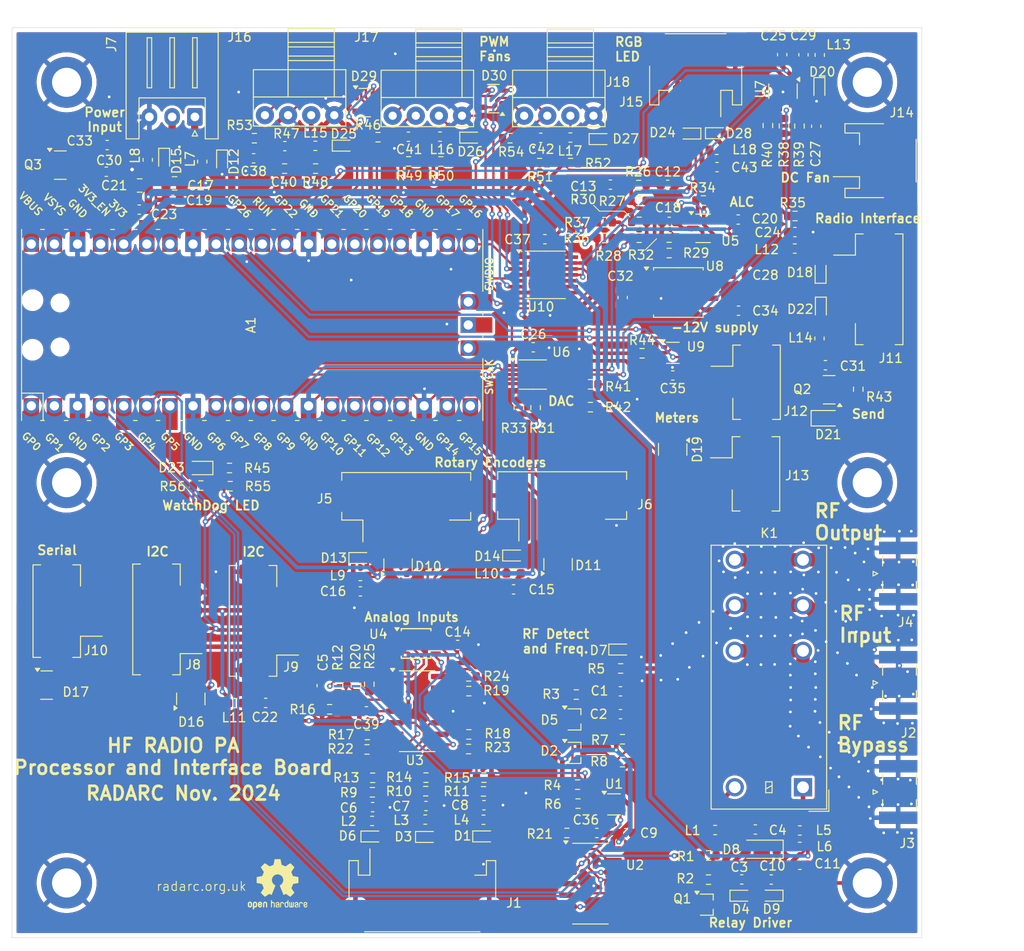
<source format=kicad_pcb>
(kicad_pcb (version 20241229) (generator "pcbnew") (generator_version "9.0")
  (layers (0 "F.Cu" signal) (2 "B.Cu" signal) (13 "F.Paste" user) (15 "B.Paste" user) (5 "F.SilkS" user "F.Silkscreen") (7 "B.SilkS" user "B.Silkscreen") (1 "F.Mask" user) (3 "B.Mask" user) (25 "Edge.Cuts" user))
  (net 0 "")
  (net 1 "Net-(C1-Pad2)")
  (net 2 "Net-(D7-K)")
  (net 3 "Net-(D2-COM)")
  (net 4 "Net-(D4-K)")
  (net 5 "GND")
  (net 6 "Net-(D8-K)")
  (net 7 "Net-(C5-Pad1)")
  (net 8 "Net-(C6-Pad1)")
  (net 9 "Net-(C7-Pad1)")
  (net 10 "Net-(C8-Pad1)")
  (net 11 "+3.3V")
  (net 12 "+12V")
  (net 13 "Net-(C13-Pad1)")
  (net 14 "-VA")
  (net 15 "+VA")
  (net 16 "+5V")
  (net 17 "/FAN_EN")
  (net 18 "Net-(U7-VOUT)")
  (net 19 "Net-(D20-K)")
  (net 20 "Net-(U8-CAP+)")
  (net 21 "Net-(U8-CAP-)")
  (net 22 "Net-(C41-Pad1)")
  (net 23 "Net-(C42-Pad1)")
  (net 24 "Net-(D1-K)")
  (net 25 "Net-(D3-K)")
  (net 26 "Net-(D5-COM)")
  (net 27 "Net-(D5-K)")
  (net 28 "Net-(D6-K)")
  (net 29 "/EN1_SW")
  (net 30 "/EN1_DT")
  (net 31 "/EN1_CK")
  (net 32 "/EN2_SW")
  (net 33 "/EN2_CK")
  (net 34 "/EN2_DT")
  (net 35 "Net-(D13-K)")
  (net 36 "Net-(D14-K)")
  (net 37 "/SDA_EXT")
  (net 38 "Net-(J8-Pin_3)")
  (net 39 "/SCL_EXT")
  (net 40 "/TX")
  (net 41 "/RX")
  (net 43 "Net-(D18-A2)")
  (net 44 "/SEND")
  (net 45 "Net-(D23-K)")
  (net 46 "Net-(D24-K)")
  (net 47 "Net-(D25-K)")
  (net 48 "Net-(D26-K)")
  (net 49 "/RPM_2")
  (net 50 "/RPM_1")
  (net 51 "/RPM_3")
  (net 52 "Net-(D28-K)")
  (net 53 "Net-(J12-Pin_1)")
  (net 54 "Net-(J13-Pin_1)")
  (net 55 "Net-(J2-In)")
  (net 56 "Net-(J3-In)")
  (net 57 "Net-(J4-In)")
  (net 58 "Net-(D12-K)")
  (net 59 "Net-(D15-K)")
  (net 60 "Net-(J16-Pin_4)")
  (net 61 "Net-(J17-Pin_4)")
  (net 62 "Net-(J18-Pin_4)")
  (net 63 "Net-(K1-PadA2)")
  (net 64 "Net-(K1-PadA1)")
  (net 65 "Net-(Q1-B)")
  (net 66 "/SE_OUT")
  (net 67 "Net-(A1-VBUS)")
  (net 68 "Net-(A1-VSYS)")
  (net 69 "/RELAY")
  (net 70 "Net-(U4-AIN1)")
  (net 71 "Net-(U4-AIN2)")
  (net 72 "Net-(U4-AIN3)")
  (net 73 "Net-(U4-AIN0)")
  (net 74 "/ALC_V")
  (net 75 "Net-(U5-+)")
  (net 76 "Net-(U5--)")
  (net 77 "/SCL_INT")
  (net 78 "/SDA_INT")
  (net 79 "Net-(R34-Pad2)")
  (net 80 "Net-(U7-ADJ)")
  (net 81 "/FAN_V")
  (net 82 "Net-(U6-VOUTA)")
  (net 83 "Net-(U6-VOUTB)")
  (net 84 "/LED")
  (net 86 "/FREQ")
  (net 92 "/SE_IN")
  (net 94 "/PWM_2")
  (net 95 "/RGB")
  (net 96 "/PWM_3")
  (net 97 "/PWM_1")
  (net 101 "unconnected-(A1-ADC_VREF-Pad35)")
  (net 106 "Net-(C24-Pad1)")
  (net 107 "Net-(D21-K)")
  (net 108 "Net-(C40-Pad1)")
  (net 110 "Net-(D21-A)")
  (net 111 "Net-(D27-K)")
  (net 112 "Net-(U3B-+)")
  (net 113 "Net-(U3C-+)")
  (net 114 "Net-(U3D-+)")
  (net 115 "Net-(U3A-+)")
  (net 116 "Net-(U3B--)")
  (net 117 "Net-(U3C--)")
  (net 118 "Net-(U3D--)")
  (net 119 "Net-(U3A--)")
  (net 120 "Net-(U2A-~{R})")
  (net 121 "Net-(U2A-C)")
  (net 123 "Net-(U2A-D)")
  (footprint "Resistor_SMD:R_0603_1608Metric" (layer "F.Cu") (at 139.015 129.32 180)
    (property "Reference" "R22")
    (property "Value" "10k")
  )
  (footprint "Resistor_SMD:R_0603_1608Metric" (layer "F.Cu") (at 172.23 74.76)
    (property "Reference" "R29")
    (property "Value" "10k")
  )
  (footprint "Package_SO:SOIC-8_5.23x5.23mm_P1.27mm" (layer "F.Cu") (at 173.24 79.1)
    (property "Reference" "U8")
    (property "Value" "LTC1044")
  )
  (footprint "Capacitor_SMD:C_0603_1608Metric" (layer "F.Cu") (at 134.04 122.31 -90)
    (property "Reference" "C5")
    (property "Value" "10n")
  )
  (footprint "Inductor_SMD:L_0603_1608Metric" (layer "F.Cu") (at 161.37 62.07)
    (property "Reference" "L17")
    (property "Value" "L_Ferrite")
  )
  (footprint "Capacitor_SMD:C_0603_1608Metric" (layer "F.Cu") (at 179.87 77.13)
    (property "Reference" "C28")
    (property "Value" "10uF")
  )
  (footprint "Package_SO:MSOP-10_3x3mm_P0.5mm" (layer "F.Cu") (at 157.2425 88.12)
    (property "Reference" "U6")
    (property "Value" "MCP4728")
  )
  (footprint "Relay_THT:Relay_SPDT_Omron_G2RL-1-E" (layer "F.Cu") (at 186.9375 133.4775 180)
    (property "Reference" "K1")
    (property "Value" "G2RL-1-E")
  )
  (footprint "Resistor_SMD:R_0603_1608Metric" (layer "F.Cu") (at 139.61 134.03)
    (property "Reference" "R9")
    (property "Value" "10k")
  )
  (footprint "Resistor_SMD:R_0603_1608Metric" (layer "F.Cu") (at 163.575 91.7)
    (property "Reference" "R42")
    (property "Value" "3k3")
  )
  (footprint "Resistor_SMD:R_0603_1608Metric" (layer "F.Cu") (at 135.83 122.265 -90)
    (property "Reference" "R12")
    (property "Value" "10k")
  )
  (footprint "Diode_SMD:D_SOD-123" (layer "F.Cu") (at 182.4 140.29 180)
    (property "Reference" "D8")
    (property "Value" "1N5400")
  )
  (footprint "Package_TO_SOT_SMD:SOT-143" (layer "F.Cu") (at 142.43 109.02 90)
    (property "Reference" "D10")
    (property "Value" "SP0503BAHT" (hide yes))
  )
  (footprint "Connector_JST:JST_XH_S3B-XH-A_1x03_P2.50mm_Horizontal" (layer "F.Cu") (at 120.1 59.8 180)
    (property "Reference" "J7")
    (property "Value" "Conn_01x04")
  )
  (footprint "Resistor_SMD:R_0603_1608Metric" (layer "F.Cu") (at 129.96 65.48)
    (property "Reference" "R47")
    (property "Value" "NF")
  )
  (footprint "Resistor_SMD:R_0603_1608Metric" (layer "F.Cu") (at 175.99 68.99 180)
    (property "Reference" "R34")
    (property "Value" "30k")
  )
  (footprint "Resistor_SMD:R_0603_1608Metric" (layer "F.Cu") (at 161.39 64.88)
    (property "Reference" "R52")
    (property "Value" "0R")
  )
  (footprint "Resistor_SMD:R_0603_1608Metric" (layer "F.Cu") (at 126.64 62.14)
    (property "Reference" "R53")
    (property "Value" "3k3")
  )
  (footprint "Connector_JST:JST_PH_S3B-PH-SM4-TB_1x03-1MP_P2.00mm_Horizontal" (layer "F.Cu") (at 175.14 55.17 180)
    (property "Reference" "J15")
    (property "Value" "Conn_01x03")
  )
  (footprint "Resistor_SMD:R_0603_1608Metric" (layer "F.Cu") (at 168.8775 67.3)
    (property "Reference" "R26")
    (property "Value" "1k")
  )
  (footprint "Inductor_SMD:L_0603_1608Metric" (layer "F.Cu") (at 151.82 137.05)
    (property "Reference" "L4")
    (property "Value" "L_Ferrite")
  )
  (footprint "Capacitor_SMD:C_0603_1608Metric" (layer "F.Cu") (at 148.98 117.84)
    (property "Reference" "C14")
    (property "Value" "100n")
  )
  (footprint "Resistor_SMD:R_0603_1608Metric" (layer "F.Cu") (at 168.93 71.34)
    (property "Reference" "R30")
    (property "Value" "10k")
  )
  (footprint "Resistor_SMD:R_0603_1608Metric" (layer "F.Cu") (at 151.82 133.93)
    (property "Reference" "R11")
    (property "Value" "10k")
  )
  (footprint "Resistor_SMD:R_0603_1608Metric" (layer "F.Cu") (at 168.8675 69.02 180)
    (property "Reference" "R27")
    (property "Value" "1k")
  )
  (footprint "Capacitor_SMD:C_0603_1608Metric" (layer "F.Cu") (at 189.4 87.09)
    (property "Reference" "C31")
    (property "Value" "100n")
  )
  (footprint "Diode_SMD:D_SOD-323" (layer "F.Cu") (at 189.44 92.92)
    (property "Reference" "D21")
    (property "Value" "D_Small")
  )
  (footprint "Connector_JST:JST_PH_B4B-PH-SM4-TB_1x04-1MP_P2.00mm_Vertical" (layer "F.Cu") (at 128.24 115.19 90)
    (property "Reference" "J9")
    (property "Value" "Conn_01x04")
  )
  (footprint "Package_TO_SOT_SMD:SOT-143" (layer "F.Cu") (at 172.615 96.335 -90)
    (property "Reference" "D19")
    (property "Value" "SP0503BAHT")
  )
  (footprint "Resistor_SMD:R_0603_1608Metric" (layer "F.Cu") (at 143.5875 64.69)
    (property "Reference" "R49")
    (property "Value" "NF")
  )
  (footprint "Connector_JST:JST_PH_B4B-PH-SM4-TB_1x04-1MP_P2.00mm_Vertical" (layer "F.Cu") (at 117.63 115.03 90)
    (property "Reference" "J8")
    (property "Value" "Conn_01x04")
  )
  (footprint "Resistor_SMD:R_0603_1608Metric" (layer "F.Cu") (at 183.08 60.747592 -90)
    (property "Reference" "R40")
    (property "Value" "10k")
  )
  (footprint "Inductor_SMD:L_0603_1608Metric" (layer "F.Cu") (at 139.58 137.18)
    (property "Reference" "L2")
    (property "Value" "L_Ferrite")
  )
  (footprint "Capacitor_SMD:C_0603_1608Metric" (layer "F.Cu") (at 126.56 64.35 180)
    (property "Reference" "C38")
    (property "Value" "10n")
  )
  (footprint "HF_PA:KF2510-4AW_3+1P" (layer "F.Cu") (at 131.61 59.61 180)
    (property "Reference" "J16")
    (property "Value" "Conn_01x04")
  )
  (footprint "Connector_JST:JST_PH_B5B-PH-SM4-TB_1x05-1MP_P2.00mm_Vertical" (layer "F.Cu") (at 160.47 103.16)
    (property "Reference" "J6")
    (property "Value" "Conn_01x05")
  )
  (footprint "MountingHole:MountingHole_3.2mm_M3_DIN965_Pad" (layer "F.Cu") (at 194 56)
    (property "Reference" "H2" (hide yes))
    (property "Value" "MountingHole_Pad")
  )
  (footprint "Package_TO_SOT_SMD:SOT-143" (layer "F.Cu") (at 103.8 122.25)
    (property "Reference" "D17")
    (property "Value" "SP0503BAHT")
  )
  (footprint "Resistor_SMD:R_0603_1608Metric" (layer "F.Cu") (at 120.76 100.32 180)
    (property "Reference" "R56")
    (property "Value" "4k7")
  )
  (footprint "Connector_JST:JST_PH_B3B-PH-SM4-TB_1x03-1MP_P2.00mm_Vertical" (layer "F.Cu") (at 106.67 114.12 90)
    (property "Reference" "J10")
    (property "Value" "Conn_01x03")
  )
  (footprint "Diode_SMD:D_SOD-523" (layer "F.Cu") (at 164.69 62.24)
    (property "Reference" "D27")
    (property "Value" "SMF4L12A" (hide yes))
  )
  (footprint "Resistor_SMD:R_0603_1608Metric" (layer "F.Cu") (at 167.095 130.7125)
    (property "Reference" "R8")
    (property "Value" "10k")
  )
  (footprint "MountingHole:MountingHole_3.2mm_M3_DIN965_Pad" (layer "F.Cu") (at 106 100)
    (property "Reference" "H6" (hide yes))
    (property "Value" "MountingHole_Pad")
  )
  (footprint "HF_PA:KF2510-4AW_3+1P" (layer "F.Cu") (at 160.1 59.67 180)
    (property "Reference" "J18")
    (property "Value" "Conn_01x04")
  )
  (footprint "Resistor_SMD:R_0603_1608Metric" (layer "F.Cu") (at 150.21 127.67 180)
    (property "Reference" "R18")
    (property "Value" "10k")
  )
  (footprint "Package_TO_SOT_SMD:SOT-353_SC-70-5" (layer "F.Cu") (at 172.63 85.73)
    (property "Reference" "U9")
    (property "Value" "74LVC1G17")
  )
  (footprint "Resistor_SMD:R_0603_1608Metric" (layer "F.Cu") (at 139.64 132.44 180)
    (property "Reference" "R13")
    (property "Value" "10k")
  )
  (footprint "Resistor_SMD:R_0603_1608Metric" (layer "F.Cu") (at 145.47 133.91)
    (property "Reference" "R10")
    (property "Value" "10k")
  )
  (footprint "Inductor_SMD:L_0603_1608Metric" (layer "F.Cu") (at 114.92 64.52 -90)
    (property "Reference" "L8")
    (property "Value" "L_Ferrite")
  )
  (footprint "Inductor_SMD:L_0603_1608Metric" (layer "F.Cu") (at 186.0325 74.27)
    (property "Reference" "L12")
    (property "Value" "L_Ferrite")
  )
  (footprint "Inductor_SMD:L_0603_1608Metric" (layer "F.Cu") (at 147.0425 61.97)
    (property "Reference" "L16")
    (property "Value" "L_Ferrite")
  )
  (footprint "Resistor_SMD:R_0603_1608Metric" (layer "F.Cu") (at 155.71 91.74 90)
    (property "Reference" "R33")
    (property "Value" "4k7")
  )
  (footprint "Capacitor_SMD:C_0603_1608Metric" (layer "F.Cu") (at 113.985 69.99 180)
    (property "Reference" "C23")
    (property "Value" "10n")
  )
  (footprint "Capacitor_SMD:C_0603_1608Metric" (layer "F.Cu") (at 186.05 72.46)
    (property "Reference" "C24")
    (property "Value" "100n")
  )
  (footprint "Inductor_SMD:L_0603_1608Metric" (layer "F.Cu") (at 186.58 140.03)
    (property "Reference" "L6")
    (property "Value" "L_Ferrite")
  )
  (footprint "Resistor_SMD:R_0603_1608Metric" (layer "F.Cu") (at 157.55 91.75 90)
    (property "Reference" "R31")
    (property "Value" "4k7")
  )
  (footprint "HF_PA:RPi_Pico_SMD_TH" (layer "F.Cu") (at 126.25 82.67 90)
    (property "Reference" "A1")
    (property "Value" "RaspberryPi_Pico")
  )
  (footprint "Package_TO_SOT_SMD:SOT-23-5" (layer "F.Cu") (at 184.74 56.970092 -90)
    (property "Reference" "U7")
    (property "Value" "AP2204K-ADJ")
  )
  (footprint "Diode_SMD:D_SOD-523" (layer "F.Cu") (at 136.46 62.96)
    (property "Reference" "D25")
    (property "Value" "SMF4L12A")
  )
  (footprint "Capacitor_SMD:C_0603_1608Metric" (layer "F.Cu") (at 179.85 81.1)
    (property "Reference" "C34")
    (property "Value" "10uF")
  )
  (footprint "Resistor_SMD:R_0603_1608Metric" (layer "F.Cu") (at 134.91 124.91)
    (property "Reference" "R16")
    (property "Value" "10k")
  )
  (footprint "Capacitor_SMD:C_0603_1608Metric" (layer "F.Cu") (at 138.95 125.13 180)
    (property "Reference" "C39")
    (property "Value" "10n")
  )
  (footprint "Package_TO_SOT_SMD:SOT-323_SC-70" (layer "F.Cu") (at 161.8 126.0225)
    (property "Reference" "D5")
    (property "Value" "BAT54SW")
  )
  (footprint "Diode_SMD:D_SOD-523" (layer "F.Cu") (at 180.17 145.4)
    (property "Reference" "D4")
    (property "Value" "SMF4L12A")
  )
  (footprint "Resistor_SMD:R_0603_1608Metric" (layer "F.Cu") (at 163.575 89.19)
    (property "Reference" "R41")
    (property "Value" "3k3")
  )
  (footprint "HF_PA:SMA_Samtec_SMA-J-P-X-ST-EM1_EdgeMount" (layer "F.Cu") (at 197.4 122 90)
    (property "Reference" "J2")
    (property "Value" "Conn_Coaxial")
  )
  (footprint "HF_PA:SMA_Samtec_SMA-J-P-X-ST-EM1_EdgeMount" (layer "F.Cu") (at 197.4 110 90)
    (property "Reference" "J4")
    (property "Value" "Conn_Coaxial")
  )
  (footprint "Connector_JST:JST_PH_S6B-PH-SM4-TB_1x06-1MP_P2.00mm_Horizontal" (layer "F.Cu") (at 145.1 144.85)
    (property "Reference" "J1")
    (property "Value" "Conn_01x06")
  )
  (footprint "Capacitor_SMD:C_0603_1608Metric" (layer "F.Cu") (at 129.9825 63.01 180)
    (property "Reference" "C40")
    (property "Value" "10n")
  )
  (footprint "Inductor_SMD:L_0603_1608Metric" (layer "F.Cu") (at 133.34 62.98)
    (property "Reference" "L15")
    (property "Value" "L_Ferrite")
  )
  (footprint "Capacitor_SMD:C_0603_1608Metric" (layer "F.Cu") (at 172.07 67.27)
    (property "Reference" "C12")
    (property "Value" "100n")
  )
  (footprint "Package_TO_SOT_SMD:SOT-143" (layer "F.Cu") (at 138.76 58.23)
    (property "Reference" "D29")
    (property "Value" "SP0503BAHT")
  )
  (footprint "Resistor_SMD:R_0603_1608Metric" (layer "F.Cu") (at 162.21 135.2725)
    (property "Reference" "R6")
    (property "Value" "470")
  )
  (footprint "Capacitor_SMD:C_0603_1608Metric" (layer "F.Cu") (at 138.29 111.95)
    (property "Reference" "C16")
    (property "Value" "100n")
  )
  (footprint "Capacitor_SMD:C_0603_1608Metric" (layer "F.Cu") (at 181.7 138.12)
    (property "Reference" "C4")
    (property "Value" "10n")
  )
  (footprint "Capacitor_SMD:C_0603_1608Metric" (layer "F.Cu") (at 157.29 85.12)
    (property "Reference" "C26")
    (property "Value" "100n")
  )
  (footprint "Package_TO_SOT_SMD:SOT-23" (layer "F.Cu") (at 189.8125 89.79 180)
    (property "Reference" "Q2")
    (property "Value" "2N7002")
  )
  (footprint "Capacitor_SMD:C_0603_1608Metric" (layer "F.Cu") (at 158.12 62.1 180)
    (property "Reference" "C42")
    (property "Value" "10n")
  )
  (footprint "Resistor_SMD:R_0603_1608Metric" (layer "F.Cu") (at 150.18 129.28)
    (property "Reference" "R23")
    (property "Value" "10k")
  )
  (footprint "Inductor_SMD:L_0603_1608Metric" (layer "F.Cu") (at 145.42 137.03)
    (property "Reference" "L3")
    (property "Value" "L_Ferrite")
  )
  (footprint "Inductor_SMD:L_0603_1608Metric" (layer "F.Cu") (at 188.75 84.15 90)
    (property "Reference" "L14")
    (property "Value" "L_Ferrite")
  )
  (footprint "Diode_SMD:D_SOD-523" (layer "F.Cu") (at 145.61 138.94)
    (property "Reference" "D3")
    (property "Value" "SMF4L5.0A")
  )
  (footprint "Package_TO_SOT_SMD:SOT-143" (layer "F.Cu") (at 119.65 123.77 90)
    (property "Reference" "D16")
    (property "Value" "SP0503BAHT")
  )
  (footprint "Capacitor_SMD:C_0603_1608Metric" (layer "F.Cu") (at 117.67 68.92 180)
    (property "Reference" "C19")
    (property "Value" "10n")
  )
  (footprint "MountingHole:MountingHole_3.2mm_M3_DIN965_Pad" (layer "F.Cu") (at 106 144)
    (property "Reference" "H3" (hide yes))
    (property "Value" "MountingHole_Pad")
  )
  (footprint "Capacitor_SMD:C_0603_1608Metric" (layer "F.Cu") (at 167.48 138.5225)
    (property "Reference" "C9")
    (property "Value" "10n")
  )
  (footprint "Resistor_SMD:R_0603_1608Metric" (layer "F.Cu") (at 186.55 60.807592 90)
    (property "Reference" "R39")
    (property "Value" "10k")
  )
  (footprint "Capacitor_SMD:C_0603_1608Metric" (layer "F.Cu") (at 139.64 135.66)
    (property "Reference" "C6")
    (property "Value" "10n")
  )
  (footprint "Capacitor_SMD:C_0603_1608Metric" (layer "F.Cu") (at 151.87 135.45)
    (property "Reference" "C8")
    (property "Value" "10n")
  )
  (footprint "Resistor_SMD:R_0603_1608Metric" (layer "F.Cu") (at 162.16 133.1925)
    (property "Reference" "R4")
    (property "Value" "1k")
  )
  (footprint "Diode_SMD:D_SOD-523" (layer "F.Cu") (at 150.4725 62.08)
    (property "Reference" "D26")
    (property "Value" "SMF4L12A")
  )
  (footprint "Diode_SMD:D_SOD-523" (layer "F.Cu") (at 174.4475 61.63 180)
    (property "Reference" "D24")
    (property "Value" "SMF4L5.0A")
  )
  (footprint "Resistor_SMD:R_0603_1608Metric" (layer "F.Cu") (at 147.14 64.7)
    (property "Reference" "R50")
    (property "Value" "0R")
  )
  (footprint "Capacitor_SMD:C_0603_1608Metric" (layer "F.Cu") (at 184.65 52.957592 90)
    (property "Reference" "C25")
    (property "Value" "1uF")
  )
  (footprint "Resistor_SMD:R_0603_1608Metric" (layer "F.Cu") (at 193.01 89.73 90)
    (property "Reference" "R43")
    (property "Value" "10k")
  )
  (footprint "Connector_JST:JST_PH_B5B-PH-SM4-TB_1x05-1MP_P2.00mm_Vertical" (layer "F.Cu") (at 143.33 103.25)
    (property "Reference" "J5")
    (property "Value" "Conn_01x05")
  )
  (footprint "Capacitor_SMD:C_0603_1608Metric" (layer "F.Cu") (at 110.465 62.895)
    (property "Reference" "C33")
    (property "Value" "100n")
  )
  (footprint "Capacitor_SMD:C_0603_1608Metric" (layer "F.Cu") (at 172.63 88.22 180)
    (property "Reference" "C35")
    (property "Value" "10n")
  )
  (footprint "Inductor_SMD:L_0603_1608Metric" (layer "F.Cu") (at 124.56 124.23)
    (property "Reference" "L11")
    (property "Value" "L_Ferrite")
  )
  (footprint "Resistor_SMD:R_0603_1608Metric" (layer "F.Cu") (at 166.895 120.4225 180)
    (property "Reference" "R5")
    (property "Value" "220")
  )
  (footprint "MountingHole:MountingHole_3.2mm_M3_DIN965_Pad" (layer "F.Cu") (at 194 100)
    (property "Reference" "H5" (hide yes))
    (property "Value" "MountingHole_Pad")
  )
  (footprint "Inductor_SMD:L_0603_1608Metric" (layer "F.Cu") (at 155.13 109.97)
    (property "Reference" "L10")
    (property "Value" "L_Ferrite")
  )
  (footprint "Resistor_SMD:R_0603_1608Metric" (layer "F.Cu") (at 139.27 122.15 90)
    (property "Reference" "R25")
    (property "Value" "10k")
  )
  (footprint "Package_TO_SOT_SMD:SOT-323_SC-70" (layer "F.Cu") (at 161.8 129.7)
    (property "Reference" "D2")
    (property "Value" "BAT54SW")
  )
  (footprint "Resistor_SMD:R_0603_1608Metric" (layer "F.Cu") (at 184.85 60.797592 -90)
    (property "Reference" "R38")
    (property "Value" "10k")
  )
  (footprint "Inductor_SMD:L_0603_1608Metric" (layer "F.Cu") (at 177.28 138.18)
    (property "Reference" "L1")
    (property "Value" "L_Ferrite")
  )
  (footprint "Diode_SMD:D_SOD-523" (layer "F.Cu") (at 183.48 145.39 180)
    (property "Reference" "D9")
    (property "Value" "SMF4L12A")
  )
  (footprint "Connector_JST:JST_PH_S2B-PH-SM4-TB_1x02-1MP_P2.00mm_Horizontal" (layer "F.Cu") (at 194.86 64.61 90)
    (property "Reference" "J14")
    (property "Value" "Conn_01x02")
  )
  (footprint "Package_TO_SOT_SMD:SOT-23-5" (layer "F.Cu") (at 175.96 72.05)
    (property "Reference" "U5")
    (property "Value" "TLV9361")
  )
  (footprint "Capacitor_SMD:C_0603_1608Metric" (layer "F.Cu") (at 166.875 125.4425 180)
    (property "Reference" "C2")
    (property "Value" "1nF")
  )
  (footprint "LED_SMD:LED_0603_1608Metric" (layer "F.Cu") (at 120.595 98.39 180)
    (property "Reference" "D23")
    (property "Value" "LED Green")
  )
  (footprint "Capacitor_SMD:C_0603_1608Metric" (layer "F.Cu") (at 143.5725 61.98 180)
    (property "Reference" "C41")
    (property "Value" "10n")
  )
  (footprint "Capacitor_SMD:C_0603_1608Metric" (layer "F.Cu") (at 186.99 52.972592 -90)
    (property "Reference" "C29")
    (property "Value" "100n")
  )
  (footprint "Capacitor_SMD:C_0603_1608Metric" (layer "F.Cu") (at 127.88 124.21)
    (property "Reference" "C22")
    (property "Value" "100n")
  )
  (footprint "Resistor_SMD:R_0603_1608Metric" (layer "F.Cu") (at 145.5 132.42 180)
    (property "Reference" "R14")
    (property "Value" "10k")
  )
  (footprint "Inductor_SMD:L_0603_1608Metric" (layer "F.Cu") (at 138.29 110.26)
    (property "Reference" "L9")
    (property "Value" "L_Ferrite")
  )
  (footprint "Capacitor_SMD:C_0603_1608Metric" (layer "F.Cu") (at 172.23 71.34 180)
    (property "Reference" "C18")
    (property "Value" "100n")
  )
  (footprint "Diode_SMD:D_SOD-523" (layer "F.Cu") (at 166.855 118.3425)
    (property "Reference" "D7")
    (property "Value" "SMF4L5.0A")
  )
  (footprint "Diode_SMD:D_SOD-523" (layer "F.Cu") (at 188.74 56.737592 -90)
    (property "Reference" "D20")
    (property "Value" "SMF4L12A")
  )
  (footprint "Resistor_SMD:R_0603_1608Metric" (layer "F.Cu") (at 160.99 138.5025 180)
    (property "Reference" "R21")
    (property "Value" "10k")
  )
  (footprint "Capacitor_SMD:C_0603_1608Metric" (layer "F.Cu") (at 158.57 73.24 180)
    (property "Reference" "C37")
    (property "Value" "10n")
  )
  (footprint "Inductor_SMD:L_0603_1608Metric" (layer "F.Cu") (at 177.45 63.42)
    (property "Reference" "L18")
    (property "Value" "L_Ferrite")
  )
  (footprint "Diode_SMD:D_SOD-523" (layer "F.Cu") (at 139.6125 138.89)
    (property "Reference" "D6")
    (property "Value" "SMF4L5.0A")
  )
  (footprint "Package_TO_SOT_SMD:SOT-353_SC-70-5" (layer "F.Cu") (at 166.17 135.3625)
    (property "Reference" "U1")
    (property "Value" "74LVC1G17")
  )
  (footprint "Resistor_SMD:R_0603_1608Metric" (layer "F.Cu") (at 154.74 62.14)
    (property "Reference" "R54")
    (property "Value" "3k3")
  )
  (footprint "Connector_JST:JST_PH_B2B-PH-SM4-TB_1x02-1MP_P2.00mm_Vertical" (layer "F.Cu") (at 180.02 99.03 -90)
    (property "Reference" "J13")
    (property "Value" "Conn_01x02")
  )
  (footprint "Package_TO_SOT_SMD:SOT-143" (layer "F.Cu") (at 152.9 57.79 180)
    (property "Reference" "D30")
    (property "Value" "SP0503BAHT")
  )
  (footprint "Resistor_SMD:R_0603_1608Metric" (layer "F.Cu") (at 157.985 64.88)
    (property "Reference" "R51")
    (property "Value" "NF")
  )
  (footprint "Inductor_SMD:L_0603_1608Metric" (layer "F.Cu") (at 188.78 52.992592 -90)
    (property "Reference" "L13")
    (property "Value" "L_Ferrite")
  )
  (footprint "Resistor_SMD:R_0603_1608Metric" (layer "F.Cu") (at 186.07 70.69)
    (property "Reference" "R35")
    (property "Value" "1k")
  )
  (footprint "Resistor_SMD:R_0603_1608Metric" (layer "F.Cu") (at 168.93 73.08)
    (property "Reference" "R28")
    (property "Value" "10k")
  )
  (footprint "Capacitor_SMD:C_0805_2012Metric" (layer "F.Cu") (at 114.03 67.34 180)
    (property "Reference" "C21")
    (property "Value" "10u")
  )
  (footprint "Capacitor_SMD:C_0603_1608Metric" (layer "F.Cu") (at 180.2 143.61)
    (property "Reference" "C3")
    (property "Value" "10n")
  )
  (footprint "Package_TO_SOT_SMD:SOT-23" (layer "F.Cu") (at 105.3075 65.1)
    (property "Reference" "Q3")
    (property "Value" "DMG2305UX")
  )
  (footprint "Capacitor_SMD:C_0603_1608Metric" (layer "F.Cu") (at 166.875 122.9325 180)
    (property "Reference" "C1")
    (property "Value" "1nF")
  )
  (footprint "Diode_SMD:D_SOD-523" (layer "F.Cu") (at 151.9 138.88)
    (property "Reference" "D1")
    (property "Value" "SMF4L5.0A")
  )
  (footprint "Resistor_SMD:R_0603_1608Metric" (layer "F.Cu") (at 176.57 140.97)
    (property "Reference" "R1")
    (property "Value" "4k7")
  )
  (footprint "Resistor_SMD:R_0603_1608Metric" (layer "F.Cu") (at 140.23 62.03)
    (property "Reference" "R46")
    (property "Value" "3k3")
  )
  (footprint "Capacitor_SMD:C_0603_1608Metric" (layer "F.Cu") (at 155.13 111.73)
    (property "Reference" "C15")
    (property "Value" "100n")
  )
  (footprint "Capacitor_SMD:C_0603_1608Metric" (layer "F.Cu") (at 164.28 138.5025 180)
    (property "Reference" "C36")
    (property "Value" "10n")
  )
  (footprint "Capacitor_SMD:C_0603_1608Metric" (layer "F.Cu") (at 167.12 79.655 -90)
    (property "Reference" "C32")
    (property "Value" "10uF")
  )
  (footprint "Capacitor_SMD:C_0603_1608Metric" (layer "F.Cu") (at 179.8175 71.08)
    (property "Reference" "C20")
    (property "Value" "100n")
  )
  (footprint "Resistor_SMD:R_0603_1608Metric" (layer "F.Cu") (at 150.2 121.29)
    (property "Reference" "R24")
    (property "Value" "10k")
  )
  (footprint "Capacitor_SMD:C_0603_1608Metric" (layer "F.Cu") (at 145.5 135.54)
    (property "Reference" "C7")
    (property "Value" "10n")
  )
  (footprint "Diode_SMD:D_SOD-523" (layer "F.Cu") (at 155.1875 108.01)
    (property "Reference" "D14")
    (property "Value" "SMF4L5.0A")
  )
  (footprint "Resistor_SMD:R_0603_1608Metric" (layer "F.Cu") (at 151.87 132.42 180)
    (property "Reference" "R15")
    (property "Value" "10k")
  )
  (footprint "Diode_SMD:D_SOD-523" (layer "F.Cu") (at 188.9 80.87 -90)
    (property "Reference" "D22")
    (property "Value" "SMF4L12A")
  )
  (footprint "MountingHole:MountingHole_3.2mm_M3_DIN965_Pad" (layer "F.Cu") (at 106 56)
    (property "Reference" "H1" (hide yes))
    (property "Value" "MountingHole_Pad")
  )
  (footprint "Resistor_SMD:R_0603_1608Metric" (layer "F.Cu") (at 137.81 122.26 90)
    (property "Reference" "R20")
    (property "Value" "10k")
  )
  (footprint "Inductor_SMD:L_0603_1608Metric" (layer "F.Cu") (at 186.59 138.23 180)
    (property "Reference" "L5")
    (property "Value" "L_Ferrite")
  )
  (footprint "Resistor_SMD:R_0603_1608Metric" (layer "F.Cu") (at 176.55 143.63)
    (property "Reference" "R2")
    (property "Value" "10k")
  )
  (footprint "Capacitor_SMD:C_0603_1608Metric" (layer "F.Cu") (at 186.59 142)
    (property "Reference" "C11")
    (property "Value" "100n")
  )
  (footprint "Resistor_SMD:R_0603_1608Metric" (layer "F.Cu") (at 165.13 73.11)
    (property "Reference" "R36")
    (property "Value" "0R")
  )
  (footprint "Connector_JST:JST_PH_B2B-PH-SM4-TB_1x02-1MP_P2.00mm_Vertical" (layer "F.Cu") (at 180.085 88.965 -90)
    (property "Reference" "J12")
    (property "Value" "Conn_01x02")
  )
  (footprint "MountingHole:MountingHole_3.2mm_M3_DIN965_Pad" (layer "F.Cu") (at 194 144)
    (property "Reference" "H4" (hide yes))
    (property "Value" "MountingHole_Pad")
  )
  (footprint "Resistor_SMD:R_0603_1608Metric" (layer "F.Cu") (at 167.095 128.2025)
    (property "Reference" "R7")
    (property "Value" "10k")
  )
  (footprint "Capacitor_SMD:C_0603_1608Metric" (layer "F.Cu") (at 165.77 67.24 180)
    (property "Reference" "C13")
    (property "Value" "100n")
  )
  (footprint "HF_PA:KF2510-4AW_3+1P" (layer "F.Cu") (at 145.65 59.67 180)
    (property "Reference" "J17")
    (property "Value" "Conn_01x04")
  )
  (footprint "Package_SO:TSSOP-10_3x3mm_P0.5mm" (layer "F.Cu") (at 144.415 117.6725)
    (property "Reference" "U4")
    (property "Value" "ADS1015IDGS")
  )
  (footprint "Symbol:OSHW-Logo2_7.3x6mm_SilkScreen" (layer "F.Cu") (at 129.19 144.14)
    (property "Reference" "SYM1" (hide yes))
    (property "Value" "Logo_Open_Hardware_Small" (hide yes))
  )
  (footprint "Resistor_SMD:R_0603_1608Metric" (layer "F.Cu") (at 123.98 100.39)
    (property "Reference" "R55")
    (property "Value" "4k7")
  )
  (footprint "Package_TO_SOT_SMD:SOT-143" (layer "F.Cu") (at 160.0175 108.98 90)
    (property "Reference" "D11")
    (property "Value" "SP0503BAHT")
  )
  (footprint "Resistor_SMD:R_0603_1608Metric" (layer "F.Cu") (at 133.37 65.48)
    (property "Reference" "R48")
    (property "Value" "0R")
  )
  (footprint "Diode_SMD:D_SOD-523" (layer "F.Cu") (at 188.87 76.82 90)
    (property "Reference" "D18")
    (property "Value" "ESD131-B1-W0201")
  )
  (footprint "Diode_SMD:D_SOD-523" (layer "F.Cu") (at 138.29 108.28)
    (property "Reference" "D13")
    (property "Value" "SMF4L5.0A")
  )
  (footprint "Resistor_SMD:R_0603_1608Metric" (layer "F.Cu") (at 150.205 122.91)
    (property "Reference" "R19")
    (property "Value" "10k")
  )
  (footprint "Package_SO:SOIC-14_3.9x8.7mm_P1.27mm" (layer "F.Cu") (at 144.535 125.12)
    (property "Reference" "U3")
    (property "Value" "TLV9364")
  )
  (footprint "Resistor_SMD:R_0603_1608Metric" (layer "F.Cu") (at 172.22 73.06)
    (property "Reference" "R32")
    (property "Value" "10k")
  )
  (footprint "Capacitor_SMD:C_0603_1608Metric" (layer "F.Cu") (at 183.45 143.62 180)
    (property "Reference" "C10")
    (property "Value" "10n")
  )
  (footprint "Diode_SMD:D_SOD-523" (layer "F.Cu") (at 123.09 64.7 -90)
    (property "Reference" "D12")
    (property "Value" "SMF4L12.0A")
  )
  (footprint "Diode_SMD:D_SOD-523" (layer "F.Cu") (at 177.48 61.59)
    (property "Reference" "D28")
    (property "Value" "SMF4L5.0A")
  )
  (footprint "Diode_SMD:D_SOD-523" (layer "F.Cu") (at 116.72 64.5125 -90)
    (property "Reference" "D15")
    (property "Value" "SMF4L5.0A")
  )
  (footprint "Capacitor_SMD:C_0805_2012Metric" (layer "F.Cu") (at 117.87 67.11 180)
    (property "Reference" "C17")
    (property "Value" "10u")
  )
  (footprint "Capacitor_SMD:C_0603_1608Metric" (layer "F.Cu") (at 110.365 65.825)
    (property "Reference" "C30")
    (property "Value" "100n")
  )
  (footprint "Inductor_SMD:L_0603_1608Metric" (layer "F.Cu") (at 120.91 64.71 -90)
    (property "Reference" "L7")
    (property "Value" "L_Ferrite")
  )
  (footprint "Package_TO_SOT_SMD:SOT-323_SC-70" (layer "F.Cu") (at 176.34 146.3825)
    (property "Reference" "Q1")
    (property "Value" "BC848W")
  )
  (footprint "Resistor_SMD:R_0603_1608Metric" (layer "F.Cu") (at 123.905 98.39)
    (property "Reference" "R45")
    (property "Value" "1k")
  )
  (footprint "Resistor_SMD:R_0603_1608Metric" (layer "F.Cu") (at 165.15 71.37)
    (property "Reference" "R37")
    (property "Value" "NF")
  )
  (footprint "Capacitor_SMD:C_0603_1608Metric" (layer "F.Cu") (at 177.49 65.32)
    (property "Reference" "C43")
    (property "Value" "100n")
  )
  (footprint "Package_SO:SOIC-14_3.9x8.7mm_P1.27mm" (layer "F.Cu") (at 163.575 144.0725)
    (property "Reference" "U2")
    (property "Value" "74LVC74")
  )
  (footprint "Package_SO:TSSOP-14_4.4x5mm_P0.65mm" (layer "F.Cu") (at 158.62 77.16)
    (property "Reference" "U10")
    (property "Value" "74AHCT125")
  )
  (footprint "Resistor_SMD:R_0603_1608Metric" (layer "F.Cu") (at 162.02 123.29 180)
    (property "Reference" "R3")
    (property "Value" "1k")
  )
  (footprint "Resistor_SMD:R_0603_1608Metric" (layer "F.Cu") (at 169.25 85.78)
    (property "Reference" "R44")
    (property "Value" "10k")
  )
  (footprint "HF_PA:SMA_Samtec_SMA-J-P-X-ST-EM1_EdgeMount" (layer "F.Cu") (at 197.4 134 90)
    (property "Reference" "J3")
    (property "Value" "Conn_Coaxial")
  )
  (footprint "Capacitor_SMD:C_0603_1608Metric" (layer "F.Cu") (at 188.39 60.827592 -90)
    (property "Reference" "C27")
    (property "Value" "1uF")
  )
  (footprint "Resistor_SMD:R_0603_1608Metric" (layer "F.Cu") (at 139.06 127.73)
    (property "Reference" "R17")
    (property "Value" "10k")
  )
  (footprint "Connector_JST:JST_PH_B4B-PH-SM4-TB_1x04-1MP_P2.00mm_Vertical" (layer "F.Cu") (at 193.56 78.75 -90)
    (property "Reference" "J11")
    (property "Value" "Conn_01x04")
  )
  (gr_line (start 164.57 70.16) (end 167.29 70.16) (stroke (width 0.1)) (layer "F.SilkS"))
  (gr_line (start 167.29 70.16) (end 167.93 70.8) (stroke (width 0.1)) (layer "F.SilkS"))
  (gr_line (start 163.93 69.52) (end 164.57 70.16) (stroke (width 0.1)) (layer "F.SilkS"))
  (gr_line (start 169.6 74.43) (end 170.84 73.19) (stroke (width 0.1)) (layer "F.SilkS"))
  (gr_line (start 100 50) (end 200 50) (stroke (width 0.05)) (layer "Edge.Cuts"))
  (gr_line (start 200 150) (end 100 150) (stroke (width 0.05)) (layer "Edge.Cuts"))
  (gr_line (start 100 150) (end 100 50) (stroke (width 0.05)) (layer "Edge.Cuts"))
  (gr_line (start 200 50) (end 200 150) (stroke (width 0.05)) (layer "Edge.Cuts"))
  (gr_text "Analog Inputs" (at 138.62 115.36 0) (layer "F.SilkS") (effects (font (size 1 1) (thickness 0.2) (bold yes)) (justify left bottom)))
  (gr_text "DC Fan" (at 184.36 67.06 0) (layer "F.SilkS") (effects (font (size 1 1) (thickness 0.2) (bold yes)) (justify left bottom)))
  (gr_text "Relay Driver" (at 176.46 148.95 0) (layer "F.SilkS") (effects (font (size 1 1) (thickness 0.2) (bold yes)) (justify left bottom)))
  (gr_text "I2C" (at 114.65 108.16 0) (layer "F.SilkS") (effects (font (size 1 1) (thickness 0.2) (bold yes)) (justify left bottom)))
  (gr_text "PWM\nFans" (at 151.23 53.73 0) (layer "F.SilkS") (effects (font (size 1 1) (thickness 0.2) (bold yes)) (justify left bottom)))
  (gr_text "Radio Interface" (at 188.14 71.54 0) (layer "F.SilkS") (effects (font (size 1 1) (thickness 0.2) (bold yes)) (justify left bottom)))
  (gr_text "Meters" (at 170.51 93.45 0) (layer "F.SilkS") (effects (font (size 1 1) (thickness 0.2) (bold yes)) (justify left bottom)))
  (gr_text "HF RADIO PA\nProcessor and Interface Board" (at 117.72 132.19 0) (layer "F.SilkS") (effects (font (size 1.5 1.5) (thickness 0.3) (bold yes)) (justify bottom)))
  (gr_text "Serial" (at 102.67 108.01 0) (layer "F.SilkS") (effects (font (size 1 1) (thickness 0.2) (bold yes)) (justify left bottom)))
  (gr_text "ALC" (at 178.77 69.73 0) (layer "F.SilkS") (effects (font (size 1 1) (thickness 0.2) (bold yes)) (justify left bottom)))
  (gr_text "RADARC Nov. 2024" (at 107.96 135.02 0) (layer "F.SilkS") (effects (font (size 1.5 1.5) (thickness 0.3) (bold yes)) (justify left bottom)))
  (gr_text "-12V supply" (at 172.35 83.52 0) (layer "F.SilkS") (effects (font (size 1 1) (thickness 0.2) (bold yes)) (justify left bottom)))
  (gr_text "RF Detect\nand Freq." (at 159.75 118.83 0) (layer "F.SilkS") (effects (font (size 1 1) (thickness 0.2) (bold yes)) (justify bottom)))
  (gr_text "Rotary Encoders" (at 146.3 98.36 0) (layer "F.SilkS") (effects (font (size 1 1) (thickness 0.2) (bold yes)) (justify left bottom)))
  (gr_text "RGB\nLED" (at 166.16 53.76 0) (layer "F.SilkS") (effects (font (size 1 1) (thickness 0.2) (bold yes)) (justify left bottom)))
  (gr_text "Power\nInput" (at 110.18 61.49 0) (layer "F.SilkS") (effects (font (size 1 1) (thickness 0.2) (bold yes)) (justify bottom)))
  (gr_text "DAC" (at 158.81 91.62 0) (layer "F.SilkS") (effects (font (size 1 1) (thickness 0.2) (bold yes)) (justify left bottom)))
  (gr_text "I2C" (at 125.2 108.18 0) (layer "F.SilkS") (effects (font (size 1 1) (thickness 0.2) (bold yes)) (justify left bottom)))
  (gr_text "Send" (at 192.2 93.04 0) (layer "F.SilkS") (effects (font (size 1 1) (thickness 0.2) (bold yes)) (justify left bottom)))
  (gr_text "radarc.org.uk" (at 115.8 144.95 0) (layer "F.SilkS") (effects (font (size 1 1) (thickness 0.1)) (justify left bottom)))
  (gr_text "RF\nBypass" (at 190.57 129.7 0) (layer "F.SilkS") (effects (font (size 1.5 1.5) (thickness 0.3) (bold yes)) (justify left bottom)))
  (gr_text "WatchDog LED" (at 116.41 103.09 0) (layer "F.SilkS") (effects (font (size 1 1) (thickness 0.2) (bold yes)) (justify left bottom)))
  (gr_text "RF\nOutput" (at 188.05 106.4 0) (layer "F.SilkS") (effects (font (size 1.5 1.5) (thickness 0.3) (bold yes)) (justify left bottom)))
  (gr_text "RF\nInput" (at 190.77 117.67 0) (layer "F.SilkS") (effects (font (size 1.5 1.5) (thickness 0.3) (bold yes)) (justify left bottom)))
  (segment (start 163.2025 122.9325) (end 162.845 123.29) (width 0.25) (layer "F.Cu") (net 1))
  (segment (start 166.1 122.9325) (end 163.2025 122.9325) (width 0.25) (layer "F.Cu") (net 1))
  (segment (start 166.07 121.3525) (end 167.65 122.9325) (width 0.25) (layer "F.Cu") (net 2))
  (segment (start 166.07 120.4225) (end 166.07 121.3525) (width 0.25) (layer "F.Cu") (net 2))
  (segment (start 166.155 120.3375) (end 166.07 120.4225) (width 0.5) (layer "F.Cu") (net 2))
  (segment (start 167.65 122.9325) (end 167.65 125.4425) (width 0.25) (layer "F.Cu") (net 2))
  (segment (start 166.155 118.3425) (end 166.155 120.3375) (width 0.25) (layer "F.Cu") (net 2))
  (segment (start 164.835122 135.3625) (end 164.495 135.022378) (width 0.25) (layer "F.Cu") (net 3))
  (segment (start 167.92 128.2025) (end 167.92 129.0625) (width 0.25) (layer "F.Cu") (net 3))
  (segment (start 166.1 126.3825) (end 167.92 128.2025) (width 0.25) (layer "F.Cu") (net 3))
  (segment (start 164.495 135.022378) (end 164.495 132.4875) (width 0.25) (layer "F.Cu") (net 3))
  (segment (start 164.495 132.4875) (end 166.27 130.7125) (width 0.25) (layer "F.Cu") (net 3))
  (segment (start 165.22 135.3625) (end 164.835122 135.3625) (width 0.25) (layer "F.Cu") (net 3))
  (segment (start 167.92 129.0625) (end 166.27 130.7125) (width 0.25) (layer "F.Cu") (net 3))
  (segment (start 162.8 129.7) (end 165.2575 129.7) (width 0.25) (layer "F.Cu") (net 3))
  (segment (start 165.2575 129.7) (end 166.27 130.7125) (width 0.25) (layer "F.Cu") (net 3))
  (segment (start 166.1 125.4425) (end 166.1 126.3825) (width 0.25) (layer "F.Cu") (net 3))
  (segment (start 177.34 146.3825) (end 178.4875 146.3825) (width 0.5) (layer "F.Cu") (net 4))
  (segment (start 180.75 138.295) (end 180.925 138.12) (width 0.5) (layer "F.Cu") (net 4))
  (segment (start 179.425 141.615) (end 180.75 140.29) (width 0.5) (layer "F.Cu") (net 4))
  (segment (start 179.47 145.4) (end 179.47 143.655) (width 0.5) (layer "F.Cu") (net 4))
  (segment (start 178.4875 146.3825) (end 179.47 145.4) (width 0.5) (layer "F.Cu") (net 4))
  (segment (start 180.75 140.29) (end 180.75 138.295) (width 0.5) (layer "F.Cu") (net 4))
  (segment (start 180.865 138.18) (end 180.925 138.12) (width 0.5) (layer "F.Cu") (net 4))
  (segment (start 179.47 143.655) (end 179.425 143.61) (width 0.5) (layer "F.Cu") (net 4))
  (segment (start 179.425 143.61) (end 179.425 141.615) (width 0.5) (layer "F.Cu") (net 4))
  (segment (start 178.0675 138.18) (end 180.865 138.18) (width 0.5) (layer "F.Cu") (net 4))
  (segment (start 171.395 73.06) (end 171.395 71.4) (width 0.4) (layer "F.Cu") (net 5))
  (segment (start 168.105 70.35) (end 164.995 67.24) (width 0.25) (layer "F.Cu") (net 5))
  (segment (start 156.494999 77.16) (end 157.795 75.859999) (width 0.4) (layer "F.Cu") (net 5))
  (segment (start 146.275 135.54) (end 146.97 136.235) (width 0.25) (layer "F.Cu") (net 5))
  (segment (start 189.58 144) (end 194 144) (width 0.4) (layer "F.Cu") (net 5))
  (segment (start 119.63 120.59) (end 116.04 120.59) (width 0.5) (layer "F.Cu") (net 5))
  (segment (start 193.06 77.75) (end 195.81 77.75) (width 0.4) (layer "F.Cu") (net 5))
  (segment (start 157.5175 111.73) (end 159.2675 109.98) (width 0.5) (layer "F.Cu") (net 5))
  (segment (start 132.6 73.78) (end 132.6 70.85) (width 0.4) (layer "F.Cu") (net 5))
  (segment (start 132.6 70.84) (end 133.1 70.34) (width 0.4) (layer "F.Cu") (net 5))
  (segment (start 157.2975 108.01) (end 159.2675 109.98) (width 0.5) (layer "F.Cu") (net 5))
  (segment (start 183.94 60.782592) (end 187.57 60.782592) (width 0.4) (layer "F.Cu") (net 5))
  (segment (start 147.01 125.12) (end 148.485 125.12) (width 0.25) (layer "F.Cu") (net 5))
  (segment (start 139.065 111.95) (end 139.75 111.95) (width 0.5) (layer "F.Cu") (net 5))
  (segment (start 104.92 118.52) (end 105.72 119.32) (width 0.5) (layer "F.Cu") (net 5))
  (segment (start 146.325 132.42) (end 147.02 133.115) (width 0.25) (layer "F.Cu") (net 5))
  (segment (start 148.485 125.12) (end 151.035 127.67) (width 0.25) (layer "F.Cu") (net 5))
  (segment (start 173.7475 58.6275) (end 173.14 58.02) (width 0.5) (layer "F.Cu") (net 5))
  (segment (start 137.16 67.56) (end 132.6 72.12) (width 0.4) (layer "F.Cu") (net 5))
  (segment (start 134.085 124.91) (end 136.905 127.73) (width 0.25) (layer "F.Cu") (net 5))
  (segment (start 107.17 111.97) (end 104.92 109.72) (width 0.5) (layer "F.Cu") (net 5))
  (segment (start 192.42 65.62) (end 194.77 67.97) (width 0.4) (layer "F.Cu") (net 5))
  (segment (start 136.42 61.731371) (end 137.16 62.471371) (width 0.5) (layer "F.Cu") (net 5))
  (segment (start 187.57 60.782592) (end 188.39 61.602592) (width 0.4) (layer "F.Cu") (net 5))
  (segment (start 156.9 79.11) (end 157.795 78.215) (width 0.4) (layer "F.Cu") (net 5))
  (segment (start 187.365 143.375) (end 187.365 142) (width 0.4) (layer "F.Cu") (net 5))
  (segment (start 178.265 65.32) (end 179.125 64.46) (width 0.5) (layer "F.Cu") (net 5))
  (segment (start 194.42 72.46) (end 195.31 73.35) (width 0.4) (layer "F.Cu") (net 5))
  (segment (start 153.96 88.62) (end 155.13 88.62) (width 0.25) (layer "F.Cu") (net 5))
  (segment (start 180.975 143.61) (end 182.665 143.61) (width 0.5) (layer "F.Cu") (net 5))
  (segment (start 142.48 110.82) (end 143.86 110.82) (width 0.5) (layer "F.Cu") (net 5))
  (segment (start 137.76 57.48) (end 135.63 59.61) (width 0.25) (layer "F.Cu") (net 5))
  (segment (start 188.43 58.077592) (end 188.43 57.747592) (width 0.4) (layer "F.Cu") (net 5))
  (segment (start 195.81 77.75) (end 196.16 78.1) (width 0.4) (layer "F.Cu") (net 5))
  (segment (start 118.96 70.58) (end 119.9 71.52) (width 0.8) (layer "F.Cu") (net 5))
  (segment (start 128.58 112.03) (end 128.74 112.19) (width 0.5) (layer "F.Cu") (net 5))
  (segment (start 152.77 59.67) (end 149.46 59.67) (width 0.25) (layer "F.Cu") (net 5))
  (segment (start 147.44 135.54) (end 147.49 135.49) (width 0.4) (layer "F.Cu") (net 5))
  (segment (start 131.545 120.59) (end 126.49 120.59) (width 0.25) (layer "F.Cu") (net 5))
  (segment (start 141.54 135.69) (end 140.445 135.69) (width 0.4) (layer "F.Cu") (net 5))
  (segment (start 168.255 138.5225) (end 168.65 138.1275) (width 0.5) (layer "F.Cu") (net 5))
  (segment (start 183.775 54.373118) (end 184.74 55.338118) (width 0.4) (layer "F.Cu") (net 5))
  (segment (start 159.4975 117.5425) (end 159.4975 124.07) (width 0.5) (layer "F.Cu") (net 5))
  (segment (start 147.02 133.115) (end 147.02 134.795) (width 0.25) (layer "F.Cu") (net 5))
  (segment (start 155.7575 77.16) (end 156.494999 77.16) (width 0.4) (layer "F.Cu") (net 5))
  (segment (start 153.37 133.095) (end 153.37 134.725) (width 0.25) (layer "F.Cu") (net 5))
  (segment (start 107.17 112.12) (end 107.17 111.97) (width 0.5) (layer "F.Cu") (net 5))
  (segment (start 116.04 109.79) (end 115.88 109.63) (width 0.5) (layer "F.Cu") (net 5))
  (segment (start 141.16 133.135) (end 141.16 134.915) (width 0.25) (layer "F.Cu") (net 5))
  (segment (start 193.06 81.75) (end 193.06 81.9) (width 0.4) (layer "F.Cu") (net 5))
  (segment (start 118.13 112.03) (end 128.58 112.03) (width 0.5) (layer "F.Cu") (net 5))
  (segment (start 118.08 70.58) (end 118.96 70.58) (width 0.8) (layer "F.Cu") (net 5))
  (segment (start 164.47 103.66) (end 164.47 108.832684) (width 0.5) (layer "F.Cu") (net 5))
  (segment (start 160 128.25) (end 160.8 129.05) (width 0.5) (layer "F.Cu") (net 5))
  (segment (start 150.255 123.785) (end 151.575 123.785) (width 0.4) (layer "F.Cu") (net 5))
  (segment (start 196.16 78.1) (end 196.16 78.36) (width 0.4) (layer "F.Cu") (net 5))
  (segment (start 166.755 117.5425) (end 166.53 117.5425) (width 0.5) (layer "F.Cu") (net 5))
  (segment (start 142.1 143.46) (end 137.000001 148.559999) (width 0.25) (layer "F.Cu") (net 5))
  (segment (start 187.14 55.837592) (end 188.74 57.437592) (width 0.5) (layer "F.Cu") (net 5))
  (segment (start 196.16 74.2) (end 196.16 78.36) (width 0.4) (layer "F.Cu") (net 5))
  (segment (start 159.4975 124.07) (end 160.8 125.3725) (width 0.5) (layer "F.Cu") (net 5))
  (segment (start 137.76 57.48) (end 137.69 57.55) (width 0.4) (layer "F.Cu") (net 5))
  (segment (start 153.37 138.11) (end 152.6 138.88) (width 0.25) (layer "F.Cu") (net 5))
  (segment (start 126.71 65.275) (end 127.875 65.275) (width 0.5) (layer "F.Cu") (net 5))
  (segment (start 146.31 141.85) (end 146.1 142.06) (width 0.25) (layer "F.Cu") (net 5))
  (segment (start 119.63 124.04) (end 119.63 120.59) (width 0.5) (layer "F.Cu") (net 5))
  (segment (start 186.825 72.46) (end 188.05 72.46) (width 0.4) (layer "F.Cu") (net 5))
  (segment (start 171.095 69.02) (end 172.845 67.27) (width 0.25) (layer "F.Cu") (net 5))
  (segment (start 166.53 117.5425) (end 159.4975 117.5425) (width 0.5) (layer "F.Cu") (net 5))
  (segment (start 192.88 81.57) (end 193.06 81.75) (width 0.4) (layer "F.Cu") (net 5))
  (segment (start 134.04 123.085) (end 134.04 124.865) (width 0.25) (layer "F.Cu") (net 5))
  (segment (start 188.39 61.602592) (end 189.265 60.727592) (width 0.4) (layer "F.Cu") (net 5))
  (segment (start 146.275 135.54) (end 147.44 135.54) (width 0.4) (layer "F.Cu") (net 5))
  (segment (start 151.575 123.785) (end 151.575 123.875) (width 0.4) (layer "F.Cu") (net 5))
  (segment (start 157.345 63.105) (end 157.32 63.13) (width 0.4) (layer "F.Cu") (net 5))
  (segment (start 161.1 147.8825) (end 152.5225 147.8825) (width 0.25) (layer "F.Cu") (net 5))
  (segment (start 150.1 147.81) (end 152.45 147.81) (width 0.25) (layer "F.Cu") (net 5))
  (segment (start 151.44 70.38) (end 154.3 73.24) (width 0.4) (layer "F.Cu") (net 5))
  (segment (start 159.89 76.908812) (end 157.795 74.813812) (width 0.4) (layer "F.Cu") (net 5))
  (segment (start 146.97 136.235) (end 146.97 138.28) (width 0.25) (layer "F.Cu") (net 5))
  (segment (start 135.63 59.61) (end 135.42 59.61) (width 0.25) (layer "F.Cu") (net 5))
  (segment (start 111.14 113.27) (end 109.99 112.12) (width 0.5) (layer "F.Cu") (net 5))
  (segment (start 178.18 61.59) (end 178.18 53.58) (width 0.5) (layer "F.Cu") (net 5))
  (segment (start 145.3 91.58) (end 146.475 90.405) (width 0.25) (layer "F.Cu") (net 5))
  (segment (start 142.7575 62.5325) (end 142.03 63.26) (width 0.5) (layer "F.Cu") (net 5))
  (segment (start 141.0125 117.22) (end 141.0125 116.6725) (width 0.25) (layer "F.Cu") (net 5))
  (segment (start 151.92 124.22) (end 158.0475 124.22) (width 0.4) (layer "F.Cu") (net 5))
  (segment (start 155.7575 75.21) (end 157.7275 73.24) (width 0.4) (layer "F.Cu") (net 5))
  (segment (start 140.415 136.43) (end 140.79683 136.43) (width 0.25) (layer "F.Cu") (net 5))
  (segment (start 168.65 138.1275) (end 168.65 131.4425) (width 0.5) (layer "F.Cu") (net 5))
  (segment (start 154.3 73.24) (end 157.7275 73.24) (width 0.4) (layer "F.Cu") (net 5))
  (segment (start 150.1 145.46) (end 152.45 147.81) (width 0.25) (layer "F.Cu") (net 5))
  (segment (start 145.3 91.56) (end 145.3 89.72) (width 0.4) (layer "F.Cu") (net 5))
  (segment (start 147.33 107.35) (end 147.33 103.75) (width 0.5) (layer "F.Cu") (net 5))
  (segment (start 159.355 87.12) (end 158.065 85.83) (width 0.25) (layer "F.Cu") (net 5))
  (segment (start 188.05 72.46) (end 194.42 72.46) (width 0.4) (layer "F.Cu") (net 5))
  (segment (start 119.955 72.07) (end 120.015 72.13) (width 0.8) (layer "F.Cu") (net 5))
  (segment (start 155.7575 75.21) (end 155.595405 75.21) (width 0.25) (layer "F.Cu") (net 5))
  (segment (start 171.68 88.045) (end 171.855 88.22) (width 0.4) (layer "F.Cu") (net 5))
  (segment (start 144.125 90.405) (end 145.3 91.58) (width 0.25) (layer "F.Cu") (net 5))
  (segment (start 136.905 127.73) (end 138.235 127.73) (width 0.25) (layer "F.Cu") (net 5))
  (segment (start 134.04 123.085) (end 131.545 120.59) (width 0.25) (layer "F.Cu") (net 5))
  (segment (start 125.785 64.35) (end 126.71 65.275) (width 0.5) (layer "F.Cu") (net 5))
  (segment (start 152.5225 147.8825) (end 152.45 147.81) (width 0.25) (layer "F.Cu") (net 5))
  (segment (start 119.9 71.52) (end 119.9 73.78) (width 0.8) (layer "F.Cu") (net 5))
  (segment (start 145.3 70.94) (end 145.86 70.38) (width 0.4) (layer "F.Cu") (net 5))
  (segment (start 171.855 88.065) (end 172.59 87.33) (width 0.25) (layer "F.Cu") (net 5))
  (segment (start 141.68 110.02) (end 142.48 110.82) (width 0.5) (layer "F.Cu") (net 5))
  (segment (start 158.0475 124.22) (end 160 126.1725) (width 0.4) (layer "F.Cu") (net 5))
  (segment (start 157.795 75.859999) (end 157.795 75.05) (width 0.4) (layer "F.Cu") (net 5))
  (segment (start 187.14 54.485092) (end 187.14 55.837592) (width 0.5) (layer "F.Cu") (net 5))
  (segment (start 113.2 65.58) (end 113.2 67.22) (width 0.8) (layer "F.Cu") (net 5))
  (segment (start 179.585 89.965) (end 179.585 90.115) (width 0.5) (layer "F.Cu") (net 5))
  (segment (start 105.72 119.32) (end 108.917767 119.32) (width 0.5) (layer "F.Cu") (net 5))
  (segment (start 188.43 57.747592) (end 188.74 57.437592) (width 0.4) (layer "F.Cu") (net 5))
  (segment (start 155.8875 108.01) (end 157.2975 108.01) (width 0.5) (layer "F.Cu") (net 5))
  (segment (start 153.9 58.54) (end 152.77 59.67) (width 0.25) (layer "F.Cu") (net 5))
  (segment (start 173.7475 61.63) (end 173.7475 58.6275) (width 0.5) (layer "F.Cu") (net 5))
  (segment (start 123.09 65.4) (end 123.09 66.1) (width 0.8) (layer "F.Cu") (net 5))
  (segment (start 184.44 57.357592) (end 184.74 57.057592) (width 0.4) (layer "F.Cu") (net 5))
  (segment (start 167.555 118.3425) (end 166.755 117.5425) (width 0.5) (layer "F.Cu") (net 5))
  (segment (start 140.3125 138.9825) (end 142.1 140.77) (width 0.25) (layer "F.Cu") (net 5))
  (segment (start 126.49 120.59) (end 119.63 120.59) (width 0.5) (layer "F.Cu") (net 5))
  (segment (start 103.797316 121.5) (end 104.347316 122.05) (width 0.5) (layer "F.Cu") (net 5))
  (segment (start 142.265 117.6725) (end 141.465 117.6725) (width 0.25) (layer "F.Cu") (net 5))
  (segment (start 137.81 124.765) (end 138.175 125.13) (width 0.25) (layer "F.Cu") (net 5))
  (segment (start 192.1 65.75) (end 192.23 65.62) (width 0.4) (layer "F.Cu") (net 5))
  (segment (start 152.6 139.56) (end 150.1 142.06) (width 0.25) (layer "F.Cu") (net 5))
  (segment (start 140.415 135.66) (end 140.415 136.43) (width 0.25) (layer "F.Cu") (net 5))
  (segment (start 171.68 86.38) (end 171.68 88.045) (width 0.4) (layer "F.Cu") (net 5))
  (segment (start 151.575 123.875) (end 151.92 124.22) (width 0.4) (layer "F.Cu") (net 5))
  (segment (start 147.02 134.795) (end 146.275 135.54) (width 0.25) (layer "F.Cu") (net 5))
  (segment (start 153.37 136.175) (end 153.37 138.11) (width 0.25) (layer "F.Cu") (net 5))
  (segment (start 193.06 81.9) (end 195.31 84.15) (width 0.4) (layer "F.Cu") (net 5))
  (segment (start 171.455 71.34) (end 171.455 69.38) (width 0.25) (layer "F.Cu") (net 5))
  (segment (start 194.77 67.97) (end 197.98 67.97) (width 0.4) (layer "F.Cu") (net 5))
  (segment (start 164.47 108.832684) (end 161.182684 112.12) (width 0.5) (layer "F.Cu") (net 5))
  (segment (start 180.645 77.13) (end 180.645 81.08) (width 0.5) (layer "F.Cu") (net 5))
  (segment (start 105.31 122.05) (end 105.72 121.64) (width 0.5) (layer "F.Cu") (net 5))
  (segment (start 113.2 67.22) (end 113.08 67.34) (width 0.8) (layer "F.Cu") (net 5))
  (segment (start 141.08 136.71317) (end 141.08 138.1225) (width 0.25) (layer "F.Cu") (net 5))
  (segment (start 132.6 91.58) (end 133.775 90.405) (width 0.25) (layer "F.Cu") (net 5))
  (segment (start 140.79683 136.43) (end 141.08 136.71317) (width 0.25) (layer "F.Cu") (net 5))
  (segment (start 173.14 58.02) (end 173.14 54.62) (width 0.5) (layer "F.Cu") (net 5))
  (segment (start 173.14 54.62) (end 170.79 52.27) (width 0.5) (layer "F.Cu") (net 5))
  (segment (start 178.18 53.58) (end 179.49 52.27) (width 0.5) (layer "F.Cu") (net 5))
  (segment (start 132.6 93.34) (end 132.6 91.58) (width 0.4) (layer "F.Cu") (net 5))
  (segment (start 161.182684 112.12) (end 160.34 112.12) (width 0.5) (layer "F.Cu") (net 5))
  (segment (start 141.16 134.915) (end 140.415 135.66) (width 0.25) (layer "F.Cu") (net 5))
  (segment (start 137.01 122.285) (end 137.01 121.37) (width 0.25) (layer "F.Cu") (net 5))
  (segment (start 168.255 138.5225) (end 174.59 144.8575) (width 0.4) (layer "F.Cu") (net 5))
  (segment (start 183.08 59.922592) (end 183.94 60.782592) (width 0.4) (layer "F.Cu") (net 5))
  (segment (start 171.395 71.4) (end 171.455 71.34) (width 0.4) (layer "F.Cu") (net 5))
  (segment (start 189.265 57.962592) (end 188.74 57.437592) (width 0.4) (layer "F.Cu") (net 5))
  (segment (start 174.215 95.335) (end 179.585 89.965) (width 0.5) (layer "F.Cu") (net 5))
  (segment (start 118.9 124.77) (end 119.63 124.04) (width 0.5) (layer "F.Cu") (net 5))
  (segment (start 137.16 62.471371) (end 137.16 62.96) (width 0.5) (layer "F.Cu") (net 5))
  (segment (start 122.41 109.79) (end 116.04 109.79) (width 0.5) (layer "F.Cu") (net 5))
  (segment (start 141.465 117.6725) (end 141.0125 117.22) (width 0.25) (layer "F.Cu") (net 5))
  (segment (start 142.1 140.77) (end 142.1 143.46) (width 0.25) (layer "F.Cu") (net 5))
  (segment (start 104.347316 122.05) (end 105.31 122.05) (width 0.5) (layer "F.Cu") (net 5))
  (segment (start 157.7275 73.24) (end 157.795 73.24) (width 0.25) (layer "F.Cu") (net 5))
  (segment (start 105.72 121.64) (end 105.72 119.32) (width 0.5) (layer "F.Cu") (net 5))
  (segment (start 146.1 143.81) (end 150.1 147.81) (width 0.25) (layer "F.Cu") (net 5))
  (segment (start 136.23 120.59) (end 126.49 120.59) (width 0.25) (layer "F.Cu") (net 5))
  (segment (start 151.83 123.53) (end 151.83 119.915) (width 0.4) (layer "F.Cu") (net 5))
  (segment (start 153.37 134.725) (end 152.645 135.45) (width 0.25) (layer "F.Cu") (net 5))
  (segment (start 184.74 55.338118) (end 184.74 55.832592) (width 0.4) (layer "F.Cu") (net 5))
  (segment (start 179.585 90.115) (end 181.835 92.365) (width 0.5) (layer "F.Cu") (net 5))
  (segment (start 196.16 81.61) (end 196.02 81.75) (width 0.4) (layer "F.Cu") (net 5))
  (segment (start 140.3125 138.89) (end 140.3125 138.9825) (width 0.25) (layer "F.Cu") (net 5))
  (segment (start 181.835 85.565) (end 182.785 86.515) (width 0.5) (layer "F.Cu") (net 5))
  (segment (start 151.575 123.785) (end 151.83 123.53) (width 0.4) (layer "F.Cu") (net 5))
  (segment (start 183.53 146.14) (end 184.6 146.14) (width 0.4) (layer "F.Cu") (net 5))
  (segment (start 152.645 135.45) (end 153.95 135.45) (width 0.4) (layer "F.Cu") (net 5))
  (segment (start 126.49 109.79) (end 122.41 109.79) (width 0.5) (layer "F.Cu") (net 5))
  (segment (start 145.3 89.72) (end 145.34 89.68) (width 0.4) (layer "F.Cu") (net 5))
  (segment (start 161.4825 75.86) (end 160.415 75.86) (width 0.4) (layer "F.Cu") (net 5))
  (segment (start 157.795 75.05) (end 157.795 74.813812) (width 0.4) (layer "F.Cu") (net 5))
  (segment (start 134.04 124.865) (end 134.085 124.91) (width 0.25) (layer "F.Cu") (net 5))
  (segment (start 184.74 55.832592) (end 184.74 57.057592) (width 0.4) (layer "F.Cu") (net 5))
  (segment (start 138.99 108.28) (end 139.94 108.28) (width 0.5) (layer "F.Cu") (net 5))
  (segment (start 180.87 145.4) (end 180.87 143.715) (width 0.5) (layer "F.Cu") (net 5))
  (segment (start 139.75 111.95) (end 141.68 110.02) (width 0.5) (layer "F.Cu") (net 5))
  (segment (start 146.97 138.28) (end 146.31 138.94) (width 0.25) (layer "F.Cu") (net 5))
  (segment (start 160.13 77.81) (end 159.89 77.57) (width 0.4) (layer "F.Cu") (net 5))
  (segment (start 124.542728 120.59) (end 126.49 120.59) (width 0.25) (layer "F.Cu") (net 5))
  (segment (start 142.265 116.6725) (end 141.0125 116.6725) (width 0.25) (layer "F.Cu") (net 5))
  (segment (start 139.94 108.28) (end 141.68 110.02) (width 0.5) (layer "F.Cu") (net 5))
  (segment (start 142.7975 62.5325) (end 142.7575 62.5325) (width 0.5) (layer "F.Cu") (net 5))
  (segment (start 184.65 52.182592) (end 183.775 53.057592) (width 0.4) (layer "F.Cu") (net 5))
  (segment (start 146.31 138.94) (end 146.31 141.85) (width 0.25) (layer "F.Cu") (net 5))
  (segment (start 137.81 123.085) (end 137.01 122.285) (width 0.25) (layer "F.Cu") (net 5))
  (segment (start 186.99 53.747592) (end 186.99 54.335092) (width 0.5) (layer "F.Cu") (net 5))
  (segment (start 135.42 59.61) (end 136.42 60.61) (width 0.5) (layer "F.Cu") (net 5))
  (segment (start 180.645 81.08) (end 180.625 81.1) (width 0.5) (layer "F.Cu") (net 5))
  (segment (start 177.375 144.9975) (end 177.375 143.63) (width 0.5) (layer "F.Cu") (net 5))
  (segment (start 184.6 146.14) (end 187.365 143.375) (width 0.4) (layer "F.Cu") (net 5))
  (segment (start 189.265 60.727592) (end 189.265 57.962592) (width 0.4) (layer "F.Cu") (net 5))
  (segment (start 180.87 143.715) (end 180.975 143.61) (width 0.5) (layer "F.Cu") (net 5))
  (segment (start 152.645 135.45) (end 153.37 136.175) (width 0.25) (layer "F.Cu") (net 5))
  (segment (start 146.475 90.405) (end 152.175 90.405) (width 0.25) (layer "F.Cu") (net 5))
  (segment (start 165.22 136.0125) (end 165.675588 136.0125) (width 0.5) (layer "F.Cu") (net 5))
  (segment (start 195.31 73.35) (end 196.16 74.2) (width 0.4) (layer "F.Cu") (net 5))
  (segment (start 153.95 135.45) (end 153.96 135.44) (width 0.4) (layer "F.Cu") (net 5))
  (segment (start 141.08 138.1225) (end 140.3125 138.89) (width 0.25) (layer "F.Cu") (net 5))
  (segment (start 163.775 136.0125) (end 165.22 136.0125) (width 0.4) (layer "F.Cu") (net 5))
  (segment (start 175.34 147.0325) (end 177.375 144.9975) (width 0.5) (layer "F.Cu") (net 5))
  (segment (start 163.035 135.2725) (end 163.775 136.0125) (width 0.4) (layer "F.Cu") (net 5))
  (segment (start 186.99 54.335092) (end 187.14 54.485092) (width 0.5) (layer "F.Cu") (net 5))
  (segment (start 137.16 62.96) (end 137.16 67.56) (width 0.4) (layer "F.Cu") (net 5))
  (segment (start 116.895 69.395) (end 118.08 70.58) (width 0.8) (layer "F.Cu") (net 5))
  (segment (start 140.445 135.69) (end 140.415 135.66) (width 0.4) (layer "F.Cu") (net 5))
  (segment (start 159.2675 111.0475) (end 159.2675 109.98) (width 0.5) (layer "F.Cu") (net 5))
  (segment (start 182.785 91.415) (end 181.835 92.365) (width 0.5) (layer "F.Cu") (net 5))
  (segment (start 188.87 77.52) (end 192.83 77.52) (width 0.4) (layer "F.Cu") (net 5))
  (segment (start 168.65 131.4425) (end 167.92 130.7125) (width 0.5) (layer "F.Cu") (net 5))
  (segment (start 138.175 125.185) (end 138.235 125.245) (width 0.25) (layer "F.Cu") (net 5))
  (segment (start 111.14 117.097767) (end 111.14 113.27) (width 0.5) (layer "F.Cu") (net 5))
  (segment (start 169.6925 69.02) (end 171.095 69.02) (width 0.25) (layer "F.Cu") (net 5))
  (segment (start 137.69 57.55) (end 136.45 57.55) (width 0.4) (layer "F.Cu") (net 5))
  (segment (start 183.08 59.922592) (end 183.555 59.922592) (width 0.4) (layer "F.Cu") (net 5))
  (segment (start 197.98 61.27) (end 197.98 67.97) (width 0.5) (layer "F.Cu") (net 5))
  (segment (start 158.065 85.83) (end 158.065 85.12) (width 0.25) (layer "F.Cu") (net 5))
  (segment (start 188.9 81.57) (end 192.88 81.57) (width 0.4) (layer "F.Cu") (net 5))
  (segment (start 152.175 90.405) (end 153.96 88.62) (width 0.25) (layer "F.Cu") (net 5))
  (segment (start 192.23 65.62) (end 192.42 65.62) (width 0.4) (layer "F.Cu") (net 5))
  (segment (start 155.7575 79.11) (end 156.9 79.11) (width 0.4) (layer "F.Cu") (net 5))
  (segment (start 182.665 143.61) (end 182.675 143.62) (width 0.5) (layer "F.Cu") (net 5))
  (segment (start 182.785 86.515) (end 182.785 91.415) (width 0.5) (layer "F.Cu") (net 5))
  (segment (start 113.08 69.86) (end 113.21 69.99) (width 0.8) (layer "F.Cu") (net 5))
  (segment (start 116.895 68.92) (end 116.895 69.395) (width 0.8) (layer "F.Cu") (net 5))
  (segment (start 142.7975 61.98) (end 142.7975 62.5325) (width 0.5) (layer "F.Cu") (net 5))
  (segment (start 163.505 137.7275) (end 165.22 136.0125) (width 0.5) (layer "F.Cu") (net 5))
  (segment (start 102.8 121.5) (end 103.797316 121.5) (width 0.5) (layer "F.Cu") (net 5))
  (segment (start 173.365 95.335) (end 174.215 95.335) (width 0.5) (layer "F.Cu") (net 5))
  (segment (start 137.01 121.37) (end 136.23 120.59) (width 0.25) (layer "F.Cu") (net 5))
  (segment (start 192.1025 65.7475) (end 192.23 65.62) (width 0.5) (layer "F.Cu") (net 5))
  (segment (start 157.795 74.813812) (end 157.795 73.24) (width 0.4) (layer "F.Cu") (net 5))
  (segment (start 152.6 138.88) (end 152.6 139.56) (width 0.25) (layer "F.Cu") (net 5))
  (segment (start 129.2075 63.9425) (end 129.2075 63.01) (width 0.5) (layer "F.Cu") (net 5))
  (segment (start 145.86 70.38) (end 151.44 70.38) (width 0.4) (layer "F.Cu") (net 5))
  (segment (start 132.6 73.78) (end 132.6 75.6) (width 0.4) (layer "F.Cu") (net 5))
  (segment (start 133.775 90.405) (end 144.125 90.405) (width 0.25) (layer "F.Cu") (net 5))
  (segment (start 174.59 144.8575) (end 174.59 146.2825) (width 0.4) (layer "F.Cu") (net 5))
  (segment (start 160.415 75.86) (end 157.795 73.24) (width 0.4) (layer "F.Cu") (net 5))
  (segment (start 183.555 59.922592) (end 184.44 59.037592) (width 0.4) (layer "F.Cu") (net 5))
  (segment (start 196.02 81.75) (end 193.06 81.75) (width 0.4) (layer "F.Cu") (net 5))
  (segment (start 138.175 125.13) (end 138.175 125.185) (width 0.25) (layer "F.Cu") (net 5))
  (segment (start 149.38 122.91) (end 150.255 123.785) (width 0.4) (layer "F.Cu") (net 5))
  (segment (start 132.6 72.12) (end 132.6 73.78) (width 0.4) (layer "F.Cu") (net 5))
  (segment (start 161.4825 77.81) (end 160.13 77.81) (width 0.4) (layer "F.Cu") (net 5))
  (segment (start 187.58 142) (end 189.58 144) (width 0.4) (layer "F.Cu") (net 5))
  (segment (start 160 126.1725) (end 160 128.25) (width 0.5) (layer "F.Cu") (net 5))
  (segment (start 109.99 112.12) (end 107.17 112.12) (width 0.5) (layer "F.Cu") (net 5))
  (segment (start 136.42 60.61) (end 136.42 61.731371) (width 0.5) (layer "F.Cu") (net 5))
  (segment (start 151.83 119.915) (end 149.755 117.84) (width 0.4) (layer "F.Cu") (net 5))
  (segment (start 182.78 145.39) (end 183.53 146.14) (width 0.4) (layer "F.Cu") (net 5))
  (segment (start 140.465 132.44) (end 141.16 133.135) (width 0.25) (layer "F.Cu") (net 5))
  (segment (start 190.75 88.84) (end 192.945 88.84) (width 0.4) (layer "F.Cu") (net 5))
  (segment (start 160.8 125.3725) (end 160 126.1725) (width 0.5) (layer "F.Cu") (net 5))
  (segment (start 171.855 88.22) (end 171.855 88.065) (width 0.25) (layer "F.Cu") (net 5))
  (segment (start 160.34 112.12) (end 159.2675 111.0475) (width 0.5) (layer "F.Cu") (net 5))
  (segment (start 168.105 71.34) (end 168.105 70.35) (width 0.25) (layer "F.Cu") (net 5))
  (segment (start 171.455 69.38) (end 171.095 69.02) (width 0.25) (layer "F.Cu") (net 5))
  (segment (start 192.945 88.84) (end 193.01 88.905) (width 0.4) (layer "F.Cu") (net 5))
  (segment (start 190.175 87.09) (end 190.175 88.265) (width 0.4) (layer "F.Cu") (net 5))
  (segment (start 192.83 77.52) (end 193.06 77.75) (width 0.4) (layer "F.Cu") (net 5))
  (segment (start 159.89 77.57) (end 159.89 76.908812) (width 0.4) (layer "F.Cu") (net 5))
  (segment (start 182.675 143.62) (end 182.675 145.285) (width 0.5) (layer "F.Cu") (net 5))
  (segment (start 145.3 73.78) (end 145.3 70.94) (width 0.4) (layer "F.Cu") (net 5))
  (segment (start 111.24 62.895) (end 111.24 65.725) (width 0.5) (layer "F.Cu") (net 5))
  (segment (start 116.04 120.59) (end 115.88 120.43) (width 0.5) (layer "F.Cu") (net 5))
  (segment (start 138.235 125.245) (end 138.235 127.73) (width 0.25) (layer "F.Cu") (net 5))
  (segment (start 113.08 67.34) (end 113.08 69.86) (width 0.8) (layer "F.Cu") (net 5))
  (segment (start 182.675 145.285) (end 182.78 145.39) (width 0.5) (layer "F.Cu") (net 5))
  (segment (start 108.917767 119.32) (end 111.14 117.097767) (width 0.5) (layer "F.Cu") (net 5))
  (segment (start 150.1 142.06) (end 150.1 145.46) (width 0.25) (layer "F.Cu") (net 5))
  (segment (start 127.875 65.275) (end 129.2075 63.9425) (width 0.5) (layer "F.Cu") (net 5))
  (segment (start 170.79 52.27) (end 179.49 52.27) (width 0.5) (layer "F.Cu") (net 5))
  (segment (start 152.695 132.42) (end 153.37 133.095) (width 0.25) (layer "F.Cu") (net 5))
  (segment (start 111.24 65.725) (end 111.14 65.825) (width 0.5) (layer "F.Cu") (net 5))
  (segment (start 196.16 78.36) (end 196.16 81.61) (width 0.4) (layer "F.Cu") (net 5))
  (segment (start 157.345 62.1) (end 157.345 63.105) (width 0.4) (layer "F.Cu") (net 5))
  (segment (start 157.795 78.215) (end 157.795 75.05) (width 0.4) (layer "F.Cu") (net 5))
  (segment (start 143.86 110.82) (end 147.33 107.35) (width 0.5) (layer "F.Cu") (net 5))
  (segment (start 132.6 70.85) (end 132.6 70.84) (width 0.4) (layer "F.Cu") (net 5))
  (segment (start 179.125 62.535) (end 178.18 61.59) (width 0.5) (layer "F.Cu") (net 5))
  (segment (start 184.44 59.037592) (end 184.44 57.357592) (width 0.4) (layer "F.Cu") (net 5))
  (segment (start 165.675588 136.0125) (end 166.345 135.343088) (width 0.5) (layer "F.Cu") (net 5))
  (segment (start 183.775 53.057592) (end 183.775 54.373118) (width 0.4) (layer "F.Cu") (net 5))
  (segment (start 190.175 88.265) (end 190.75 88.84) (width 0.4) (layer "F.Cu") (net 5))
  (segment (start 146.1 142.06) (end 146.1 143.81) (width 0.25) (layer "F.Cu") (net 5))
  (segment (start 166.345 135.343088) (end 166.345 132.2875) (width 0.5) (layer "F.Cu") (net 5))
  (segment (start 187.365 142) (end 187.58 142) (width 0.4) (layer "F.Cu") (net 5))
  (segment (start 163.505 138.5025) (end 163.505 137.7275) (width 0.5) (layer "F.Cu") (net 5))
  (segment (start 155.905 111.73) (end 157.5175 111.73) (width 0.5) (layer "F.Cu") (net 5))
  (segment (start 166.345 132.2875) (end 167.92 130.7125) (width 0.5) (layer "F.Cu") (net 5))
  (segment (start 179.125 64.46) (end 179.125 62.535) (width 0.5) (layer "F.Cu") (net 5))
  (segment (start 174.59 146.2825) (end 175.34 147.0325) (width 0.4) (layer "F.Cu") (net 5))
  (via (at 175.51 115.36) (size 0.6) (drill 0.3) (layers "F.Cu" "B.Cu") (net 5))
  (via (at 194.11 131.71) (size 0.6) (drill 0.3) (layers "F.Cu" "B.Cu") (net 5))
  (via (at 180.86 107.01) (size 0.6) (drill 0.3) (layers "F.Cu" "B.Cu") (net 5))
  (via (at 197.39 114.56) (size 0.6) (drill 0.3) (layers "F.Cu" "B.Cu") (net 5))
  (via (at 186.88 116.63) (size 0.6) (drill 0.3) (layers "F.Cu" "B.Cu") (net 5))
  (via (at 142.13 52.86) (size 0.6) (drill 0.3) (layers "F.Cu" "B.Cu") (net 5))
  (via (at 175.95 119.07) (size 0.6) (drill 0.3) (layers "F.Cu" "B.Cu") (net 5))
  (via (at 188.26 125.13) (size 0.6) (drill 0.3) (layers "F.Cu" "B.Cu") (net 5))
  (via (at 183.82 119.98) (size 0.6) (drill 0.3) (layers "F.Cu" "B.Cu") (net 5))
  (via (at 153.96 135.44) (size 0.6) (drill 0.3) (layers "F.Cu" "B.Cu") (net 5))
  (via (at 193.11 111.76) (size 0.6) (drill 0.3) (layers "F.Cu" "B.Cu") (net 5))
  (via (at 189.97 131.37) (size 0.6) (drill 0.3) (layers "F.Cu" "B.Cu") (net 5))
  (via (at 151.92 124.22) (size 0.6) (drill 0.3) (layers "F.Cu" "B.Cu") (net 5))
  (via (at 182.34 116.86) (size 0.6) (drill 0.3) (layers "F.Cu" "B.Cu") (net 5))
  (via (at 145.34 89.68) (size 0.6) (drill 0.3) (layers "F.Cu" "B.Cu") (net 5))
  (via (at 195.65 111.25) (size 0.6) (drill 0.3) (layers "F.Cu" "B.Cu") (net 5))
  (via (at 185.58 109.8) (size 0.6) (drill 0.3) (layers "F.Cu" "B.Cu") (net 5))
  (via (at 197.51 123.45) (size 0.6) (drill 0.3) (layers "F.Cu" "B.Cu") (net 5))
  (via (at 180.82 120) (size 0.6) (drill 0.3) (layers "F.Cu" "B.Cu") (net 5))
  (via (at 190.537168 114.142832) (size 0.6) (drill 0.3) (layers "F.Cu" "B.Cu") (net 5))
  (via (at 194.757168 118.362832) (size 0.6) (drill 0.3) (layers "F.Cu" "B.Cu") (net 5))
  (via (at 177.72 108.59) (size 0.6) (drill 0.3) (layers "F.Cu" "B.Cu") (net 5))
  (via (at 188.63 109.82) (size 0.6) (drill 0.3) (layers "F.Cu" "B.Cu") (net 5))
  (via (at 194.25 112.82) (size 0.6) (drill 0.3) (layers "F.Cu" "B.Cu") (net 5))
  (via (at 197.49 108.73) (size 0.6) (drill 0.3) (layers "F.Cu" "B.Cu") (net 5))
  (via (at 197.39 135.38) (size 0.6) (drill 0.3) (layers "F.Cu" "B.Cu") (net 5))
  (via (at 182.36 109.87) (size 0.6) (drill 0.3) (layers "F.Cu" "B.Cu") (net 5))
  (via (at 192.67 107.74) (size 0.6) (drill 0.3) (layers "F.Cu" "B.Cu") (net 5))
  (via (at 179.48 110.43) (size 0.6) (drill 0.3) (layers "F.Cu" "B.Cu") (net 5))
  (via (at 163.94 144.31) (size 0.6) (drill 0.3) (layers "F.Cu" "B.Cu") (net 5))
  (via (at 197.39 132.58) (size 0.6) (drill 0.3) (layers "F.Cu" "B.Cu") (net 5))
  (via (at 180.84 114.75) (size 0.6) (drill 0.3) (layers "F.Cu" "B.Cu") (net 5))
  (via (at 188.29 123.82) (size 0.6) (drill 0.3) (layers "F.Cu" "B.Cu") (net 5))
  (via (at 177.06 114.15) (size 0.6) (drill 0.3) (layers "F.Cu" "B.Cu") (net 5))
  (via (at 174.45 120.3) (size 0.6) (drill 0.3) (layers "F.Cu" "B.Cu") (net 5))
  (via (at 151.82 141.93) (size 0.6) (drill 0.3) (layers "F.Cu" "B.Cu") (net 5))
  (via (at 179.44 106.7) (size 0.6) (drill 0.3) (layers "F.Cu" "B.Cu") (net 5))
  (via (at 198.86 138.51) (size 0.6) (drill 0.3) (layers "F.Cu" "B.Cu") (net 5))
  (via (at 190.03 107.16) (size 0.6) (drill 0.3) (layers "F.Cu" "B.Cu") (net 5))
  (via (at 191.82 119.87) (size 0.6) (drill 0.3) (layers "F.Cu" "B.Cu") (net 5))
  (via (at 198.89 117.28) (size 0.6) (drill 0.3) (layers "F.Cu" "B.Cu") (net 5))
  (via (at 189.45 113.15) (size 0.6) (drill 0.3) (layers "F.Cu" "B.Cu") (net 5))
  (via (at 182.32 114.8) (size 0.6) (drill 0.3) (layers "F.Cu" "B.Cu") (net 5))
  (via (at 190.89 132.33) (size 0.6) (drill 0.3) (layers "F.Cu" "B.Cu") (net 5))
  (via (at 195.87 105.39) (size 0.6) (drill 0.3) (layers "F.Cu" "B.Cu") (net 5))
  (via (at 193.812168 117.417832) (size 0.6) (drill 0.3) (layers "F.Cu" "B.Cu") (net 5))
  (via (at 182.32 120) (size 0.6) (drill 0.3) (layers "F.Cu" "B.Cu") (net 5))
  (via (at 125.8 75.71) (size 0.6) (drill 0.3) (layers "F.Cu" "B.Cu") (net 5))
  (via (at 198.85 135.31) (size 0.6) (drill 0.3) (layers "F.Cu" "B.Cu") (net 5))
  (via (at 194.08 107.28) (size 0.6) (drill 0.3) (layers "F.Cu" "B.Cu") (net 5))
  (via (at 183.86 109.85) (size 0.6) (drill 0.3) (layers "F.Cu" "B.Cu") (net 5))
  (via (at 186.9 111.71) (size 0.6) (drill 0.3) (layers "F.Cu" "B.Cu") (net 5))
  (via (at 191.632168 115.237832) (size 0.6) (drill 0.3) (layers "F.Cu" "B.Cu") (net 5))
  (via (at 118.4 63.09) (size 0.6) (drill 0.3) (layers "F.Cu" "B.Cu") (net 5))
  (via (at 198.73 132.69) (size 0.6) (drill 0.3) (layers "F.Cu" "B.Cu") (net 5))
  (via (at 142.03 63.26) (size 0.6) (drill 0.3) (layers "F.Cu" "B.Cu") (net 5))
  (via (at 132.6 75.6) (size 0.6) (drill 0.3) (layers "F.Cu" "B.Cu") (net 5))
  (via (at 188.66 107.16) (size 0.6) (drill 0.3) (layers "F.Cu" "B.Cu") (net 5))
  (via (at 172.59 87.33) (size 0.6) (drill 0.3) (layers "F.Cu" "B.Cu") (net 5))
  (via (at 195.81 126.4) (size 0.6) (drill 0.3) (layers "F.Cu" "B.Cu") (net 5))
  (via (at 199.06 108.68) (size 0.6) (drill 0.3) (layers "F.Cu" "B.Cu") (net 5))
  (via (at 191.9 110.69) (size 0.6) (drill 0.3) (layers "F.Cu" "B.Cu") (net 5))
  (via (at 159.03 85.17) (size 0.6) (drill 0.3) (layers "F.Cu" "B.Cu") (net 5))
  (via (at 157.32 63.13) (size 0.6) (drill 0.3) (layers "F.Cu" "B.Cu") (net 5))
  (via (at 161.99 69) (size 0.6) (drill 0.3) (layers "F.Cu" "B.Cu") (net 5))
  (via (at 173.17 121.61) (size 0.6) (drill 0.3) (layers "F.Cu" "B.Cu") (net 5))
  (via (at 169.17 119.16) (size 0.6) (drill 0.3) (layers "F.Cu" "B.Cu") (net 5))
  (via (at 194.27 111.76) (size 0.6) (drill 0.3) (layers "F.Cu" "B.Cu") (net 5))
  (via (at 153.02 52.52) (size 0.6) (drill 0.3) (layers "F.Cu" "B.Cu") (net 5))
  (via (at 188.05 72.46) (size 0.6) (drill 0.3) (layers "F.Cu" "B.Cu") (net 5))
  (via (at 185.56 112.14) (size 0.6) (drill 0.3) (layers "F.Cu" "B.Cu") (net 5))
  (via (at 196.21 117.32) (size 0.6) (drill 0.3) (layers "F.Cu" "B.Cu") (net 5))
  (via (at 195.81 138.49) (size 0.6) (drill 0.3) (layers "F.Cu" "B.Cu") (net 5))
  (via (at 124.91 57.07) (size 0.6) (drill 0.3) (layers "F.Cu" "B.Cu") (net 5))
  (via (at 182.34 112.21) (size 0.6) (drill 0.3) (layers "F.Cu" "B.Cu") (net 5))
  (via (at 193.07 130.67) (size 0.6) (drill 0.3) (layers "F.Cu" "B.Cu") (net 5))
  (via (at 188.37 112.18) (size 0.6) (drill 0.3) (layers "F.Cu" "B.Cu") (net 5))
  (via (at 185.55 121.16) (size 0.6) (drill 0.3) (layers "F.Cu" "B.Cu") (net 5))
  (via (at 195.58 132.67) (size 0.6) (drill 0.3) (layers "F.Cu" "B.Cu") (net 5))
  (via (at 194.43 124.88) (size 0.6) (drill 0.3) (layers "F.Cu" "B.Cu") (net 5))
  (via (at 198.43 120.77) (size 0.6) (drill 0.3) (layers "F.Cu" "B.Cu") (net 5))
  (via (at 191.99 133.44) (size 0.6) (drill 0.3) (layers "F.Cu" "B.Cu") (net 5))
  (via (at 148.25 76.54) (size 0.6) (drill 0.3) (layers "F.Cu" "B.Cu") (net 5))
  (via (at 192.787168 116.392832) (size 0.6) (drill 0.3) (layers "F.Cu" "B.Cu") (net 5))
  (via (at 188.8 126.36) (size 0.6) (drill 0.3) (layers "F.Cu" "B.Cu") (net 5))
  (via (at 194.27 113.96) (size 0.6) (drill 0.3) (layers "F.Cu" "B.Cu") (net 5))
  (via (at 180.86 109.87) (size 0.6) (drill 0.3) (layers "F.Cu" "B.Cu") (net 5))
  (via (at 189.484695 117.485305) (size 0.6) (drill 0.3) (layers "F.Cu" "B.Cu") (net 5))
  (via (at 151.27 117.8) (size 0.6) (drill 0.3) (layers "F.Cu" "B.Cu") (net 5))
  (via (at 193.06 134.59) (size 0.6) (drill 0.3) (layers "F.Cu" "B.Cu") (net 5))
  (via (at 180.84 112.21) (size 0.6) (drill 0.3) (layers "F.Cu" "B.Cu") (net 5))
  (via (at 197.54 105.34) (size 0.6) (drill 0.3) (layers "F.Cu" "B.Cu") (net 5))
  (via (at 183.95 114.81) (size 0.6) (drill 0.3) (layers "F.Cu" "B.Cu") (net 5))
  (via (at 171.3 118.99) (size 0.6) (drill 0.3) (layers "F.Cu" "B.Cu") (net 5))
  (via (at 141.54 135.69) (size 0.6) (drill 0.3) (layers "F.Cu" "B.Cu") (net 5))
  (via (at 183.84 116.84) (size 0.6) (drill 0.3) (layers "F.Cu" "B.Cu") (net 5))
  (via (at 190.73 118.69) (size 0.6) (drill 0.3) (layers "F.Cu" "B.Cu") (net 5))
  (via (at 185.53 126.77) (size 0.6) (drill 0.3) (layers "F.Cu" "B.Cu") (net 5))
  (via (at 113.2 65.58) (size 0.8) (drill 0.4) (layers "F.Cu" "B.Cu") (net 5))
  (via (at 134.48 57.76) (size 0.6) (drill 0.3) (layers "F.Cu" "B.Cu") (net 5))
  (via (at 187.01 106.6) (size 0.6) (drill 0.3) (layers "F.Cu" "B.Cu") (net 5))
  (via (at 197.44 111.22) (size 0.6) (drill 0.3) (layers "F.Cu" "B.Cu") (net 5))
  (via (at 193.64 108.71) (size 0.6) (drill 0.3) (layers "F.Cu" "B.Cu") (net 5))
  (via (at 185.55 125.2) (size 0.6) (drill 0.3) (layers "F.Cu" "B.Cu") (net 5))
  (via (at 183.84 112.19) (size 0.6) (drill 0.3) (layers "F.Cu" "B.Cu") (net 5))
  (via (at 169.25 121.78) (size 0.6) (drill 0.3) (layers "F.Cu" "B.Cu") (net 5))
  (via (at 186.85 115.21) (size 0.6) (drill 0.3) (layers "F.Cu" "B.Cu") (net 5))
  (via (at 185.58 106.94) (size 0.6) (drill 0.3) (layers "F.Cu" "B.Cu") (net 5))
  (via (at 178.98 116.02) (size 0.6) (drill 0.3) (layers "F.Cu" "B.Cu") (net 5))
  (via (at 185.58 123.89) (size 0.6) (drill 0.3) (layers "F.Cu" "B.Cu") (net 5))
  (via (at 194.03 105.71) (size 0.6) (drill 0.3) (layers "F.Cu" "B.Cu") (net 5))
  (via (at 136.45 57.55) (size 0.6) (drill 0.3) (layers "F.Cu" "B.Cu") (net 5))
  (via (at 198.99 111.25) (size 0.6) (drill 0.3) (layers "F.Cu" "B.Cu") (net 5))
  (via (at 185.62 114.82) (size 0.6) (drill 0.3) (layers "F.Cu" "B.Cu") (net 5))
  (via (at 172.61 117.69) (size 0.6) (drill 0.3) (layers "F.Cu" "B.Cu") (net 5))
  (via (at 192.821705 121.149952) (size 0.6) (drill 0.3) (layers "F.Cu" "B.Cu") (net 5))
  (via (at 162.35 85.3) (size 0.6) (drill 0.3) (layers "F.Cu" "B.Cu") (net 5))
  (via (at 195.75 108.76) (size 0.6) (drill 0.3) (layers "F.Cu" "B.Cu") (net 5))
  (via (at 188.84 130.14) (size 0.6) (drill 0.3) (layers "F.Cu" "B.Cu") (net 5))
  (via (at 189.82 127.43) (size 0.6) (drill 0.3) (layers "F.Cu" "B.Cu") (net 5))
  (via (at 168.71 90.82) (size 0.6) (drill 0.3) (layers "F.Cu" "B.Cu") (net 5))
  (via (at 182.36 107.01) (size 0.6) (drill 0.3) (layers "F.Cu" "B.Cu") (net 5))
  (via (at 123.09 66.1) (size 0.6) (drill 0.3) (layers "F.Cu" "B.Cu") (net 5))
  (via (at 195.67 135.38) (size 0.6) (drill 0.3) (layers "F.Cu" "B.Cu") (net 5))
  (via (at 192.01 129.63) (size 0.6) (drill 0.3) (layers "F.Cu" "B.Cu") (net 5))
  (via (at 197.31 138.44) (size 0.6) (drill 0.3) (layers "F.Cu" "B.Cu") (net 5))
  (via (at 188.31 116.24) (size 0.6) (drill 0.3) (layers "F.Cu" "B.Cu") (net 5))
  (via (at 122.41 109.79) (size 0.6) (drill 0.3) (layers "F.Cu" "B.Cu") (net 5))
  (via (at 185.56 116.79) (size 0.6) (drill 0.3) (layers "F.Cu" "B.Cu") (net 5))
  (via (at 188.34 122.51) (size 0.6) (drill 0.3) (layers "F.Cu" "B.Cu") (net 5))
  (via (at 177.43 117.61) (size 0.6) (drill 0.3) (layers "F.Cu" "B.Cu") (net 5))
  (via (at 137.28 77.73) (size 0.6) (drill 0.3) (layers "F.Cu" "B.Cu") (net 5))
  (via (at 185.54 119.93) (size 0.6) (drill 0.3) (layers "F.Cu" "B.Cu") (net 5))
  (via (at 186.43 127.85) (size 0.6) (drill 0.3) (layers "F.Cu" "B.Cu") (net 5))
  (via (at 191.56 107.13) (size 0.6) (drill 0.3) (layers "F.Cu" "B.Cu") (net 5))
  (via (at 188.6 118.44) (size 0.6) (drill 0.3) (layers "F.Cu" "B.Cu") (net 5))
  (via (at 195.08 117.32) (size 0.6) (drill 0.3) (layers "F.Cu" "B.Cu") (net 5))
  (via (at 133.1 70.34) (size 0.6) (drill 0.3) (layers "F.Cu" "B.Cu") (net 5))
  (via (at 194.55 122.51) (size 0.6) (drill 0.3) (layers "F.Cu" "B.Cu") (net 5))
  (via (at 197.42 117.31) (size 0.6) (drill 0.3) (layers "F.Cu" "B.Cu") (net 5))
  (via (at 178.15 106.99) (size 0.6) (drill 0.3) (layers "F.Cu" "B.Cu") (net 5))
  (via (at 154.07 81.33) (size 0.6) (drill 0.3) (layers "F.Cu" "B.Cu") (net 5))
  (via (at 187.550393 129.069065) (size 0.6) (drill 0.3) (layers "F.Cu" "B.Cu") (net 5))
  (via (at 196.011518 123.44949) (size 0.6) (drill 0.3) (layers "F.Cu" "B.Cu") (net 5))
  (via (at 194.34 136.91) (size 0.6) (drill 0.3) (layers "F.Cu" "B.Cu") (net 5))
  (via (at 178.2 109.8) (size 0.6) (drill 0.3) (layers "F.Cu" "B.Cu") (net 5))
  (via (at 147.49 135.49) (size 0.6) (drill 0.3) (layers "F.Cu" "B.Cu") (net 5))
  (via (at 199.06 123.24) (size 0.6) (drill 0.3) (layers "F.Cu" "B.Cu") (net 5))
  (via (at 110.68 57.6) (size 0.6) (drill 0.3) (layers "F.Cu" "B.Cu") (net 5))
  (via (at 159.14 81.61) (size 0.6) (drill 0.3) (layers "F.Cu" "B.Cu") (net 5))
  (via (at 147.8 82.57) (size 0.6) (drill 0.3) (layers "F.Cu" "B.Cu") (net 5))
  (via (at 190.88 128.59) (size 0.6) (drill 0.3) (layers "F.Cu" "B.Cu") (net 5))
  (via (at 180.84 116.86) (size 0.6) (drill 0.3) (layers "F.Cu" "B.Cu") (net 5))
  (via (at 185.58 122.51) (size 0.6) (drill 0.3) (layers "F.Cu" "B.Cu") (net 5))
  (via (at 184.74 57.057592) (size 0.6) (drill 0.3) (layers "F.Cu" "B.Cu") (net 5))
  (via (at 197.5313 120.106964) (size 0.6) (drill 0.3) (layers "F.Cu" "B.Cu") (net 5))
  (via (at 183.86 106.99) (size 0.6) (drill 0.3) (layers "F.Cu" "B.Cu") (net 5))
  (via (at 187.03 110.14) (size 0.6) (drill 0.3) (layers "F.Cu" "B.Cu") (net 5))
  (via (at 197.33 126.47) (size 0.6) (drill 0.3) (layers "F.Cu" "B.Cu") (net 5))
  (via (at 171.33 121.7) (size 0.6) (drill 0.3) (layers "F.Cu" "B.Cu") (net 5))
  (via (at 188.29 119.68) (size 0.6) (drill 0.3) (layers "F.Cu" "B.Cu") (net 5))
  (via (at 198.96 126.44) (size 0.6) (drill 0.3) (layers "F.Cu" "B.Cu") (net 5))
  (via (at 190.62 109.85) (size 0.6) (drill 0.3) (layers "F.Cu" "B.Cu") (net 5))
  (via (at 198.84 105.34) (size 0.6) (drill 0.3) (layers "F.Cu" "B.Cu") (net 5))
  (via (at 174.09 116.48) (size 0.6) (drill 0.3) (layers "F.Cu" "B.Cu") (net 5))
  (via (at 125.69 65.73) (size 0.6) (drill 0.3) (layers "F.Cu" "B.Cu") (net 5))
  (via (at 199.09 114.56) (size 0.6) (drill 0.3) (layers "F.Cu" "B.Cu") (net 5))
  (via (at 171.34 79.75) (size 0.6) (drill 0.3) (layers "F.Cu" "B.Cu") (net 5))
  (via (at 166.44 104.7) (size 0.6) (drill 0.3) (layers "F.Cu" "B.Cu") (net 5))
  (via (at 141.0125 116.6725) (size 0.6) (drill 0.3) (layers "F.Cu" "B.Cu") (net 5))
  (via (at 156.48 134.12) (size 0.6) (drill 0.3) (layers "F.Cu" "B.Cu") (net 5))
  (via (at 188.29 121.01) (size 0.6) (drill 0.3) (layers "F.Cu" "B.Cu") (net 5))
  (via (at 194.19 135.63) (size 0.6) (drill 0.3) (layers "F.Cu" "B.Cu") (net 5))
  (via (at 188.43 58.077592) (size 0.6) (drill 0.3) (layers "F.Cu" "B.Cu") (net 5))
  (via (at 195.58 114.66) (size 0.6) (drill 0.3) (layers "F.Cu" "B.Cu") (net 5))
  (via (at 148.485 125.12) (size 0.6) (drill 0.3) (layers "F.Cu" "B.Cu") (net 5))
  (via (at 164.58 141.86) (size 0.6) (drill 0.3) (layers "F.Cu" "B.Cu") (net 5))
  (via (at 137.63 113.75) (size 0.6) (drill 0.3) (layers "F.Cu" "B.Cu") (net 5))
  (segment (start 197.4 124.825) (end 197.4 131.175) (width 0.4) (layer "B.Cu") (net 5))
  (segment (start 197.4 107.175) (end 197.4 112.825) (width 0.4) (layer "B.Cu") (net 5))
  (segment (start 197.4 119.175) (end 197.4 124.825) (width 0.4) (layer "B.Cu") (net 5))
  (segment (start 197.4 103.4) (end 194 100) (width 0.4) (layer "B.Cu") (net 5))
  (segment (start 188.42 58.077592) (end 188.43 58.077592) (width 0.4) (layer "B.Cu") (net 5))
  (segment (start 148.485 125.12) (end 151.02 125.12) (width 0.4) (layer "B.Cu") (net 5))
  (segment (start 184.74 57.057592) (end 187.4 57.057592) (width 0.4) (layer "B.Cu") (net 5))
  (segment (start 113.2 61.7) (end 115.1 59.8) (width 0.8) (layer "B.Cu") (net 5))
  (segment (start 197.4 112.825) (end 197.4 119.175) (width 0.4) (layer "B.Cu") (net 5))
  (segment (start 113.2 65.58) (end 113.2 61.7) (width 0.8) (layer "B.Cu") (net 5))
  (segment (start 197.4 140.6) (end 194 144) (width 0.4) (layer "B.Cu") (net 5))
  (segment (start 187.4 57.057592) (end 188.42 58.077592) (width 0.4) (layer "B.Cu") (net 5))
  (segment (start 197.4 131.175) (end 197.4 136.825) (width 0.4) (layer "B.Cu") (net 5))
  (segment (start 197.4 136.825) (end 197.4 140.6) (width 0.4) (layer "B.Cu") (net 5))
  (segment (start 151.02 125.12) (end 151.92 124.22) (width 0.4) (layer "B.Cu") (net 5))
  (segment (start 197.4 107.175) (end 197.4 103.4) (width 0.4) (layer "B.Cu") (net 5))
  (segment (start 185.8025 138.23) (end 185.8025 140.02) (width 0.5) (layer "F.Cu") (net 6))
  (segment (start 184.05 143.445) (end 184.225 143.62) (width 0.4) (layer "F.Cu") (net 6))
  (segment (start 184.05 139.695) (end 182.475 138.12) (width 0.5) (layer "F.Cu") (net 6))
  (segment (start 185.8025 140.02) (end 185.7925 140.03) (width 0.5) (layer "F.Cu") (net 6))
  (segment (start 182.475 138.12) (end 185.6925 138.12) (width 0.5) (layer "F.Cu") (net 6))
  (segment (start 185.6925 138.12) (end 185.8025 138.23) (width 0.5) (layer "F.Cu") (net 6))
  (segment (start 184.05 140.29) (end 184.05 139.695) (width 0.5) (layer "F.Cu") (net 6))
  (segment (start 184.225 145.345) (end 184.18 145.39) (width 0.4) (layer "F.Cu") (net 6))
  (segment (start 184.225 143.62) (end 184.225 145.345) (width 0.4) (layer "F.Cu") (net 6))
  (segment (start 184.05 140.29) (end 184.05 143.445) (width 0.4) (layer "F.Cu") (net 6))
  (segment (start 134.94 122.33) (end 135.83 121.44) (width 0.25) (layer "F.Cu") (net 7))
  (segment (start 134.94 122.37) (end 134.94 122.33) (width 0.4) (layer "F.Cu") (net 7))
  (segment (start 135.735 121.535) (end 135.83 121.44) (width 0.25) (layer "F.Cu") (net 7))
  (segment (start 162.985 133.1925) (end 162.985 131.915) (width 0.25) (layer "F.Cu") (net 7))
  (segment (start 161.385 135.2725) (end 161.385 134.7925) (width 0.25) (layer "F.Cu") (net 7))
  (segment (start 161.385 134.7925) (end 162.985 133.1925) (width 0.25) (layer "F.Cu") (net 7))
  (segment (start 134.04 121.535) (end 135.735 121.535) (width 0.25) (layer "F.Cu") (net 7))
  (via (at 134.94 122.37) (size 0.6) (drill 0.3) (layers "F.Cu" "B.Cu") (net 7))
  (via (at 162.985 131.915) (size 0.6) (drill 0.3) (layers "F.Cu" "B.Cu") (net 7))
  (segment (start 162.985 131.915) (end 147.875 131.915) (width 0.25) (layer "B.Cu") (net 7))
  (segment (start 147.875 131.915) (end 138.33 122.37) (width 0.25) (layer "B.Cu") (net 7))
  (segment (start 138.33 122.37) (end 134.94 122.37) (width 0.25) (layer "B.Cu") (net 7))
  (segment (start 140.3675 137.1625) (end 138.865 135.66) (width 0.25) (layer "F.Cu") (net 8))
  (segment (start 138.865 134.11) (end 138.785 134.03) (width 0.25) (layer "F.Cu") (net 8))
  (segment (start 138.865 135.66) (end 138.865 134.11) (width 0.25) (layer "F.Cu") (net 8))
  (segment (start 140.3675 137.18) (end 140.3675 137.1625) (width 0.25) (layer "F.Cu") (net 8))
  (segment (start 144.725 135.5475) (end 146.2075 137.03) (width 0.25) (layer "F.Cu") (net 9))
  (segment (start 144.645 133.91) (end 144.645 135.46) (width 0.25) (layer "F.Cu") (net 9))
  (segment (start 144.645 135.46) (end 144.725 135.54) (width 0.25) (layer "F.Cu") (net 9))
  (segment (start 144.725 135.54) (end 144.725 135.5475) (width 0.25) (layer "F.Cu") (net 9))
  (segment (start 151.095 134.03) (end 150.995 133.93) (width 0.25) (layer "F.Cu") (net 10))
  (segment (start 152.6075 137.05) (end 152.6075 136.9625) (width 0.25) (layer "F.Cu") (net 10))
  (segment (start 151.095 135.45) (end 151.095 134.03) (width 0.25) (layer "F.Cu") (net 10))
  (segment (start 152.6075 136.9625) (end 151.095 135.45) (width 0.25) (layer "F.Cu") (net 10))
  (segment (start 143.58 124.574999) (end 143.56 124.554999) (width 0.4) (layer "F.Cu") (net 11))
  (segment (start 121.585 100.32) (end 123.085 100.32) (width 0.5) (layer "F.Cu") (net 11))
  (segment (start 156.515 81.978876) (end 156.057261 81.521137) (width 0.5) (layer "F.Cu") (net 11))
  (segment (start 148.94 118.575) (end 148.205 117.84) (width 0.4) (layer "F.Cu") (net 11))
  (segment (start 165.055 138.5025) (end 166.685 138.5025) (width 0.5) (layer "F.Cu") (net 11))
  (segment (start 173.58 85.08) (end 174.305 85.805) (width 0.4) (layer "F.Cu") (net 11))
  (segment (start 140.415 125.82) (end 139.725 125.13) (width 0.4) (layer "F.Cu") (net 11))
  (segment (start 139.405 62.03) (end 139.405 69.15) (width 0.5) (layer "F.Cu") (net 11))
  (segment (start 142.06 125.12) (end 139.735 125.12) (width 0.25) (layer "F.Cu") (net 11))
  (segment (start 153.915 62.14) (end 153.915 68.762538) (width 0.5) (layer "F.Cu") (net 11))
  (segment (start 127.105 124.21) (end 127.105 124.685) (width 0.4) (layer "F.Cu") (net 11))
  (segment (start 168.7675 66.365) (end 161.035 66.365) (width 0.5) (layer "F.Cu") (net 11))
  (segment (start 127.335 63.66) (end 125.815 62.14) (width 0.5) (layer "F.Cu") (net 11))
  (segment (start 161.815 138.5025) (end 160.485 137.1725) (width 0.5) (layer "F.Cu") (net 11))
  (segment (start 155.62 85.12) (end 155.6 85.12) (width 0.4) (layer "F.Cu") (net 11))
  (segment (start 142.06 125.12) (end 143.034999 125.12) (width 0.4) (layer "F.Cu") (net 11))
  (segment (start 148.205 117.84) (end 148.245 117.84) (width 0.5) (layer "F.Cu") (net 11))
  (segment (start 155.9175 109.97) (end 157.22 109.97) (width 0.25) (layer "F.Cu") (net 11))
  (segment (start 166.705 139.445) (end 166.68 139.47) (width 0.5) (layer "F.Cu") (net 11))
  (segment (start 174.305 87.32) (end 173.405 88.22) (width 0.4) (layer "F.Cu") (net 11))
  (segment (start 137.515 111.8225) (end 139.0775 110.26) (width 0.5) (layer "F.Cu") (net 11))
  (segment (start 156.515 85.12) (end 155.62 85.12) (width 0.4) (layer "F.Cu") (net 11))
  (segment (start 169.7025 67.3) (end 171.265 67.3) (width 0.4) (layer "F.Cu") (net 11))
  (segment (start 157.34 84.295) (end 159.245 84.295) (width 0.4) (layer "F.Cu") (net 11))
  (segment (start 124.154999 63.800001) (end 124.154999 69.215001) (width 0.8) (layer "F.Cu") (net 11))
  (segment (start 157.64005 68.4) (end 156.33 69.71005) (width 0.5) (layer "F.Cu") (net 11))
  (segment (start 155.9175 110.1675) (end 154.355 111.73) (width 0.5) (layer "F.Cu") (net 11))
  (segment (start 137.515 111.95) (end 137.515 111.8225) (width 0.5) (layer "F.Cu") (net 11))
  (segment (start 155.71 92.565) (end 157.54 92.565) (width 0.4) (layer "F.Cu") (net 11))
  (segment (start 123.31 100.545) (end 123.155 100.39) (width 0.25) (layer "F.Cu") (net 11))
  (segment (start 166.705 138.5225) (end 166.705 139.445) (width 0.5) (layer "F.Cu") (net 11))
  (segment (start 166.05 139.1775) (end 166.705 138.5225) (width 0.5) (layer "F.Cu") (net 11))
  (segment (start 111.45 67.685) (end 111.45 72.97) (width 0.5) (layer "F.Cu") (net 11))
  (segment (start 109.59 65.825) (end 111.45 67.685) (width 0.5) (layer "F.Cu") (net 11))
  (segment (start 146.565 117.6725) (end 148.0375 117.6725) (width 0.25) (layer "F.Cu") (net 11))
  (segment (start 156.515 85.12) (end 156.515 81.978876) (width 0.5) (layer "F.Cu") (net 11))
  (segment (start 157.585 92.61) (end 157.55 92.575) (width 0.25) (layer "F.Cu") (net 11))
  (segment (start 128.59 126.17) (end 132.64 126.17) (width 0.4) (layer "F.Cu") (net 11))
  (segment (start 166.685 138.5025) (end 166.705 138.5225) (width 0.5) (layer "F.Cu") (net 11))
  (segment (start 125.815 62.14) (end 124.154999 63.800001) (width 0.8) (layer "F.Cu") (net 11))
  (segment (start 155.13 87.12) (end 155.13 85.77) (width 0.25) (layer "F.Cu") (net 11))
  (segment (start 127.105 124.685) (end 128.59 126.17) (width 0.4) (layer "F.Cu") (net 11))
  (segment (start 166.705 138.5225) (end 167.9 137.3275) (width 0.5) (layer "F.Cu") (net 11))
  (segment (start 172.565 89.06) (end 173.405 88.22) (width 0.4) (layer "F.Cu") (net 11))
  (segment (start 148.94 119.01) (end 148.94 118.575) (width 0.4) (layer "F.Cu") (net 11))
  (segment (start 174.305 85.805) (end 174.305 87.32) (width 0.4) (layer "F.Cu") (net 11))
  (segment (start 143.56 124.554999) (end 143.56 123.7) (width 0.4) (layer "F.Cu") (net 11))
  (segment (start 169.892182 89.06) (end 172.565 89.06) (width 0.4) (layer "F.Cu") (net 11))
  (segment (start 156.515 85.12) (end 157.34 84.295) (width 0.4) (layer "F.Cu") (net 11))
  (segment (start 157.54 92.565) (end 157.55 92.575) (width 0.4) (layer "F.Cu") (net 11))
  (segment (start 153.915 68.762538) (end 156.182462 71.03) (width 0.5) (layer "F.Cu") (net 11))
  (segment (start 119.8075 98.39) (end 119.8075 98.5425) (width 0.5) (layer "F.Cu") (net 11))
  (segment (start 167.442182 86.61) (end 169.892182 89.06) (width 0.4) (layer "F.Cu") (net 11))
  (segment (start 155.9175 109.97) (end 155.9175 110.1675) (width 0.5) (layer "F.Cu") (net 11))
  (segment (start 123.31 101.32) (end 123.31 100.545) (width 0.25) (layer "F.Cu") (net 11))
  (segment (start 111.45 72.97) (end 112.28 73.8) (width 0.5) (layer "F.Cu") (net 11))
  (segment (start 127.335 64.35) (end 127.335 63.66) (width 0.5) (layer "F.Cu") (net 11))
  (segment (start 140.6 125.82) (end 140.415 125.82) (width 0.4) (layer "F.Cu") (net 11))
  (segment (start 166.41 128.3425) (end 166.27 128.2025) (width 0.5) (layer "F.Cu") (net 11))
  (segment (start 169.7025 67.3) (end 168.7675 66.365) (width 0.5) (layer "F.Cu") (net 11))
  (segment (start 167.9 137.3275) (end 167.9 135.4925) (width 0.5) (layer "F.Cu") (net 11))
  (segment (start 155.13 85.77) (end 155.04 85.68) (width 0.25) (layer "F.Cu") (net 11))
  (segment (start 166.41 129.39) (end 166.41 128.3425) (width 0.5) (layer "F.Cu") (net 11))
  (segment (start 171.265 67.3) (end 171.295 67.27) (width 0.4) (layer "F.Cu") (net 11))
  (segment (start 160.485 130.665) (end 160.8 130.35) (width 0.5) (layer "F.Cu") (net 11))
  (segment (start 159 68.4) (end 157.64005 68.4) (width 0.5) (layer "F.Cu") (net 11))
  (segment (start 166.05 140.2625) (end 166.05 139.1775) (width 0.5) (layer "F.Cu") (net 11))
  (segment (start 157.61 92.635) (end 157.61 93.49) (width 0.4) (layer "F.Cu") (net 11))
  (segment (start 167.9 135.4925) (end 167.12 134.7125) (width 0.5) (layer "F.Cu") (net 11))
  (segment (start 161.035 66.365) (end 159 68.4) (width 0.5) (layer "F.Cu") (net 11))
  (segment (start 157.585 92.61) (end 157.61 92.635) (width 0.4) (layer "F.Cu") (net 11))
  (segment (start 159.245 84.295) (end 161.56 86.61) (width 0.4) (layer "F.Cu") (net 11))
  (segment (start 156.33 69.71005) (end 156.33 71.03) (width 0.5) (layer "F.Cu") (net 11))
  (segment (start 161.56 86.61) (end 167.442182 86.61) (width 0.4) (layer "F.Cu") (net 11))
  (segment (start 125.3475 124.23) (end 127.085 124.23) (width 0.4) (layer "F.Cu") (net 11))
  (segment (start 140.19 110.37) (end 139.1875 110.37) (width 0.25) (layer "F.Cu") (net 11))
  (segment (start 119.8075 98.5425) (end 121.585 100.32) (width 0.5) (layer "F.Cu") (net 11))
  (segment (start 148.245 117.84) (end 154.355 111.73) (width 0.5) (layer "F.Cu") (net 11))
  (segment (start 160.485 137.1725) (end 160.485 130.665) (width 0.5) (layer "F.Cu") (net 11))
  (segment (start 139.735 125.12) (end 139.725 125.13) (width 0.25) (layer "F.Cu") (net 11))
  (segment (start 156.182462 71.03) (end 156.33 71.03) (width 0.5) (layer "F.Cu") (net 11))
  (segment (start 127.085 124.23) (end 127.105 124.21) (width 0.4) (layer "F.Cu") (net 11))
  (segment (start 139.1875 110.37) (end 139.0775 110.26) (width 0.25) (layer "F.Cu") (net 11))
  (segment (start 148.0375 117.6725) (end 148.205 117.84) (width 0.25) (layer "F.Cu") (net 11))
  (segment (start 123.085 100.32) (end 123.155 100.39) (width 0.5) (layer "F.Cu") (net 11))
  (segment (start 143.034999 125.12) (end 143.58 124.574999) (width 0.4) (layer "F.Cu") (net 11))
  (segment (start 155.6 85.12) (end 155.04 85.68) (width 0.4) (layer "F.Cu") (net 11))
  (via (at 140.6 125.82) (size 0.6) (drill 0.3) (layers "F.Cu" "B.Cu") (net 11))
  (via (at 140.19 110.37) (size 0.6) (drill 0.3) (layers "F.Cu" "B.Cu") (net 11))
  (via (at 123.31 101.32) (size 0.6) (drill 0.3) (layers "F.Cu" "B.Cu") (net 11))
  (via (at 157.61 93.49) (size 0.6) (drill 0.3) (layers "F.Cu" "B.Cu") (net 11))
  (via (at 156.33 71.03) (size 0.6) (drill 0.3) (layers "F.Cu" "B.Cu") (net 11))
  (via (at 160.8 130.35) (size 0.6) (drill 0.3) (layers "F.Cu" "B.Cu") (net 11))
  (via (at 132.64 126.17) (size 0.6) (drill 0.3) (layers "F.Cu" "B.Cu") (net 11))
  (via (at 148.94 119.01) (size 0.6) (drill 0.3) (layers "F.Cu" "B.Cu") (net 11))
  (via (at 166.68 139.47) (size 0.6) (drill 0.3) (layers "F.Cu" "B.Cu") (net 11))
  (via (at 156.057261 81.521137) (size 0.6) (drill 0.3) (layers "F.Cu" "B.Cu") (net 11))
  (via (at 155.04 85.68) (size 0.6) (drill 0.3) (layers "F.Cu" "B.Cu") (net 11))
  (via (at 166.41 129.39) (size 0.6) (drill 0.3) (layers "F.Cu" "B.Cu") (net 11))
  (via (at 139.405 69.15) (size 0.6) (drill 0.3) (layers "F.Cu" "B.Cu") (net 11))
  (via (at 143.56 123.7) (size 0.6) (drill 0.3) (layers "F.Cu" "B.Cu") (net 11))
  (via (at 157.22 109.97) (size 0.6) (drill 0.3) (layers "F.Cu" "B.Cu") (net 11))
  (via (at 124.154999 69.215001) (size 0.6) (drill 0.3) (layers "F.Cu" "B.Cu") (net 11))
  (segment (start 117.02 69.06) (end 123.999998 69.06) (width 0.8) (layer "B.Cu") (net 11))
  (segment (start 131.31 109.32) (end 139.14 109.32) (width 0.4) (layer "B.Cu") (net 11))
  (segment (start 166.41 129.39) (end 167.96 130.94) (width 0.5) (layer "B.Cu") (net 11))
  (segment (start 167.96 138.19) (end 166.68 139.47) (width 0.5) (layer "B.Cu") (net 11))
  (segment (start 166.41 129.39) (end 161.76 129.39) (width 0.5) (layer "B.Cu") (net 11))
  (segment (start 131.31 109.32) (end 123.31 101.32) (width 0.4) (layer "B.Cu") (net 11))
  (segment (start 124.22 69.15) (end 124.154999 69.215001) (width 0.8) (layer "B.Cu") (net 11))
  (segment (start 123.999998 69.06) (end 124.154999 69.215001) (width 0.8) (layer "B.Cu") (net 11))
  (segment (start 112.28 73.8) (end 117.02 69.06) (width 0.8) (layer "B.Cu") (net 11))
  (segment (start 155.04 85.68) (end 155.04 90.92) (width 0.4) (layer "B.Cu") (net 11))
  (segment (start 160.28 130.35) (end 148.94 119.01) (width 0.4) (layer "B.Cu") (net 11))
  (segment (start 157.22 93.88) (end 157.61 93.49) (width 0.4) (layer "B.Cu") (net 11))
  (segment (start 139.14 109.32) (end 140.19 110.37) (width 0.4) (layer "B.Cu") (net 11))
  (segment (start 143.58 118.93) (end 148.86 118.93) (width 0.4) (layer "B.Cu") (net 11))
  (segment (start 157.22 109.97) (end 157.22 93.88) (width 0.4) (layer "B.Cu") (net 11))
  (segment (start 156.33 71.03) (end 156.33 81.248398) (width 0.5) (layer "B.Cu") (net 11))
  (segment (start 156.33 81.248398) (end 156.057261 81.521137) (width 0.5) (layer "B.Cu") (net 11))
  (segment (start 157.22 109.97) (end 140.59 109.97) (width 0.5) (layer "B.Cu") (net 11))
  (segment (start 161.76 129.39) (end 160.8 130.35) (width 0.5) (layer "B.Cu") (net 11))
  (segment (start 143.56 123.7) (end 143.56 118.95) (width 0.4) (layer "B.Cu") (net 11))
  (segment (start 139.405 69.15) (end 154.45 69.15) (width 0.8) (layer "B.Cu") (net 11))
  (segment (start 148.86 118.93) (end 148.94 119.01) (width 0.4) (layer "B.Cu") (net 11))
  (segment (start 143.56 118.95) (end 143.58 118.93) (width 0.4) (layer "B.Cu") (net 11))
  (segment (start 154.45 69.15) (end 156.33 71.03) (width 0.8) (layer "B.Cu") (net 11))
  (segment (start 140.59 109.97) (end 140.19 110.37) (width 0.5) (layer "B.Cu") (net 11))
  (segment (start 132.64 126.17) (end 140.28 126.17) (width 0.4) (layer "B.Cu") (net 11))
  (segment (start 167.96 130.94) (end 167.96 138.19) (width 0.5) (layer "B.Cu") (net 11))
  (segment (start 139.405 69.15) (end 124.22 69.15) (width 0.8) (layer "B.Cu") (net 11))
  (segment (start 160.8 130.35) (end 160.28 130.35) (width 0.4) (layer "B.Cu") (net 11))
  (segment (start 140.28 126.17) (end 140.6 125.85) (width 0.4) (layer "B.Cu") (net 11))
  (segment (start 155.04 90.92) (end 157.61 93.49) (width 0.4) (layer "B.Cu") (net 11))
  (segment (start 140.6 125.85) (end 140.6 125.82) (width 0.4) (layer "B.Cu") (net 11))
  (segment (start 160.565 64.88) (end 161.315 65.63) (width 0.25) (layer "F.Cu") (net 12))
  (segment (start 160.565 64.88) (end 160.565 65.025) (width 0.4) (layer "F.Cu") (net 12))
  (segment (start 185.815 141.5825) (end 187.3675 140.03) (width 0.5) (layer "F.Cu") (net 12))
  (segment (start 157.93 67.66) (end 157.93 67.7) (width 0.4) (layer "F.Cu") (net 12))
  (segment (start 146.315 64.7) (end 146.315 66.955) (width 0.4) (layer "F.Cu") (net 12))
  (segment (start 121.3 67.06) (end 118.87 67.06) (width 0.8) (layer "F.Cu") (net 12))
  (segment (start 163.45 71.37) (end 162.525 72.295) (width 0.4) (layer "F.Cu") (net 12))
  (segment (start 187.47 140.1325) (end 187.3675 140.03) (width 0.4) (layer "F.Cu") (net 12))
  (segment (start 164.325 71.37) (end 163.45 71.37) (width 0.4) (layer "F.Cu") (net 12))
  (segment (start 118.445 67.485) (end 118.82 67.11) (width 0.8) (layer "F.Cu") (net 12))
  (segment (start 160.565 65.025) (end 157.93 67.66) (width 0.4) (layer "F.Cu") (net 12))
  (segment (start 132.545 67.005002) (end 132.549998 67.01) (width 0.8) (layer "F.Cu") (net 12))
  (segment (start 120.91 66.67) (end 121.3 67.06) (width 0.8) (layer "F.Cu") (net 12))
  (segment (start 185.815 142) (end 185.815 141.5825) (width 0.5) (layer "F.Cu") (net 12))
  (segment (start 185.69 55.267408) (end 185.69 55.832592) (width 0.5) (layer "F.Cu") (net 12))
  (segment (start 118.445 68.92) (end 118.445 67.485) (width 0.8) (layer "F.Cu") (net 12))
  (segment (start 146.315 66.955) (end 146.37 67.01) (width 0.4) (layer "F.Cu") (net 12))
  (segment (start 120.91 65.4975) (end 120.91 66.67) (width 0.8) (layer "F.Cu") (net 12))
  (segment (start 118.87 67.06) (end 118.82 67.11) (width 0.8) (layer "F.Cu") (net 12))
  (segment (start 187.47 141.02) (end 187.47 140.1325) (width 0.4) (layer "F.Cu") (net 12))
  (segment (start 184.65 53.732592) (end 184.65 54.227408) (width 0.5) (layer "F.Cu") (net 12))
  (segment (start 132.545 65.48) (end 132.545 67.005002) (width 0.8) (layer "F.Cu") (net 12))
  (segment (start 184.65 54.227408) (end 185.69 55.267408) (width 0.5) (layer "F.Cu") (net 12))
  (segment (start 161.315 65.63) (end 168.59 65.63) (width 0.25) (layer "F.Cu") (net 12))
  (segment (start 168.59 65.63) (end 169.4 64.82) (width 0.25) (layer "F.Cu") (net 12))
  (via (at 169.4 64.82) (size 0.6) (drill 0.3) (layers "F.Cu" "B.Cu") (net 12))
  (via (at 185.126296 54.703704) (size 0.6) (drill 0.3) (layers "F.Cu" "B.Cu") (net 12))
  (via (at 146.37 67.01) (size 0.6) (drill 0.3) (layers "F.Cu" "B.Cu") (net 12))
  (via (at 121.3 67.06) (size 0.6) (drill 0.3) (layers "F.Cu" "B.Cu") (net 12))
  (via (at 162.525 72.295) (size 0.6) (drill 0.3) (layers "F.Cu" "B.Cu") (net 12))
  (via (at 187.47 141.02) (size 0.6) (drill 0.3) (layers "F.Cu" "B.Cu") (net 12))
  (via (at 157.93 67.7) (size 0.6) (drill 0.3) (layers "F.Cu" "B.Cu") (net 12))
  (via (at 132.549998 67.01) (size 0.6) (drill 0.3) (layers "F.Cu" "B.Cu") (net 12))
  (segment (start 161.39 73.43) (end 161.39 78.138629) (width 0.5) (layer "B.Cu") (net 12))
  (segment (start 170.15 134.51) (end 170.15 95.95) (width 0.4) (layer "B.Cu") (net 12))
  (segment (start 146.37 67.01) (end 157.24 67.01) (width 0.8) (layer "B.Cu") (net 12))
  (segment (start 121.3 67.06) (end 121.35 67.01) (width 0.8) (layer "B.Cu") (net 12))
  (segment (start 121.35 67.01) (end 146.37 67.01) (width 0.8) (layer "B.Cu") (net 12))
  (segment (start 162.525 72.295) (end 157.93 67.7) (width 0.8) (layer "B.Cu") (net 12))
  (segment (start 164.395 81.143629) (end 164.395 90.315) (width 0.5) (layer "B.Cu") (net 12))
  (segment (start 185.126296 54.703704) (end 174.026296 54.703704) (width 0.25) (layer "B.Cu") (net 12))
  (segment (start 164.395 90.315) (end 170.03 95.95) (width 0.5) (layer "B.Cu") (net 12))
  (segment (start 162.525 72.295) (end 161.39 73.43) (width 0.5) (layer "B.Cu") (net 12))
  (segment (start 161.39 78.138629) (end 164.395 81.143629) (width 0.5) (layer "B.Cu") (net 12))
  (segment (start 176.66 141.02) (end 170.15 134.51) (width 0.4) (layer "B.Cu") (net 12))
  (segment (start 187.47 141.02) (end 176.66 141.02) (width 0.4) (layer "B.Cu") (net 12))
  (segment (start 174.026296 54.703704) (end 169.4 59.33) (width 0.25) (layer "B.Cu") (net 12))
  (segment (start 157.24 67.01) (end 157.93 67.7) (width 0.8) (layer "B.Cu") (net 12))
  (segment (start 169.4 59.33) (end 169.4 64.82) (width 0.25) (layer "B.Cu") (net 12))
  (segment (start 166.545 67.24) (end 167.9925 67.24) (width 0.4) (layer "F.Cu") (net 13))
  (segment (start 168.0525 67.3) (end 168.0525 69.01) (width 0.4) (layer "F.Cu") (net 13))
  (segment (start 168.8675 69.845) (end 169.518358 69.845) (width 0.4) (layer "F.Cu") (net 13))
  (segment (start 169.518358 69.845) (end 170.63 70.956642) (width 0.4) (layer "F.Cu") (net 13))
  (segment (start 170.63 73.985) (end 171.405 74.76) (width 0.4) (layer "F.Cu") (net 13))
  (segment (start 170.63 70.956642) (end 170.63 73.985) (width 0.4) (layer "F.Cu") (net 13))
  (segment (start 167.9925 67.24) (end 168.0525 67.3) (width 0.4) (layer "F.Cu") (net 13))
  (segment (start 168.0525 69.01) (end 168.0425 69.02) (width 0.4) (layer "F.Cu") (net 13))
  (segment (start 168.0425 69.02) (end 168.8675 69.845) (width 0.4) (layer "F.Cu") (net 13))
  (segment (start 174.6825 72.19) (end 174.8225 72.05) (width 0.4) (layer "F.Cu") (net 14))
  (segment (start 173.715 72.05) (end 174.8225 72.05) (width 0.4) (layer "F.Cu") (net 14))
  (segment (start 174.8225 72.05) (end 175.484999 72.05) (width 0.4) (layer "F.Cu") (net 14))
  (segment (start 173.005 71.34) (end 173.715 72.05) (width 0.4) (layer "F.Cu") (net 14))
  (segment (start 175.91 76.53) (end 175.64 76.8) (width 0.4) (layer "F.Cu") (net 14))
  (segment (start 175.91 72.475001) (end 175.91 76.53) (width 0.4) (layer "F.Cu") (net 14))
  (segment (start 178.98 81.005) (end 179.075 81.1) (width 0.5) (layer "F.Cu") (net 14))
  (segment (start 175.484999 72.05) (end 175.91 72.475001) (width 0.4) (layer "F.Cu") (net 14))
  (segment (start 175.64 76.8) (end 175.64 80.604999) (width 0.4) (layer "F.Cu") (net 14))
  (segment (start 176.84 81.005) (end 178.98 81.005) (width 0.5) (layer "F.Cu") (net 14))
  (segment (start 175.64 80.604999) (end 176.040001 81.005) (width 0.4) (layer "F.Cu") (net 14))
  (segment (start 176.84 81.005) (end 176.040001 81.005) (width 0.4) (layer "F.Cu") (net 14))
  (segment (start 179.0225 71.1) (end 179.0425 71.08) (width 0.4) (layer "F.Cu") (net 15))
  (segment (start 176.9975 71.2) (end 177.0975 71.1) (width 0.4) (layer "F.Cu") (net 15))
  (segment (start 179.03 77.195) (end 179.095 77.13) (width 0.5) (layer "F.Cu") (net 15))
  (segment (start 177.0975 71.1) (end 179.0225 71.1) (width 0.4) (layer "F.Cu") (net 15))
  (segment (start 179.095 72.865) (end 178.577298 72.347298) (width 0.4) (layer "F.Cu") (net 15))
  (segment (start 166.745 71.37) (end 167.345 71.97) (width 0.4) (layer "F.Cu") (net 15))
  (segment (start 165.975 71.37) (end 166.745 71.37) (width 0.4) (layer "F.Cu") (net 15))
  (segment (start 179.095 77.13) (end 179.095 72.865) (width 0.4) (layer "F.Cu") (net 15))
  (segment (start 179.0425 71.08) (end 179.0425 71.882096) (width 0.4) (layer "F.Cu") (net 15))
  (segment (start 179.0425 71.882096) (end 178.577298 72.347298) (width 0.4) (layer "F.Cu") (net 15))
  (segment (start 166.205 73.11) (end 167.345 71.97) (width 0.4) (layer "F.Cu") (net 15))
  (segment (start 165.955 73.11) (end 166.205 73.11) (width 0.4) (layer "F.Cu") (net 15))
  (segment (start 176.84 77.195) (end 179.03 77.195) (width 0.5) (layer "F.Cu") (net 15))
  (via (at 178.577298 72.347298) (size 0.6) (drill 0.3) (layers "F.Cu" "B.Cu") (net 15))
  (via (at 167.345 71.97) (size 0.6) (drill 0.3) (layers "F.Cu" "B.Cu") (net 15))
  (segment (start 178.3675 72.1375) (end 167.5125 72.1375) (width 0.4) (layer "B.Cu") (net 15))
  (segment (start 167.5125 72.1375) (end 167.345 71.97) (width 0.4) (layer "B.Cu") (net 15))
  (segment (start 178.577298 72.347298) (end 178.3675 72.1375) (width 0.4) (layer "B.Cu") (net 15))
  (segment (start 168.425 85.78) (end 164.094744 85.78) (width 0.4) (layer "F.Cu") (net 16))
  (segment (start 113.845 63.82) (end 113.845 64.29645) (width 0.8) (layer "F.Cu") (net 16))
  (segment (start 176.6625 65.2675) (end 176.715 65.32) (width 0.5) (layer "F.Cu") (net 16))
  (segment (start 160.415 72.17) (end 159.345 73.24) (width 0.4) (layer "F.Cu") (net 16))
  (segment (start 142.7625 67.8525) (end 143.02 68.11) (width 0.4) (layer "F.Cu") (net 16))
  (segment (start 114.98 67.34) (end 114.98 69.77) (width 0.8) (layer "F.Cu") (net 16))
  (segment (start 114.98 69.77) (end 114.76 69.99) (width 0.8) (layer "F.Cu") (net 16))
  (segment (start 161.4825 75.21) (end 159.5125 73.24) (width 0.4) (layer "F.Cu") (net 16))
  (segment (start 162.68 81.649339) (end 164.305 80.024339) (width 0.4) (layer "F.Cu") (net 16))
  (segment (start 129.135 65.48) (end 129.135 67.755) (width 0.8) (layer "F.Cu") (net 16))
  (segment (start 114.85605 65.3075) (end 114.92 65.3075) (width 0.8) (layer "F.Cu") (net 16))
  (segment (start 109.69 62.895) (end 109.69 62.75) (width 0.8) (layer "F.Cu") (net 16))
  (segment (start 110.62 61.82) (end 111.845 61.82) (width 0.8) (layer "F.Cu") (net 16))
  (segment (start 159.5125 73.24) (end 159.345 73.24) (width 0.25) (layer "F.Cu") (net 16))
  (segment (start 114.92 67.28) (end 114.98 67.34) (width 0.8) (layer "F.Cu") (net 16))
  (segment (start 129.135 67.755) (end 128.82 68.07) (width 0.8) (layer "F.Cu") (net 16))
  (segment (start 111.845 61.82) (end 113.845 63.82) (width 0.8) (layer "F.Cu") (net 16))
  (segment (start 157.16 64.88) (end 157.16 66.112929) (width 0.4) (layer "F.Cu") (net 16))
  (segment (start 142.7625 64.69) (end 142.7625 67.8525) (width 0.4) (layer "F.Cu") (net 16))
  (segment (start 109.69 62.895) (end 109.89 63.095) (width 0.5) (layer "F.Cu") (net 16))
  (segment (start 164.305 73.11) (end 159.475 73.11) (width 0.4) (layer "F.Cu") (net 16))
  (segment (start 174.17 67.99) (end 174.17 67.865) (width 0.5) (layer "F.Cu") (net 16))
  (segment (start 114.92 65.3075) (end 114.92 67.28) (width 0.8) (layer "F.Cu") (net 16))
  (segment (start 107.485 65.1) (end 109.69 62.895) (width 0.8) (layer "F.Cu") (net 16))
  (segment (start 174.17 67.865) (end 176.715 65.32) (width 0.5) (layer "F.Cu") (net 16))
  (segment (start 160.46 72.17) (end 160.415 72.17) (width 0.4) (layer "F.Cu") (net 16))
  (segment (start 164.094744 85.78) (end 162.68 84.365256) (width 0.4) (layer "F.Cu") (net 16))
  (segment (start 163.63 73.11) (end 162.99 73.75) (width 0.5) (layer "F.Cu") (net 16))
  (segment (start 164.305 73.11) (end 163.64 73.11) (width 0.5) (layer "F.Cu") (net 16))
  (segment (start 163.91407 73.11) (end 163.63 73.11) (width 0.5) (layer "F.Cu") (net 16))
  (segment (start 159.475 73.11) (end 159.345 73.24) (width 0.4) (layer "F.Cu") (net 16))
  (segment (start 106.245 65.1) (end 107.485 65.1) (width 0.8) (layer "F.Cu") (net 16))
  (segment (start 163.64 73.11) (end 163.91407 73.11) (width 0.5) (layer "F.Cu") (net 16))
  (segment (start 157.16 66.112929) (end 155.010693 68.262236) (width 0.4) (layer "F.Cu") (net 16))
  (segment (start 164.305 80.024339) (end 164.305 73.11) (width 0.4) (layer "F.Cu") (net 16))
  (segment (start 109.69 62.75) (end 110.62 61.82) (width 0.8) (layer "F.Cu") (net 16))
  (segment (start 162.68 84.365256) (end 162.68 81.649339) (width 0.4) (layer "F.Cu") (net 16))
  (segment (start 113.845 64.29645) (end 114.85605 65.3075) (width 0.8) (layer "F.Cu") (net 16))
  (segment (start 176.6625 63.42) (end 176.6625 65.2675) (width 0.5) (layer "F.Cu") (net 16))
  (via (at 155.010693 68.262236) (size 0.6) (drill 0.3) (layers "F.Cu" "B.Cu") (net 16))
  (via (at 160.46 72.17) (size 0.6) (drill 0.3) (layers "F.Cu" "B.Cu") (net 16))
  (via (at 143.02 68.11) (size 0.6) (drill 0.3) (layers "F.Cu" "B.Cu") (net 16))
  (via (at 162.99 73.75) (size 0.6) (drill 0.3) (layers "F.Cu" "B.Cu") (net 16))
  (via (at 128.82 68.07) (size 0.6) (drill 0.3) (layers "F.Cu" "B.Cu") (net 16))
  (via (at 174.17 67.99) (size 0.6) (drill 0.3) (layers "F.Cu" "B.Cu") (net 16))
  (via (at 114.98 68.58) (size 0.6) (drill 0.3) (layers "F.Cu" "B.Cu") (net 16))
  (segment (start 160.46 71.85) (end 156.872236 68.262236) (width 0.8) (layer "B.Cu") (net 16))
  (segment (start 115.45 68.11) (end 143.02 68.11) (width 0.8) (layer "B.Cu") (net 16))
  (segment (start 160.46 72.17) (end 160.46 71.85) (width 0.8) (layer "B.Cu") (net 16))
  (segment (start 168.74 68) (end 174.16 68) (width 0.5) (layer "B.Cu") (net 16))
  (segment (start 114.98 68.58) (end 115.45 68.11) (width 0.8) (layer "B.Cu") (net 16))
  (segment (start 174.16 68) (end 174.17 67.99) (width 0.5) (layer "B.Cu") (net 16))
  (segment (start 154.858457 68.11) (end 155.010693 68.262236) (width 0.8) (layer "B.Cu") (net 16))
  (segment (start 143.02 68.11) (end 154.858457 68.11) (width 0.8) (layer "B.Cu") (net 16))
  (segment (start 156.872236 68.262236) (end 155.010693 68.262236) (width 0.8) (layer "B.Cu") (net 16))
  (segment (start 162.99 73.75) (end 168.74 68) (width 0.5) (layer "B.Cu") (net 16))
  (segment (start 130.06 73.78) (end 130.06 72.02) (width 0.25) (layer "F.Cu") (net 17))
  (segment (start 183.01 56.612592) (end 183.79 55.832592) (width 0.25) (layer "F.Cu") (net 17))
  (segment (start 183.01 57.01) (end 183.01 56.612592) (width 0.25) (layer "F.Cu") (net 17))
  (segment (start 136.09 65.99) (end 136.09 65.72) (width 0.25) (layer "F.Cu") (net 17))
  (segment (start 130.06 72.02) (end 136.09 65.99) (width 0.25) (layer "F.Cu") (net 17))
  (via (at 183.01 57.01) (size 0.6) (drill 0.3) (layers "F.Cu" "B.Cu") (net 17))
  (via (at 136.09 65.72) (size 0.6) (drill 0.3) (layers "F.Cu" "B.Cu") (net 17))
  (segment (start 174.051153 65.791814) (end 174.228186 65.791814) (width 0.25) (layer "B.Cu") (net 17))
  (segment (start 136.09 65.72) (end 173.979339 65.72) (width 0.25) (layer "B.Cu") (net 17))
  (segment (start 173.979339 65.72) (end 174.051153 65.791814) (width 0.25) (layer "B.Cu") (net 17))
  (segment (start 174.228186 65.791814) (end 183.01 57.01) (width 0.25) (layer "B.Cu") (net 17))
  (segment (start 186.55 58.967592) (end 186.55 59.982592) (width 0.5) (layer "F.Cu") (net 18))
  (segment (start 186.44 54.787592) (end 186.06 54.407592) (width 0.5) (layer "F.Cu") (net 18))
  (segment (start 185.69 58.107592) (end 186.44 57.357592) (width 0.5) (layer "F.Cu") (net 18))
  (segment (start 186.06 54.407592) (end 186.06 53.127592) (width 0.5) (layer "F.Cu") (net 18))
  (segment (start 186.06 53.127592) (end 186.99 52.197592) (width 0.5) (layer "F.Cu") (net 18))
  (segment (start 186.62 60.052592) (end 186.55 59.982592) (width 0.5) (layer "F.Cu") (net 18))
  (segment (start 188.39 60.052592) (end 186.62 60.052592) (width 0.5) (layer "F.Cu") (net 18))
  (segment (start 186.99 52.197592) (end 188.7725 52.197592) (width 0.5) (layer "F.Cu") (net 18))
  (segment (start 188.7725 52.197592) (end 188.78 52.205092) (width 0.5) (layer "F.Cu") (net 18))
  (segment (start 185.69 58.107592) (end 186.55 58.967592) (width 0.5) (layer "F.Cu") (net 18))
  (segment (start 186.44 57.357592) (end 186.44 54.787592) (width 0.5) (layer "F.Cu") (net 18))
  (segment (start 190.71 58.007592) (end 190.71 62.1) (width 0.4) (layer "F.Cu") (net 19))
  (segment (start 188.74 56.037592) (end 188.74 53.820092) (width 0.4) (layer "F.Cu") (net 19))
  (segment (start 190.71 62.1) (end 192.23 63.62) (width 0.4) (layer "F.Cu") (net 19))
  (segment (start 188.74 56.037592) (end 190.71 58.007592) (width 0.4) (layer "F.Cu") (net 19))
  (segment (start 188.74 53.820092) (end 188.78 53.780092) (width 0.4) (layer "F.Cu") (net 19))
  (segment (start 167.12 78.88) (end 169.225 78.88) (width 0.5) (layer "F.Cu") (net 20))
  (segment (start 169.225 78.88) (end 169.64 78.465) (width 0.5) (layer "F.Cu") (net 20))
  (segment (start 167.695 81.005) (end 169.64 81.005) (width 0.5) (layer "F.Cu") (net 21))
  (segment (start 167.12 80.43) (end 167.695 81.005) (width 0.5) (layer "F.Cu") (net 21))
  (segment (start 146.255 61.97) (end 144.3575 61.97) (width 0.25) (layer "F.Cu") (net 22))
  (segment (start 147.965 64.7) (end 147.965 63.68) (width 0.25) (layer "F.Cu") (net 22))
  (segment (start 144.3575 61.97) (end 144.3475 61.98) (width 0.25) (layer "F.Cu") (net 22))
  (segment (start 144.3475 64.625) (end 144.4125 64.69) (width 0.25) (layer "F.Cu") (net 22))
  (segment (start 144.3475 61.98) (end 144.3475 64.625) (width 0.25) (layer "F.Cu") (net 22))
  (segment (start 147.965 63.68) (end 146.255 61.97) (width 0.25) (layer "F.Cu") (net 22))
  (segment (start 162.215 63.7025) (end 160.5825 62.07) (width 0.25) (layer "F.Cu") (net 23))
  (segment (start 158.925 62.07) (end 158.895 62.1) (width 0.25) (layer "F.Cu") (net 23))
  (segment (start 158.895 62.1) (end 158.895 64.795) (width 0.25) (layer "F.Cu") (net 23))
  (segment (start 162.215 64.88) (end 162.215 63.7025) (width 0.25) (layer "F.Cu") (net 23))
  (segment (start 158.895 64.795) (end 158.81 64.88) (width 0.25) (layer "F.Cu") (net 23))
  (segment (start 160.5825 62.07) (end 158.925 62.07) (width 0.25) (layer "F.Cu") (net 23))
  (segment (start 149.53 138.88) (end 148.1 140.31) (width 0.25) (layer "F.Cu") (net 24))
  (segment (start 151.0325 138.7125) (end 151.2 138.88) (width 0.25) (layer "F.Cu") (net 24))
  (segment (start 148.1 140.31) (end 148.1 142.06) (width 0.25) (layer "F.Cu") (net 24))
  (segment (start 151.2 138.88) (end 149.53 138.88) (width 0.25) (layer "F.Cu") (net 24))
  (segment (start 151.0325 137.05) (end 151.0325 138.7125) (width 0.25) (layer "F.Cu") (net 24))
  (segment (start 144.6325 138.6625) (end 144.91 138.94) (width 0.25) (layer "F.Cu") (net 25))
  (segment (start 144.91 138.94) (end 144.91 141.25) (width 0.25) (layer "F.Cu") (net 25))
  (segment (start 144.91 141.25) (end 144.1 142.06) (width 0.25) (layer "F.Cu") (net 25))
  (segment (start 144.6325 137.03) (end 144.6325 138.6625) (width 0.25) (layer "F.Cu") (net 25))
  (segment (start 161.195 124.4175) (end 162.8 126.0225) (width 0.25) (layer "F.Cu") (net 26))
  (segment (start 161.195 123.29) (end 161.195 124.4175) (width 0.25) (layer "F.Cu") (net 26))
  (segment (start 161.6 127.4725) (end 161.6 132.9275) (width 0.25) (layer "F.Cu") (net 27))
  (segment (start 160.8 126.6725) (end 161.6 127.4725) (width 0.25) (layer "F.Cu") (net 27))
  (segment (start 161.6 132.9275) (end 161.335 133.1925) (width 0.25) (layer "F.Cu") (net 27))
  (segment (start 139.04 141) (end 140.1 142.06) (width 0.25) (layer "F.Cu") (net 28))
  (segment (start 138.7925 137.18) (end 138.7925 138.8625) (width 0.25) (layer "F.Cu") (net 28))
  (segment (start 138.7925 138.8625) (end 139.04 139.11) (width 0.25) (layer "F.Cu") (net 28))
  (segment (start 139.04 139.11) (end 139.04 141) (width 0.25) (layer "F.Cu") (net 28))
  (segment (start 145.33 102.073834) (end 145.33 103.75) (width 0.4) (layer "F.Cu") (net 29))
  (segment (start 142.79 100.6) (end 143.856166 100.6) (width 0.4) (layer "F.Cu") (net 29))
  (segment (start 140.22 98.03) (end 142.79 100.6) (width 0.4) (layer "F.Cu") (net 29))
  (segment (start 143.856166 100.6) (end 145.33 102.073834) (width 0.4) (layer "F.Cu") (net 29))
  (segment (start 143.38 110.02) (end 145.33 108.07) (width 0.5) (layer "F.Cu") (net 29))
  (segment (start 145.33 108.07) (end 145.33 103.75) (width 0.5) (layer "F.Cu") (net 29))
  (segment (start 140.22 91.58) (end 140.22 98.03) (width 0.4) (layer "F.Cu") (net 29))
  (segment (start 143.33 102.073834) (end 143.33 103.75) (width 0.4) (layer "F.Cu") (net 30))
  (segment (start 137.68 91.58) (end 137.68 96.423834) (width 0.4) (layer "F.Cu") (net 30))
  (segment (start 143.38 103.8) (end 143.33 103.75) (width 0.5) (layer "F.Cu") (net 30))
  (segment (start 143.38 108.02) (end 143.38 103.8) (width 0.5) (layer "F.Cu") (net 30))
  (segment (start 137.68 96.423834) (end 143.33 102.073834) (width 0.4) (layer "F.Cu") (net 30))
  (segment (start 135.14 94.732362) (end 141.33 100.922362) (width 0.4) (layer "F.Cu") (net 31))
  (segment (start 135.14 91.58) (end 135.14 94.732362) (width 0.4) (layer "F.Cu") (net 31))
  (segment (start 141.48 103.9) (end 141.33 103.75) (width 0.5) (layer "F.Cu") (net 31))
  (segment (start 141.33 100.922362) (end 141.33 103.75) (width 0.4) (layer "F.Cu") (net 31))
  (segment (start 141.48 108.02) (end 141.48 103.9) (width 0.5) (layer "F.Cu") (net 31))
  (segment (start 150.38 91.58) (end 150.38 95.031472) (width 0.4) (layer "F.Cu") (net 32))
  (segment (start 158.686166 98.2) (end 162.47 101.983834) (width 0.4) (layer "F.Cu") (net 32))
  (segment (start 160.9675 109.98) (end 161.64 109.98) (width 0.5) (layer "F.Cu") (net 32))
  (segment (start 162.47 101.983834) (end 162.47 103.66) (width 0.4) (layer "F.Cu") (net 32))
  (segment (start 162.47 109.15) (end 162.47 103.66) (width 0.5) (layer "F.Cu") (net 32))
  (segment (start 150.38 95.031472) (end 153.548528 98.2) (width 0.4) (layer "F.Cu") (net 32))
  (segment (start 161.64 109.98) (end 162.47 109.15) (width 0.5) (layer "F.Cu") (net 32))
  (segment (start 153.548528 98.2) (end 158.686166 98.2) (width 0.4) (layer "F.Cu") (net 32))
  (segment (start 156.02 99.51) (end 158.47 101.96) (width 0.4) (layer "F.Cu") (net 33))
  (segment (start 153.03 99.51) (end 156.02 99.51) (width 0.4) (layer "F.Cu") (net 33))
  (segment (start 158.47 101.96) (end 158.47 103.66) (width 0.4) (layer "F.Cu") (net 33))
  (segment (start 159.0675 104.2575) (end 158.47 103.66) (width 0.5) (layer "F.Cu") (net 33))
  (segment (start 142.76 93.34) (end 144.05 94.63) (width 0.4) (layer "F.Cu") (net 33))
  (segment (start 142.76 91.58) (end 142.76 93.34) (width 0.4) (layer "F.Cu") (net 33))
  (segment (start 159.11 104.3) (end 158.47 103.66) (width 0.5) (layer "F.Cu") (net 33))
  (segment (start 159.0675 107.98) (end 159.0675 104.2575) (width 0.5) (layer "F.Cu") (net 33))
  (segment (start 148.15 94.63) (end 153.03 99.51) (width 0.4) (layer "F.Cu") (net 33))
  (segment (start 144.05 94.63) (end 148.15 94.63) (width 0.4) (layer "F.Cu") (net 33))
  (segment (start 161.01 104.2) (end 160.47 103.66) (width 0.5) (layer "F.Cu") (net 34))
  (segment (start 160.47 103.66) (end 160.47 101.374949) (width 0.5) (layer "F.Cu") (net 34))
  (segment (start 147.84 93.34) (end 153.3 98.8) (width 0.4) (layer "F.Cu") (net 34))
  (segment (start 160.9675 107.98) (end 160.9675 104.1575) (width 0.5) (layer "F.Cu") (net 34))
  (segment (start 157.32 98.8) (end 160.47 101.95) (width 0.4) (layer "F.Cu") (net 34))
  (segment (start 153.3 98.8) (end 157.32 98.8) (width 0.4) (layer "F.Cu") (net 34))
  (segment (start 160.47 101.95) (end 160.47 103.66) (width 0.4) (layer "F.Cu") (net 34))
  (segment (start 147.84 91.58) (end 147.84 93.34) (width 0.4) (layer "F.Cu") (net 34))
  (segment (start 160.9675 104.1575) (end 160.47 103.66) (width 0.5) (layer "F.Cu") (net 34))
  (segment (start 137.59 105.49) (end 139.33 103.75) (width 0.5) (layer "F.Cu") (net 35))
  (segment (start 137.5025 110.26) (end 137.5025 108.3675) (width 0.5) (layer "F.Cu") (net 35))
  (segment (start 137.59 108.28) (end 137.59 105.49) (width 0.5) (layer "F.Cu") (net 35))
  (segment (start 137.5025 108.3675) (end 137.59 108.28) (width 0.5) (layer "F.Cu") (net 35))
  (segment (start 154.4875 105.6425) (end 156.47 103.66) (width 0.5) (layer "F.Cu") (net 36))
  (segment (start 154.3425 109.97) (end 154.3425 108.155) (width 0.5) (layer "F.Cu") (net 36))
  (segment (start 154.3425 108.155) (end 154.4875 108.01) (width 0.5) (layer "F.Cu") (net 36))
  (segment (start 154.4875 108.01) (end 154.4875 105.6425) (width 0.5) (layer "F.Cu") (net 36))
  (segment (start 122.42 116.03) (end 122.58 116.19) (width 0.4) (layer "F.Cu") (net 37))
  (segment (start 122.41 116.02) (end 122.42 116.03) (width 0.4) (layer "F.Cu") (net 37))
  (segment (start 124.805 100.39) (end 124.805 100.885) (width 0.25) (layer "F.Cu") (net 37))
  (segment (start 118.13 116.03) (end 118.14 116.02) (width 0.4) (layer "F.Cu") (net 37))
  (segment (start 128.57 116.02) (end 128.74 116.19) (width 0.5) (layer "F.Cu") (net 37))
  (segment (start 122.58 116.19) (end 128.74 116.19) (width 0.4) (layer "F.Cu") (net 37))
  (segment (start 118.14 116.02) (end 122.41 116.02) (width 0.4) (layer "F.Cu") (net 37))
  (segment (start 124.805 100.885) (end 121.41 104.28) (width 0.25) (layer "F.Cu") (net 37))
  (segment (start 130.486878 116.19) (end 128.74 116.19) (width 0.5) (layer "F.Cu") (net 37))
  (segment (start 120.6 122.77) (end 121.408871 122.77) (width 0.5) (layer "F.Cu") (net 37))
  (segment (start 121.408871 122.77) (end 121.949296 122.229575) (width 0.5) (layer "F.Cu") (net 37))
  (via (at 122.42 116.03) (size 0.6) (drill 0.3) (layers "F.Cu" "B.Cu") (net 37))
  (via (at 121.26 104.28) (size 0.6) (drill 0.3) (layers "F.Cu" "B.Cu") (net 37))
  (via (at 121.949296 122.229575) (size 0.6) (drill 0.3) (layers "F.Cu" "B.Cu") (net 37))
  (segment (start 121.26 103.1) (end 121.26 104.28) (width 0.25) (layer "B.Cu") (net 37))
  (segment (start 121.19 114.8) (end 121.19 104.35) (width 0.25) (layer "B.Cu") (net 37))
  (segment (start 121.82 122.100279) (end 121.949296 122.229575) (width 0.5) (layer "B.Cu") (net 37))
  (segment (start 122.42 116.03) (end 121.82 116.63) (width 0.25) (layer "B.Cu") (net 37))
  (segment (start 122.42 116.03) (end 121.19 114.8) (width 0.25) (layer "B.Cu") (net 37))
  (segment (start 121.82 116.63) (end 121.82 122.100279) (width 0.25) (layer "B.Cu") (net 37))
  (segment (start 109.74 91.58) (end 121.26 103.1) (width 0.25) (layer "B.Cu") (net 37))
  (segment (start 128.58 114.03) (end 128.74 114.19) (width 0.5) (layer "F.Cu") (net 38))
  (segment (start 123.7725 123.619823) (end 123.12 122.967323) (width 0.4) (layer "F.Cu") (net 38))
  (segment (start 120.6 124.77) (end 120.599999 124.769999) (width 0.5) (layer "F.Cu") (net 38))
  (segment (start 123.7725 124.23) (end 123.7725 123.619823) (width 0.4) (layer "F.Cu") (net 38))
  (segment (start 118.13 114.03) (end 128.58 114.03) (width 0.5) (layer "F.Cu") (net 38))
  (segment (start 123.7725 124.23) (end 121.139998 124.23) (width 0.4) (layer "F.Cu") (net 38))
  (segment (start 121.139998 124.23) (end 120.599999 124.769999) (width 0.4) (layer "F.Cu") (net 38))
  (via (at 123.12 114.12) (size 0.6) (drill 0.3) (layers "F.Cu" "B.Cu") (net 38))
  (via (at 123.12 122.967323) (size 0.6) (drill 0.3) (layers "F.Cu" "B.Cu") (net 38))
  (segment (start 123.12 122.967323) (end 123.12 114.12) (width 0.4) (layer "B.Cu") (net 38))
  (segment (start 115.38 118.03) (end 113.04 115.69) (width 0.5) (layer "F.Cu") (net 39))
  (segment (start 112.28 93.19) (end 112.28 91.58) (width 0.25) (layer "F.Cu") (net 39))
  (segment (start 113.04 115.69) (end 113.04 109.673122) (width 0.25) (layer "F.Cu") (net 39))
  (segment (start 119.41 100.32) (end 112.28 93.19) (width 0.25) (layer "F.Cu") (net 39))
  (segment (start 115.36 118.03) (end 118.13 118.03) (width 0.5) (layer "F.Cu") (net 39))
  (segment (start 115.423122 122.77) (end 113.93 121.276878) (width 0.5) (layer "F.Cu") (net 39))
  (segment (start 113.93 119.46) (end 115.36 118.03) (width 0.5) (layer "F.Cu") (net 39))
  (segment (start 119.935 100.32) (end 119.41 100.32) (width 0.25) (layer "F.Cu") (net 39))
  (segment (start 128.58 118.03) (end 128.74 118.19) (width 0.5) (layer "F.Cu") (net 39))
  (segment (start 118.13 118.03) (end 128.58 118.03) (width 0.5) (layer "F.Cu") (net 39))
  (segment (start 119.935 102.778122) (end 119.935 100.32) (width 0.25) (layer "F.Cu") (net 39))
  (segment (start 118.13 118.03) (end 115.38 118.03) (width 0.5) (layer "F.Cu") (net 39))
  (segment (start 118.7 122.77) (end 115.423122 122.77) (width 0.5) (layer "F.Cu") (net 39))
  (segment (start 113.93 121.276878) (end 113.93 119.46) (width 0.5) (layer "F.Cu") (net 39))
  (segment (start 113.04 109.673122) (end 119.935 102.778122) (width 0.25) (layer "F.Cu") (net 39))
  (segment (start 104.8 123.2) (end 104.450001 123.2) (width 0.5) (layer "F.Cu") (net 40))
  (segment (start 102 122.31) (end 102 117.65) (width 0.5) (layer "F.Cu") (net 40))
  (segment (start 101.24 92.46) (end 102.12 91.58) (width 0.5) (layer "F.Cu") (net 40))
  (segment (start 102 117.65) (end 103.53 116.12) (width 0.5) (layer "F.Cu") (net 40))
  (segment (start 101.24 112.94) (end 101.24 92.46) (width 0.5) (layer "F.Cu") (net 40))
  (segment (start 107.17 116.12) (end 104.42 116.12) (width 0.5) (layer "F.Cu") (net 40))
  (segment (start 104.450001 123.2) (end 103.700001 122.45) (width 0.5) (layer "F.Cu") (net 40))
  (segment (start 104.42 116.12) (end 101.24 112.94) (width 0.5) (layer "F.Cu") (net 40))
  (segment (start 103.53 116.12) (end 104.42 116.12) (width 0.5) (layer "F.Cu") (net 40))
  (segment (start 102.14 122.45) (end 102 122.31) (width 0.5) (layer "F.Cu") (net 40))
  (segment (start 103.700001 122.45) (end 102.14 122.45) (width 0.5) (layer "F.Cu") (net 40))
  (segment (start 102.97 117.67) (end 103.57 117.07) (width 0.5) (layer "F.Cu") (net 41))
  (segment (start 102 111.7) (end 102 96.86) (width 0.5) (layer "F.Cu") (net 41))
  (segment (start 104.66 94.2) (end 104.66 91.58) (width 0.5) (layer "F.Cu") (net 41))
  (segment (start 104.42 114.12) (end 102 111.7) (width 0.5) (layer "F.Cu") (net 41))
  (segment (start 102.97 119.47) (end 102.97 117.67) (width 0.5) (layer "F.Cu") (net 41))
  (segment (start 103.57 117.07) (end 109.966878 117.07) (width 0.5) (layer "F.Cu") (net 41))
  (segment (start 109.92 114.12) (end 107.17 114.12) (width 0.5) (layer "F.Cu") (net 41))
  (segment (start 102 96.86) (end 104.66 94.2) (width 0.5) (layer "F.Cu") (net 41))
  (segment (start 104.8 121.3) (end 102.97 119.47) (width 0.5) (layer "F.Cu") (net 41))
  (segment (start 107.17 114.12) (end 104.42 114.12) (width 0.5) (layer "F.Cu") (net 41))
  (segment (start 110.4 116.636878) (end 110.4 114.6) (width 0.5) (layer "F.Cu") (net 41))
  (segment (start 110.4 114.6) (end 109.92 114.12) (width 0.5) (layer "F.Cu") (net 41))
  (segment (start 109.966878 117.07) (end 110.4 116.636878) (width 0.5) (layer "F.Cu") (net 41))
  (segment (start 192.69 76.12) (end 193.06 75.75) (width 0.4) (layer "F.Cu") (net 43))
  (segment (start 188.67 76.12) (end 186.82 74.27) (width 0.4) (layer "F.Cu") (net 43))
  (segment (start 188.87 76.12) (end 188.67 76.12) (width 0.4) (layer "F.Cu") (net 43))
  (segment (start 188.87 76.12) (end 192.69 76.12) (width 0.4) (layer "F.Cu") (net 43))
  (segment (start 188.15 80.92) (end 188.15 82.7625) (width 0.4) (layer "F.Cu") (net 44))
  (segment (start 193.06 79.75) (end 189.32 79.75) (width 0.4) (layer "F.Cu") (net 44))
  (segment (start 188.15 82.7625) (end 188.75 83.3625) (width 0.4) (layer "F.Cu") (net 44))
  (segment (start 189.32 79.75) (end 188.9 80.17) (width 0.4) (layer "F.Cu") (net 44))
  (segment (start 188.9 80.17) (end 188.15 80.92) (width 0.4) (layer "F.Cu") (net 44))
  (segment (start 121.3825 98.39) (end 123.08 98.39) (width 0.5) (layer "F.Cu") (net 45))
  (segment (start 162.24 77.16) (end 162.5 77.16) (width 0.25) (layer "F.Cu") (net 46))
  (segment (start 175.1475 61.63) (end 175.1475 65.756128) (width 0.25) (layer "F.Cu") (net 46))
  (segment (start 162.5 77.16) (end 162.74 77.4) (width 0.25) (layer "F.Cu") (net 46))
  (segment (start 175.1475 61.63) (end 175.1475 58.0275) (width 0.5) (layer "F.Cu") (net 46))
  (segment (start 175.1475 58.0275) (end 175.14 58.02) (width 0.5) (layer "F.Cu") (net 46))
  (segment (start 161.4825 77.16) (end 162.24 77.16) (width 0.25) (layer "F.Cu") (net 46))
  (segment (start 175.1475 65.756128) (end 174.361814 66.541814) (width 0.25) (layer "F.Cu") (net 46))
  (segment (start 175.14 61.6375) (end 175.1475 61.63) (width 0.25) (layer "F.Cu") (net 46))
  (via (at 174.361814 66.541814) (size 0.6) (drill 0.3) (layers "F.Cu" "B.Cu") (net 46))
  (via (at 162.74 77.4) (size 0.6) (drill 0.3) (layers "F.Cu" "B.Cu") (net 46))
  (segment (start 169.836827 68.665) (end 174.449595 68.665) (width 0.25) (layer "B.Cu") (net 46))
  (segment (start 174.845 67.025) (end 174.361814 66.541814) (width 0.25) (layer "B.Cu") (net 46))
  (segment (start 162.74 77.4) (end 162.74 75.761827) (width 0.25) (layer "B.Cu") (net 46))
  (segment (start 174.845 68.269595) (end 174.845 67.025) (width 0.25) (layer "B.Cu") (net 46))
  (segment (start 174.449595 68.665) (end 174.845 68.269595) (width 0.25) (layer "B.Cu") (net 46))
  (segment (start 162.74 75.761827) (end 169.836827 68.665) (width 0.25) (layer "B.Cu") (net 46))
  (segment (start 134.1275 62.98) (end 135.74 62.98) (width 0.5) (layer "F.Cu") (net 47))
  (segment (start 132.88 59.61) (end 132.88 61.7325) (width 0.5) (layer "F.Cu") (net 47))
  (segment (start 132.88 61.7325) (end 134.1275 62.98) (width 0.5) (layer "F.Cu") (net 47))
  (segment (start 135.74 62.98) (end 135.76 62.96) (width 0.5) (layer "F.Cu") (net 47))
  (segment (start 146.92 59.67) (end 147.83 60.58) (width 0.25) (layer "F.Cu") (net 48))
  (segment (start 147.83 61.97) (end 149.6625 61.97) (width 0.25) (layer "F.Cu") (net 48))
  (segment (start 147.83 60.58) (end 147.83 61.97) (width 0.25) (layer "F.Cu") (net 48))
  (segment (start 149.6625 61.97) (end 149.7725 62.08) (width 0.25) (layer "F.Cu") (net 48))
  (segment (start 138.385 56.035) (end 137.82 55.47) (width 0.25) (layer "F.Cu") (net 49))
  (segment (start 134.48 55.47) (end 130.34 59.61) (width 0.25) (layer "F.Cu") (net 49))
  (segment (start 139.76 59.18) (end 138.385 57.805) (width 0.25) (layer "F.Cu") (net 49))
  (segment (start 138.53 60.312985) (end 138.328536 60.111521) (width 0.25) (layer "F.Cu") (net 49))
  (segment (start 137.82 55.47) (end 134.48 55.47) (width 0.25) (layer "F.Cu") (net 49))
  (segment (start 127.465 62.14) (end 129.995 59.61) (width 0.5) (layer "F.Cu") (net 49))
  (segment (start 137.68 73.8) (end 138.53 72.95) (width 0.25) (layer "F.Cu") (net 49))
  (segment (start 138.385 57.805) (end 138.385 56.035) (width 0.25) (layer "F.Cu") (net 49))
  (segment (start 129.995 59.61) (end 130.34 59.61) (width 0.5) (layer "F.Cu") (net 49))
  (segment (start 138.53 72.95) (end 138.53 60.312985) (width 0.25) (layer "F.Cu") (net 49))
  (via (at 138.328536 60.111521) (size 0.6) (drill 0.3) (layers "F.Cu" "B.Cu") (net 49))
  (segment (start 130.34 59.61) (end 131.665 60.935) (width 0.25) (layer "B.Cu") (net 49))
  (segment (start 137.505057 60.935) (end 138.328536 60.111521) (width 0.25) (layer "B.Cu") (net 49))
  (segment (start 131.665 60.935) (end 137.505057 60.935) (width 0.25) (layer "B.Cu") (net 49))
  (segment (start 138.68 59.18) (end 141.055 61.555) (width 0.25) (layer "F.Cu") (net 50))
  (segment (start 141.055 62.03) (end 140.1 62.985) (width 0.25) (layer "F.Cu") (net 50))
  (segment (start 143.815 59.67) (end 144.38 59.67) (width 0.25) (layer "F.Cu") (net 50))
  (segment (start 140.1 73.68) (end 140.22 73.8) (width 0.25) (layer "F.Cu") (net 50))
  (segment (start 141.055 62.03) (end 141.455 62.03) (width 0.25) (layer "F.Cu") (net 50))
  (segment (start 141.055 61.555) (end 141.055 62.03) (width 0.25) (layer "F.Cu") (net 50))
  (segment (start 140.1 62.985) (end 140.1 73.68) (width 0.25) (layer "F.Cu") (net 50))
  (segment (start 141.455 62.03) (end 143.815 59.67) (width 0.25) (layer "F.Cu") (net 50))
  (segment (start 137.76 59.18) (end 138.68 59.18) (width 0.25) (layer "F.Cu") (net 50))
  (segment (start 155.565 62.14) (end 155.965 62.14) (width 0.25) (layer "F.Cu") (net 51))
  (segment (start 135.14 73.8) (end 135.14 70.251752) (width 0.25) (layer "F.Cu") (net 51))
  (segment (start 139.75 56.42) (end 139.75 57.27) (width 0.25) (layer "F.Cu") (net 51))
  (segment (start 137.925 60.655) (end 137.04 59.77) (width 0.25) (layer "F.Cu") (net 51))
  (segment (start 155.375 56.215) (end 158.83 59.67) (width 0.25) (layer "F.Cu") (net 51))
  (segment (start 139.75 57.27) (end 139.76 57.28) (width 0.25) (layer "F.Cu") (net 51))
  (segment (start 140.82 56.22) (end 151.494092 56.22) (width 0.25) (layer "F.Cu") (net 51))
  (segment (start 151.494092 56.22) (end 151.499092 56.215) (width 0.25) (layer "F.Cu") (net 51))
  (segment (start 158.435 59.67) (end 158.83 59.67) (width 0.25) (layer "F.Cu") (net 51))
  (segment (start 139.76 57.28) (end 140.82 56.22) (width 0.25) (layer "F.Cu") (net 51))
  (segment (start 155.965 62.14) (end 158.435 59.67) (width 0.25) (layer "F.Cu") (net 51))
  (segment (start 151.499092 56.215) (end 155.375 56.215) (width 0.25) (layer "F.Cu") (net 51))
  (segment (start 135.14 70.251752) (end 137.925 67.466752) (width 0.25) (layer "F.Cu") (net 51))
  (segment (start 137.925 67.466752) (end 137.925 60.655) (width 0.25) (layer "F.Cu") (net 51))
  (via (at 137.04 59.77) (size 0.6) (drill 0.3) (layers "F.Cu" "B.Cu") (net 51))
  (via (at 139.75 56.42) (size 0.6) (drill 0.3) (layers "F.Cu" "B.Cu") (net 51))
  (segment (start 139.75 56.48) (end 139.75 56.42) (width 0.25) (layer "B.Cu") (net 51))
  (segment (start 137.04 59.77) (end 137.04 59.19) (width 0.25) (layer "B.Cu") (net 51))
  (segment (start 137.04 59.19) (end 139.75 56.48) (width 0.25) (layer "B.Cu") (net 51))
  (segment (start 176.78 58.38) (end 177.14 58.02) (width 0.5) (layer "F.Cu") (net 52))
  (segment (start 178.2375 63.42) (end 178.2375 63.0475) (width 0.5) (layer "F.Cu") (net 52))
  (segment (start 176.78 61.59) (end 176.78 58.38) (width 0.5) (layer "F.Cu") (net 52))
  (segment (start 178.2375 63.0475) (end 176.78 61.59) (width 0.5) (layer "F.Cu") (net 52))
  (segment (start 179.885 87.665) (end 179.585 87.965) (width 0.5) (layer "F.Cu") (net 53))
  (segment (start 164.4 89.19) (end 169.22 89.19) (width 0.25) (layer "F.Cu") (net 53))
  (segment (start 172.415 92.385) (end 172.415 96.185) (width 0.25) (layer "F.Cu") (net 53))
  (segment (start 169.22 89.19) (end 172.415 92.385) (width 0.25) (layer "F.Cu") (net 53))
  (segment (start 176.835 87.965) (end 172.415 92.385) (width 0.25) (layer "F.Cu") (net 53))
  (segment (start 172.415 96.185) (end 173.565 97.335) (width 0.25) (layer "F.Cu") (net 53))
  (segment (start 179.585 87.965) (end 176.835 87.965) (width 0.25) (layer "F.Cu") (net 53))
  (segment (start 179.5 98.01) (end 172.34 98.01) (width 0.25) (layer "F.Cu") (net 54))
  (segment (start 164.4 91.7) (end 164.54 91.84) (width 0.25) (layer "F.Cu") (net 54))
  (segment (start 166.17 91.84) (end 170.775 96.445) (width 0.25) (layer "F.Cu") (net 54))
  (segment (start 164.54 91.84) (end 166.17 91.84) (width 0.25) (layer "F.Cu") (net 54))
  (segment (start 170.775 96.445) (end 171.665 97.335) (width 0.25) (layer "F.Cu") (net 54))
  (segment (start 172.34 98.01) (end 171.665 97.335) (width 0.25) (layer "F.Cu") (net 54))
  (segment (start 179.52 98.03) (end 179.5 98.01) (width 0.25) (layer "F.Cu") (net 54))
  (segment (start 181.835 97.415) (end 181.795 97.455) (width 0.5) (layer "F.Cu") (net 54))
  (segment (start 167.72 120.4225) (end 172.4925 120.4225) (width 0.5) (layer "F.Cu") (net 55))
  (segment (start 186.937498 113.4775) (end 187.3975 113.4775) (width 1.48) (layer "F.Cu") (net 55))
  (segment (start 197.6 122) (end 196.05 122) (width 1.8) (layer "F.Cu") (net 55))
  (segment (start 179.4375 113.4775) (end 186.9375 113.4775) (width 1.48) (layer "F.Cu") (net 55))
  (segment (start 186.9375 113.4775) (end 186.937498 113.4775) (width 1) (layer "F.Cu") (net 55))
  (segment (start 172.4925 120.4225) (end 179.4375 113.4775) (width 0.5) (layer "F.Cu") (net 55))
  (segment (start 195.92 122) (end 197.6 122) (width 1.48) (layer "F.Cu") (net 55))
  (segment (start 187.3975 113.4775) (end 195.92 122) (width 1.48) (layer "F.Cu") (net 55))
  (segment (start 189.38 128.91) (end 194.48 134.01) (width 1.48) (layer "F.Cu") (net 56))
  (segment (start 194.48 134.01) (end 196.425 134.01) (width 1.48) (layer "F.Cu") (net 56))
  (segment (start 186.9375 126.4675) (end 188.46 127.99) (width 1.48) (layer "F.Cu") (net 56))
  (segment (start 196.435 134) (end 197.6 134) (width 1.48) (layer "F.Cu") (net 56))
  (segment (start 186.9375 118.4775) (end 186.9375 126.4675) (width 1.48) (layer "F.Cu") (net 56))
  (segment (start 189.215664 128.91) (end 189.38 128.91) (width 1.48) (layer "F.Cu") (net 56))
  (segment (start 179.4375 118.4775) (end 186.9375 118.4775) (width 1.48) (layer "F.Cu") (net 56))
  (segment (start 196.425 134.01) (end 196.435 134) (width 1.2) (layer "F.Cu") (net 56))
  (segment (start 188.46 127.99) (end 188.46 128.154336) (width 1.48) (layer "F.Cu") (net 56))
  (segment (start 188.46 128.154336) (end 189.215664 128.91) (width 1.48) (layer "F.Cu") (net 56))
  (segment (start 193.07 110) (end 197.6 110) (width 1.48) (layer "F.Cu") (net 57))
  (segment (start 186.9375 108.4775) (end 191.5475 108.4775) (width 1.48) (layer "F.Cu") (net 57))
  (segment (start 191.5475 108.4775) (end 193.07 110) (width 1.48) (layer "F.Cu") (net 57))
  (segment (start 179.4375 108.4775) (end 186.9375 108.4775) (width 1.48) (layer "F.Cu") (net 57))
  (segment (start 120.08 59.82) (end 120.1 59.8) (width 0.8) (layer "F.Cu") (net 58))
  (segment (start 120.08 63.0925) (end 120.08 59.82) (width 0.8) (layer "F.Cu") (net 58))
  (segment (start 120.91 63.9225) (end 120.08 63.0925) (width 0.8) (layer "F.Cu") (net 58))
  (segment (start 123.09 64) (end 120.9875 64) (width 0.8) (layer "F.Cu") (net 58))
  (segment (start 120.9875 64) (end 120.91 63.9225) (width 0.8) (layer "F.Cu") (net 58))
  (segment (start 117.6 61.62) (end 116.64 62.58) (width 0.8) (layer "F.Cu") (net 59))
  (segment (start 116.64 62.58) (end 116.64 63.7325) (width 0.8) (layer "F.Cu") (net 59))
  (segment (start 117.6 61.62) (end 117.6 59.8) (width 0.8) (layer "F.Cu") (net 59))
  (segment (start 114.92 63.7325) (end 116.64 63.7325) (width 0.8) (layer "F.Cu") (net 59))
  (segment (start 153.619888 69.88164) (end 153.619888 70.493979) (width 0.25) (layer "F.Cu") (net 60))
  (segment (start 138.885 55.969314) (end 137.985686 55.07) (width 0.25) (layer "F.Cu") (net 60))
  (segment (start 132.34 55.07) (end 127.8 59.61) (width 0.25) (layer "F.Cu") (net 60))
  (segment (start 140.160908 57.905) (end 139.135 57.905) (width 0.25) (layer "F.Cu") (net 60))
  (segment (start 151.91 56.85) (end 151.9 56.84) (width 0.4) (layer "F.Cu") (net 60))
  (segment (start 151.9 56.84) (end 141.225908 56.84) (width 0.25) (layer "F.Cu") (net 60))
  (segment (start 139.135 57.905) (end 138.885 57.655) (width 0.25) (layer "F.Cu") (net 60))
  (segment (start 138.885 57.655) (end 138.885 55.969314) (width 0.25) (layer "F.Cu") (net 60))
  (segment (start 154.549998 78.46) (end 154.394999 78.305001) (width 0.4) (layer "F.Cu") (net 60))
  (segment (start 152.77 56.85) (end 151.91 56.85) (width 0.4) (layer "F.Cu") (net 60))
  (segment (start 152.05 60.54) (end 152.05 68.311752) (width 0.25) (layer "F.Cu") (net 60))
  (segment (start 141.225908 56.84) (end 140.160908 57.905) (width 0.25) (layer "F.Cu") (net 60))
  (segment (start 137.985686 55.07) (end 132.34 55.07) (width 0.25) (layer "F.Cu") (net 60))
  (segment (start 152.05 68.311752) (end 153.619888 69.88164) (width 0.25) (layer "F.Cu") (net 60))
  (segment (start 155.7575 78.46) (end 154.549998 78.46) (width 0.4) (layer "F.Cu") (net 60))
  (via (at 152.05 60.54) (size 0.6) (drill 0.3) (layers "F.Cu" "B.Cu") (net 60))
  (via (at 153.619888 70.493979) (size 0.6) (drill 0.3) (layers "F.Cu" "B.Cu") (net 60))
  (via (at 154.394999 78.305001) (size 0.6) (drill 0.3) (layers "F.Cu" "B.Cu") (net 60))
  (via (at 152.77 56.85) (size 0.6) (drill 0.3) (layers "F.Cu" "B.Cu") (net 60))
  (segment (start 152.05 57.59) (end 152.77 56.87) (width 0.25) (layer "B.Cu") (net 60))
  (segment (start 154.394999 78.305001) (end 153.62 77.530002) (width 0.25) (layer "B.Cu") (net 60))
  (segment (start 152.77 56.87) (end 152.77 56.85) (width 0.4) (layer "B.Cu") (net 60))
  (segment (start 152.05 60.54) (end 152.05 57.59) (width 0.25) (layer "B.Cu") (net 60))
  (segment (start 153.62 70.494091) (end 153.619888 70.493979) (width 0.4) (layer "B.Cu") (net 60))
  (segment (start 153.62 77.530002) (end 153.62 70.494091) (width 0.25) (layer "B.Cu") (net 60))
  (segment (start 144.01 57.5) (end 141.84 59.67) (width 0.25) (layer "F.Cu") (net 61))
  (segment (start 154.466529 70.056529) (end 154.466529 70.569503) (width 0.25) (layer "F.Cu") (net 61))
  (segment (start 153.734595 56.84) (end 153.074595 57.5) (width 0.25) (layer "F.Cu") (net 61))
  (segment (start 153.9 56.84) (end 153.734595 56.84) (width 0.25) (layer "F.Cu") (net 61))
  (segment (start 152.9 60.83) (end 152.91 60.84) (width 0.25) (layer "F.Cu") (net 61))
  (segment (start 154.39 76.51) (end 154.37 76.49) (width 0.4) (layer "F.Cu") (net 61))
  (segment (start 153.93 56.81) (end 153.9 56.84) (width 0.25) (layer "F.Cu") (net 61))
  (segment (start 154.84 56.81) (end 153.93 56.81) (width 0.25) (layer "F.Cu") (net 61))
  (segment (start 152.91 60.84) (end 152.91 68.5) (width 0.25) (layer "F.Cu") (net 61))
  (segment (start 152.91 68.5) (end 154.466529 70.056529) (width 0.25) (layer "F.Cu") (net 61))
  (segment (start 155.7575 76.51) (end 154.39 76.51) (width 0.4) (layer "F.Cu") (net 61))
  (segment (start 153.074595 57.5) (end 144.01 57.5) (width 0.25) (layer "F.Cu") (net 61))
  (via (at 154.37 76.49) (size 0.6) (drill 0.3) (layers "F.Cu" "B.Cu") (net 61))
  (via (at 152.9 60.83) (size 0.6) (drill 0.3) (layers "F.Cu" "B.Cu") (net 61))
  (via (at 154.84 56.81) (size 0.6) (drill 0.3) (layers "F.Cu" "B.Cu") (net 61))
  (via (at 154.466529 70.569503) (size 0.6) (drill 0.3) (layers "F.Cu" "B.Cu") (net 61))
  (segment (start 152.9 58.55) (end 154.64 56.81) (width 0.25) (layer "B.Cu") (net 61))
  (segment (start 154.37 76.49) (end 154.37 70.56) (width 0.25) (layer "B.Cu") (net 61))
  (segment (start 154.37 70.56) (end 154.457026 70.56) (width 0.25) (layer "B.Cu") (net 61))
  (segment (start 154.457026 70.56) (end 154.466529 70.569503) (width 0.25) (layer "B.Cu") (net 61))
  (segment (start 154.64 56.81) (end 154.84 56.81) (width 0.25) (layer "B.Cu") (net 61))
  (segment (start 152.9 60.83) (end 152.9 58.55) (width 0.25) (layer "B.Cu") (net 61))
  (segment (start 153.513044 57.715) (end 154.335 57.715) (width 0.25) (layer "F.Cu") (net 62))
  (segment (start 160.294271 79.11) (end 159.094271 80.31) (width 0.25) (layer "F.Cu") (net 62))
  (segment (start 153.225 58.003044) (end 153.513044 57.715) (width 0.25) (layer "F.Cu") (net 62))
  (segment (start 159.094271 80.31) (end 153.32 80.31) (width 0.25) (layer "F.Cu") (net 62))
  (segment (start 150.97 68.009569) (end 150.97 64.73) (width 0.25) (layer "F.Cu") (net 62))
  (segment (start 153.225 58.559595) (end 153.225 58.003044) (width 0.25) (layer "F.Cu") (net 62))
  (segment (start 154.335 57.715) (end 156.29 59.67) (width 0.25) (layer "F.Cu") (net 62))
  (segment (start 161.4825 79.11) (end 160.294271 79.11) (width 0.25) (layer "F.Cu") (net 62))
  (segment (start 151.9 58.74) (end 153.044595 58.74) (width 0.25) (layer "F.Cu") (net 62))
  (segment (start 152.77 70.48) (end 152.77 69.809569) (width 0.25) (layer "F.Cu") (net 62))
  (segment (start 152.77 69.809569) (end 150.97 68.009569) (width 0.25) (layer "F.Cu") (net 62))
  (segment (start 153.044595 58.74) (end 153.225 58.559595) (width 0.25) (layer "F.Cu") (net 62))
  (via (at 150.97 64.73) (size 0.6) (drill 0.3) (layers "F.Cu" "B.Cu") (net 62))
  (via (at 152.77 70.48) (size 0.6) (drill 0.3) (layers "F.Cu" "B.Cu") (net 62))
  (via (at 153.32 80.31) (size 0.6) (drill 0.3) (layers "F.Cu" "B.Cu") (net 62))
  (segment (start 152.78 70.48) (end 152.77 70.48) (width 0.4) (layer "B.Cu") (net 62))
  (segment (start 151.23 64.73) (end 156.29 59.67) (width 0.25) (layer "B.Cu") (net 62))
  (segment (start 152.78 79.77) (end 152.78 70.48) (width 0.25) (layer "B.Cu") (net 62))
  (segment (start 150.97 64.73) (end 151.23 64.73) (width 0.25) (layer "B.Cu") (net 62))
  (segment (start 153.32 80.31) (end 152.78 79.77) (width 0.25) (layer "B.Cu") (net 62))
  (segment (start 176.4925 136.4225) (end 179.4375 133.4775) (width 0.5) (layer "F.Cu") (net 63))
  (segment (start 176.4925 138.18) (end 176.4925 136.4225) (width 0.5) (layer "F.Cu") (net 63))
  (segment (start 186.9375 137.79) (end 187.3775 138.23) (width 0.5) (layer "F.Cu") (net 64))
  (segment (start 186.9375 133.4775) (end 186.9375 137.79) (width 0.5) (layer "F.Cu") (net 64))
  (segment (start 175.725 143.63) (end 175.725 142.64) (width 0.5) (layer "F.Cu") (net 65))
  (segment (start 175.34 145.7325) (end 175.34 144.015) (width 0.5) (layer "F.Cu") (net 65))
  (segment (start 175.725 142.64) (end 177.395 140.97) (width 0.5) (layer "F.Cu") (net 65))
  (segment (start 175.34 144.015) (end 175.725 143.63) (width 0.5) (layer "F.Cu") (net 65))
  (segment (start 192.825 90.74) (end 193.01 90.555) (width 0.4) (layer "F.Cu") (net 66))
  (segment (start 163.542909 84.06) (end 163.489157 84.113752) (width 0.25) (layer "F.Cu") (net 66))
  (segment (start 190.75 90.74) (end 192.825 90.74) (width 0.4) (layer "F.Cu") (net 66))
  (segment (start 186.36 91.83) (end 186.36 84.544314) (width 0.25) (layer "F.Cu") (net 66))
  (segment (start 186.36 84.544314) (end 185.875686 84.06) (width 0.25) (layer "F.Cu") (net 66))
  (segment (start 185.875686 84.06) (end 163.542909 84.06) (width 0.25) (layer "F.Cu") (net 66))
  (segment (start 187.95 93.42) (end 186.36 91.83) (width 0.25) (layer "F.Cu") (net 66))
  (segment (start 190.75 91.411126) (end 188.741126 93.42) (width 0.25) (layer "F.Cu") (net 66))
  (segment (start 188.741126 93.42) (end 187.95 93.42) (width 0.25) (layer "F.Cu") (net 66))
  (segment (start 190.75 90.74) (end 190.75 91.411126) (width 0.25) (layer "F.Cu") (net 66))
  (via (at 163.489157 84.113752) (size 0.6) (drill 0.3) (layers "F.Cu" "B.Cu") (net 66))
  (segment (start 122.44 73.78) (end 132.62 83.96) (width 0.25) (layer "B.Cu") (net 66))
  (segment (start 163.335405 83.96) (end 163.489157 84.113752) (width 0.25) (layer "B.Cu") (net 66))
  (segment (start 132.62 83.96) (end 163.335405 83.96) (width 0.25) (layer "B.Cu") (net 66))
  (segment (start 102.12 66.4) (end 104.37 64.15) (width 0.8) (layer "F.Cu") (net 67))
  (segment (start 102.12 73.8) (end 102.12 66.4) (width 0.8) (layer "F.Cu") (net 67))
  (segment (start 104.37 73.49) (end 104.66 73.78) (width 0.8) (layer "F.Cu") (net 68))
  (segment (start 104.37 66.05) (end 104.37 73.49) (width 0.8) (layer "F.Cu") (net 68))
  (segment (start 175.745 140.97) (end 172.84 140.97) (width 0.4) (layer "F.Cu") (net 69))
  (segment (start 172.84 140.97) (end 172.8 141.01) (width 0.4) (layer "F.Cu") (net 69))
  (via (at 172.8 141.01) (size 0.6) (drill 0.3) (layers "F.Cu" "B.Cu") (net 69))
  (segment (start 117.88 90.33) (end 118.65 91.1) (width 0.25) (layer "B.Cu") (net 69))
  (segment (start 116.07 90.33) (end 117.88 90.33) (width 0.25) (layer "B.Cu") (net 69))
  (segment (start 160.39833 145.04) (end 164.42833 141.01) (width 0.25) (layer "B.Cu") (net 69))
  (segment (start 124.85 133.354314) (end 136.535686 145.04) (width 0.25) (layer "B.Cu") (net 69))
  (segment (start 118.65 99.31) (end 124.85 105.51) (width 0.25) (layer "B.Cu") (net 69))
  (segment (start 164.42833 141.01) (end 172.8 141.01) (width 0.25) (layer "B.Cu") (net 69))
  (segment (start 118.65 91.1) (end 118.65 99.31) (width 0.25) (layer "B.Cu") (net 69))
  (segment (start 136.535686 145.04) (end 160.39833 145.04) (width 0.25) (layer "B.Cu") (net 69))
  (segment (start 114.82 91.58) (end 116.07 90.33) (width 0.25) (layer "B.Cu") (net 69))
  (segment (start 124.85 105.51) (end 124.85 133.354314) (width 0.25) (layer "B.Cu") (net 69))
  (segment (start 138.94 130.07) (end 140.242292 130.07) (width 0.25) (layer "F.Cu") (net 70))
  (segment (start 140.242292 130.07) (end 140.515 129.797292) (width 0.25) (layer "F.Cu") (net 70))
  (segment (start 143.5725 118.6725) (end 144.58 119.68) (width 0.25) (layer "F.Cu") (net 70))
  (segment (start 140.515 129.797292) (end 140.515 129.379314) (width 0.25) (layer "F.Cu") (net 70))
  (segment (start 138.19 129.32) (end 138.94 130.07) (width 0.25) (layer "F.Cu") (net 70))
  (segment (start 143.271298 128.93) (end 144.585 127.616298) (width 0.25) (layer "F.Cu") (net 70))
  (segment (start 140.964314 128.93) (end 142.06 128.93) (width 0.25) (layer "F.Cu") (net 70))
  (segment (start 142.265 118.6725) (end 143.5725 118.6725) (width 0.25) (layer "F.Cu") (net 70))
  (segment (start 142.06 128.93) (end 143.271298 128.93) (width 0.25) (layer "F.Cu") (net 70))
  (segment (start 140.515 129.379314) (end 140.964314 128.93) (width 0.25) (layer "F.Cu") (net 70))
  (via (at 144.58 119.68) (size 0.6) (drill 0.3) (layers "F.Cu" "B.Cu") (net 70))
  (via (at 144.585 127.616298) (size 0.6) (drill 0.3) (layers "F.Cu" "B.Cu") (net 70))
  (segment (start 144.36 119.9) (end 144.58 119.68) (width 0.25) (layer "B.Cu") (net 70))
  (segment (start 144.36 127.391298) (end 144.36 119.9) (width 0.25) (layer "B.Cu") (net 70))
  (segment (start 144.585 127.616298) (end 144.36 127.391298) (width 0.25) (layer "B.Cu") (net 70))
  (segment (start 147.156694 128.783306) (end 147.01 128.93) (width 0.25) (layer "F.Cu") (net 71))
  (segment (start 146.565 119.135331) (end 147.189669 119.76) (width 0.25) (layer "F.Cu") (net 71))
  (segment (start 151.005 129.28) (end 150.205 130.08) (width 0.25) (layer "F.Cu") (net 71))
  (segment (start 148.16 130.08) (end 147.01 128.93) (width 0.25) (layer "F.Cu") (net 71))
  (segment (start 146.565 118.6725) (end 146.565 119.135331) (width 0.25) (layer "F.Cu") (net 71))
  (segment (start 148.487685 128.783306) (end 147.156694 128.783306) (width 0.25) (layer "F.Cu") (net 71))
  (segment (start 150.205 130.08) (end 148.16 130.08) (width 0.25) (layer "F.Cu") (net 71))
  (via (at 147.189669 119.76) (size 0.6) (drill 0.3) (layers "F.Cu" "B.Cu") (net 71))
  (via (at 148.487685 128.783306) (size 0.6) (drill 0.3) (layers "F.Cu" "B.Cu") (net 71))
  (segment (start 144.82 125.115621) (end 144.82 123.363275) (width 0.25) (layer "B.Cu") (net 71))
  (segment (start 147.189669 120.993606) (end 147.189669 119.76) (width 0.25) (layer "B.Cu") (net 71))
  (segment (start 148.487685 128.783306) (end 144.82 125.115621) (width 0.25) (layer "B.Cu") (net 71))
  (segment (start 144.82 123.363275) (end 147.189669 120.993606) (width 0.25) (layer "B.Cu") (net 71))
  (segment (start 147.365 118.1725) (end 147.39 118.1975) (width 0.25) (layer "F.Cu") (net 72))
  (segment (start 147.915 120.405) (end 147.83 120.49) (width 0.25) (layer "F.Cu") (net 72))
  (segment (start 147.83 120.49) (end 150.225 120.49) (width 0.25) (layer "F.Cu") (net 72))
  (segment (start 147.39 118.1975) (end 147.39 118.365405) (width 0.25) (layer "F.Cu") (net 72))
  (segment (start 150.225 120.49) (end 151.025 121.29) (width 0.25) (layer "F.Cu") (net 72))
  (segment (start 146.565 118.1725) (end 147.365 118.1725) (width 0.25) (layer "F.Cu") (net 72))
  (segment (start 147.915 118.890405) (end 147.915 120.405) (width 0.25) (layer "F.Cu") (net 72))
  (segment (start 147.01 121.31) (end 147.83 120.49) (width 0.25) (layer "F.Cu") (net 72))
  (segment (start 147.39 118.365405) (end 147.915 118.890405) (width 0.25) (layer "F.Cu") (net 72))
  (segment (start 145.255 119.400405) (end 145.255 119.959595) (width 0.25) (layer "F.Cu") (net 73))
  (segment (start 143.904595 121.31) (end 142.06 121.31) (width 0.25) (layer "F.Cu") (net 73))
  (segment (start 142.045 121.325) (end 142.06 121.31) (width 0.25) (layer "F.Cu") (net 73))
  (segment (start 139.27 121.325) (end 142.045 121.325) (width 0.25) (layer "F.Cu") (net 73))
  (segment (start 145.255 119.959595) (end 143.904595 121.31) (width 0.25) (layer "F.Cu") (net 73))
  (segment (start 144.027095 118.1725) (end 145.255 119.400405) (width 0.25) (layer "F.Cu") (net 73))
  (segment (start 142.265 118.1725) (end 144.027095 118.1725) (width 0.25) (layer "F.Cu") (net 73))
  (segment (start 167.26 73.925) (end 168.105 73.08) (width 0.25) (layer "F.Cu") (net 74))
  (segment (start 159.355 87.62) (end 165.88 87.62) (width 0.25) (layer "F.Cu") (net 74))
  (segment (start 165.88 87.54) (end 165.93 87.49) (width 0.25) (layer "F.Cu") (net 74))
  (segment (start 167.26 74) (end 167.26 73.925) (width 0.25) (layer "F.Cu") (net 74))
  (segment (start 165.88 87.62) (end 165.88 87.54) (width 0.25) (layer "F.Cu") (net 74))
  (via (at 167.26 74) (size 0.6) (drill 0.3) (layers "F.Cu" "B.Cu") (net 74))
  (via (at 165.93 87.49) (size 0.6) (drill 0.3) (layers "F.Cu" "B.Cu") (net 74))
  (segment (start 165.93 75.33) (end 167.26 74) (width 0.25) (layer "B.Cu") (net 74))
  (segment (start 165.93 87.49) (end 165.93 75.34) (width 0.25) (layer "B.Cu") (net 74))
  (segment (start 165.93 75.34) (end 165.93 75.33) (width 0.25) (layer "B.Cu") (net 74))
  (segment (start 169.755 74.368358) (end 170.971642 75.585) (width 0.4) (layer "F.Cu") (net 75))
  (segment (start 169.755 73.08) (end 169.755 74.368358) (width 0.4) (layer "F.Cu") (net 75))
  (segment (start 170.971642 75.585) (end 173.495 75.585) (width 0.4) (layer "F.Cu") (net 75))
  (segment (start 173.495 75.585) (end 174.8225 74.2575) (width 0.4) (layer "F.Cu") (net 75))
  (segment (start 174.8225 74.2575) (end 174.8225 73) (width 0.4) (layer "F.Cu") (net 75))
  (segment (start 169.755 71.34) (end 169.755 73.08) (width 0.4) (layer "F.Cu") (net 75))
  (segment (start 173.443342 70.59) (end 173.885 71.031658) (width 0.25) (layer "F.Cu") (net 76))
  (segment (start 173.885 71.031658) (end 173.885 70.405) (width 0.25) (layer "F.Cu") (net 76))
  (segment (start 172.566658 70.59) (end 173.443342 70.59) (width 0.25) (layer "F.Cu") (net 76))
  (segment (start 176.035 71.637501) (end 177.0975 72.700001) (width 0.4) (layer "F.Cu") (net 76))
  (segment (start 172.28 72.295) (end 172.28 70.876658) (width 0.25) (layer "F.Cu") (net 76))
  (segment (start 172.28 70.876658) (end 172.566658 70.59) (width 0.25) (layer "F.Cu") (net 76))
  (segment (start 173.055 74.76) (end 173.055 73.07) (width 0.4) (layer "F.Cu") (net 76))
  (segment (start 173.045 73.06) (end 172.28 72.295) (width 0.25) (layer "F.Cu") (net 76))
  (segment (start 177.0975 72.700001) (end 177.0975 73) (width 0.4) (layer "F.Cu") (net 76))
  (segment (start 173.588253 70.108253) (end 173.588253 69.24) (width 0.25) (layer "F.Cu") (net 76))
  (segment (start 176.035 69.77) (end 176.815 68.99) (width 0.4) (layer "F.Cu") (net 76))
  (segment (start 173.885 70.405) (end 173.588253 70.108253) (width 0.25) (layer "F.Cu") (net 76))
  (segment (start 173.055 73.07) (end 173.045 73.06) (width 0.4) (layer "F.Cu") (net 76))
  (segment (start 176.035 71.637501) (end 176.035 69.77) (width 0.4) (layer "F.Cu") (net 76))
  (via (at 173.588253 69.24) (size 0.6) (drill 0.3) (layers "F.Cu" "B.Cu") (net 76))
  (via (at 176.06 70.25) (size 0.6) (drill 0.3) (layers "F.Cu" "B.Cu") (net 76))
  (segment (start 175.05 69.24) (end 173.588253 69.24) (width 0.25) (layer "B.Cu") (net 76))
  (segment (start 176.06 70.25) (end 175.05 69.24) (width 0.25) (layer "B.Cu") (net 76))
  (segment (start 155.13 87.62) (end 153.84219 87.62) (width 0.25) (layer "F.Cu") (net 77))
  (segment (start 157.31 90.685) (end 157.55 90.925) (width 0.25) (layer "F.Cu") (net 77))
  (segment (start 146.45 116.5575) (end 146.565 116.6725) (width 0.25) (layer "F.Cu") (net 77))
  (segment (start 155.13 87.62) (end 156.164684 87.62) (width 0.25) (layer "F.Cu") (net 77))
  (segment (start 157.31 88.765316) (end 157.31 90.685) (width 0.25) (layer "F.Cu") (net 77))
  (segment (start 153.84219 87.62) (end 153.404299 87.182109) (width 0.25) (layer "F.Cu") (net 77))
  (segment (start 151.82 105.05) (end 146.45 110.42) (width 0.25) (layer "F.Cu") (net 77))
  (segment (start 156.164684 87.62) (end 157.31 88.765316) (width 0.25) (layer "F.Cu") (net 77))
  (segment (start 146.45 110.42) (end 146.45 116.5575) (width 0.25) (layer "F.Cu") (net 77))
  (via (at 151.82 105.05) (size 0.6) (drill 0.3) (layers "F.Cu" "B.Cu") (net 77))
  (via (at 153.404299 87.182109) (size 0.6) (drill 0.3) (layers "F.Cu" "B.Cu") (net 77))
  (segment (start 152.71 104.24) (end 152.63 104.24) (width 0.25) (layer "B.Cu") (net 77))
  (segment (start 152.71 102.03) (end 152.71 87.876408) (width 0.25) (layer "B.Cu") (net 77))
  (segment (start 152.71 102.03) (end 152.71 104.24) (width 0.25) (layer "B.Cu") (net 77))
  (segment (start 134.457891 87.182109) (end 153.404299 87.182109) (width 0.25) (layer "B.Cu") (net 77))
  (segment (start 152.63 104.24) (end 151.82 105.05) (width 0.25) (layer "B.Cu") (net 77))
  (segment (start 130.06 91.58) (end 134.457891 87.182109) (width 0.25) (layer "B.Cu") (net 77))
  (segment (start 152.71 87.876408) (end 153.404299 87.182109) (width 0.25) (layer "B.Cu") (net 77))
  (segment (start 145.69 117.1225) (end 145.69 110.14) (width 0.25) (layer "F.Cu") (net 78))
  (segment (start 127.52 91.58) (end 130.98 88.12) (width 0.25) (layer "F.Cu") (net 78))
  (segment (start 145.69 110.14) (end 151.79 104.04) (width 0.25) (layer "F.Cu") (net 78))
  (segment (start 146.565 117.1725) (end 145.74 117.1725) (width 0.25) (layer "F.Cu") (net 78))
  (segment (start 156.028288 88.12) (end 156.2675 88.359212) (width 0.25) (layer "F.Cu") (net 78))
  (segment (start 155.13 88.12) (end 156.028288 88.12) (width 0.25) (layer "F.Cu") (net 78))
  (segment (start 130.98 88.12) (end 152.035 88.12) (width 0.25) (layer "F.Cu") (net 78))
  (segment (start 155.13 88.12) (end 152.035 88.12) (width 0.25) (layer "F.Cu") (net 78))
  (segment (start 145.74 117.1725) (end 145.69 117.1225) (width 0.25) (layer "F.Cu") (net 78))
  (segment (start 156.2675 90.3575) (end 155.71 90.915) (width 0.25) (layer "F.Cu") (net 78))
  (segment (start 156.2675 88.359212) (end 156.2675 90.3575) (width 0.25) (layer "F.Cu") (net 78))
  (via (at 151.79 104.04) (size 0.6) (drill 0.3) (layers "F.Cu" "B.Cu") (net 78))
  (via (at 152.035 88.12) (size 0.6) (drill 0.3) (layers "F.Cu" "B.Cu") (net 78))
  (segment (start 152.2 103.63) (end 152.2 88.285) (width 0.25) (layer "B.Cu") (net 78))
  (segment (start 152.2 88.285) (end 152.035 88.12) (width 0.25) (layer "B.Cu") (net 78))
  (segment (start 151.79 104.04) (end 152.2 103.63) (width 0.25) (layer "B.Cu") (net 78))
  (segment (start 175.165 68.99) (end 176.04 68.115) (width 0.4) (layer "F.Cu") (net 79))
  (segment (start 182.67 68.115) (end 185.245 70.69) (width 0.4) (layer "F.Cu") (net 79))
  (segment (start 175.349473 70.573027) (end 175.349473 69.174473) (width 0.4) (layer "F.Cu") (net 79))
  (segment (start 174.8225 71.1) (end 175.349473 70.573027) (width 0.4) (layer "F.Cu") (net 79))
  (segment (start 176.04 68.115) (end 182.67 68.115) (width 0.4) (layer "F.Cu") (net 79))
  (segment (start 175.349473 69.174473) (end 175.165 68.99) (width 0.4) (layer "F.Cu") (net 79))
  (segment (start 186.55 61.632592) (end 184.86 61.632592) (width 0.5) (layer "F.Cu") (net 80))
  (segment (start 184.85 61.622592) (end 183.13 61.622592) (width 0.5) (layer "F.Cu") (net 80))
  (segment (start 183.490001 58.107592) (end 182.155 59.442593) (width 0.5) (layer "F.Cu") (net 80))
  (segment (start 182.155 60.647592) (end 183.08 61.572592) (width 0.5) (layer "F.Cu") (net 80))
  (segment (start 183.79 58.107592) (end 183.490001 58.107592) (width 0.5) (layer "F.Cu") (net 80))
  (segment (start 183.13 61.622592) (end 183.08 61.572592) (width 0.5) (layer "F.Cu") (net 80))
  (segment (start 184.86 61.632592) (end 184.85 61.622592) (width 0.5) (layer "F.Cu") (net 80))
  (segment (start 182.155 59.442593) (end 182.155 60.647592) (width 0.5) (layer "F.Cu") (net 80))
  (segment (start 185.11 59.07) (end 185.11 59.712592) (width 0.25) (layer "F.Cu") (net 81))
  (segment (start 159.355 88.12) (end 167.2 88.12) (width 0.25) (layer "F.Cu") (net 81))
  (segment (start 185.11 59.712592) (end 184.85 59.972592) (width 0.25) (layer "F.Cu") (net 81))
  (via (at 167.2 88.12) (size 0.6) (drill 0.3) (layers "F.Cu" "B.Cu") (net 81))
  (via (at 185.11 59.07) (size 0.6) (drill 0.3) (layers "F.Cu" "B.Cu") (net 81))
  (segment (start 167.2 88.12) (end 167.2 83.56) (width 0.25) (layer "B.Cu") (net 81))
  (segment (start 185.106331 59.073669) (end 185.11 59.07) (width 0.25) (layer "B.Cu") (net 81))
  (segment (start 174.83 82.33) (end 185.106331 72.053669) (width 0.25) (layer "B.Cu") (net 81))
  (segment (start 168.43 82.33) (end 174.83 82.33) (width 0.25) (layer "B.Cu") (net 81))
  (segment (start 167.2 83.56) (end 168.43 82.33) (width 0.25) (layer "B.Cu") (net 81))
  (segment (start 185.106331 72.053669) (end 185.106331 59.073669) (width 0.25) (layer "B.Cu") (net 81))
  (segment (start 159.355 89.12) (end 162.68 89.12) (width 0.25) (layer "F.Cu") (net 82))
  (segment (start 162.68 89.12) (end 162.75 89.19) (width 0.25) (layer "F.Cu") (net 82))
  (segment (start 158.2175 88.859212) (end 158.2175 89.7331) (width 0.25) (layer "F.Cu") (net 83))
  (segment (start 159.355 88.62) (end 158.456712 88.62) (width 0.25) (layer "F.Cu") (net 83))
  (segment (start 158.2175 89.7331) (end 160.1844 91.7) (width 0.25) (layer "F.Cu") (net 83))
  (segment (start 158.456712 88.62) (end 158.2175 88.859212) (width 0.25) (layer "F.Cu") (net 83))
  (segment (start 160.1844 91.7) (end 162.75 91.7) (width 0.25) (layer "F.Cu") (net 83))
  (segment (start 124.98 91.58) (end 124.98 94.16) (width 0.5) (layer "F.Cu") (net 84))
  (segment (start 124.73 94.41) (end 124.73 98.39) (width 0.5) (layer "F.Cu") (net 84))
  (segment (start 124.98 94.16) (end 124.73 94.41) (width 0.5) (layer "F.Cu") (net 84))
  (segment (start 166.05 147.8825) (end 167.024999 147.8825) (width 0.25) (layer "F.Cu") (net 86))
  (segment (start 167.024999 142.8025) (end 166.05 142.8025) (width 0.25) (layer "F.Cu") (net 86))
  (segment (start 167.024999 147.8825) (end 167.95 146.957499) (width 0.25) (layer "F.Cu") (net 86))
  (segment (start 164.7575 142.8025) (end 164.73 142.83) (width 0.25) (layer "F.Cu") (net 86))
  (segment (start 165.254399 142.8025) (end 164.7575 142.8025) (width 0.25) (layer "F.Cu") (net 86))
  (segment (start 167.95 146.957499) (end 167.95 143.727501) (width 0.25) (layer "F.Cu") (net 86))
  (segment (start 166.05 142.8025) (end 165.254399 142.8025) (width 0.4) (layer "F.Cu") (net 86))
  (segment (start 167.95 143.727501) (end 167.024999 142.8025) (width 0.25) (layer "F.Cu") (net 86))
  (via (at 164.73 142.83) (size 0.6) (drill 0.3) (layers "F.Cu" "B.Cu") (net 86))
  (segment (start 124.45 133.52) (end 136.37 145.44) (width 0.25) (layer "B.Cu") (net 86))
  (segment (start 163.456858 142.83) (end 164.73 142.83) (width 0.25) (layer "B.Cu") (net 86))
  (segment (start 160.846858 145.44) (end 163.456858 142.83) (width 0.25) (layer "B.Cu") (net 86))
  (segment (start 136.37 145.44) (end 160.846858 145.44) (width 0.25) (layer "B.Cu") (net 86))
  (segment (start 124.45 105.675686) (end 124.45 133.52) (width 0.25) (layer "B.Cu") (net 86))
  (segment (start 117.36 98.585686) (end 124.45 105.675686) (width 0.25) (layer "B.Cu") (net 86))
  (segment (start 117.36 91.58) (end 117.36 98.585686) (width 0.25) (layer "B.Cu") (net 86))
  (segment (start 172.64 86.19) (end 173.39 86.19) (width 0.25) (layer "F.Cu") (net 92))
  (segment (start 168.554596 83.16) (end 163.57 83.16) (width 0.25) (layer "F.Cu") (net 92))
  (segment (start 173.39 86.19) (end 173.58 86.38) (width 0.25) (layer "F.Cu") (net 92))
  (segment (start 163.57 83.16) (end 163.46 83.27) (width 0.25) (layer "F.Cu") (net 92))
  (segment (start 168.567298 83.147298) (end 168.554596 83.16) (width 0.25) (layer "F.Cu") (net 92))
  (via (at 168.567298 83.147298) (size 0.6) (drill 0.3) (layers "F.Cu" "B.Cu") (net 92))
  (via (at 172.64 86.19) (size 0.6) (drill 0.3) (layers "F.Cu" "B.Cu") (net 92))
  (via (at 163.46 83.27) (size 0.6) (drill 0.3) (layers "F.Cu" "B.Cu") (net 92))
  (segment (start 172.64 86.19) (end 169.597298 83.147298) (width 0.25) (layer "B.Cu") (net 92))
  (segment (start 169.597298 83.147298) (end 168.567298 83.147298) (width 0.25) (layer "B.Cu") (net 92))
  (segment (start 124.98 73.78) (end 132.745 81.545) (width 0.25) (layer "B.Cu") (net 92))
  (segment (start 163.44 83.29) (end 163.46 83.27) (width 0.25) (layer "B.Cu") (net 92))
  (segment (start 152.805 81.545) (end 154.55 83.29) (width 0.25) (layer "B.Cu") (net 92))
  (segment (start 132.745 81.545) (end 152.805 81.545) (width 0.25) (layer "B.Cu") (net 92))
  (segment (start 154.55 83.29) (end 163.44 83.29) (width 0.25) (layer "B.Cu") (net 92))
  (segment (start 154.960659 77.81) (end 154.70566 77.555001) (width 0.25) (layer "F.Cu") (net 94))
  (segment (start 155.7575 77.81) (end 154.960659 77.81) (width 0.25) (layer "F.Cu") (net 94))
  (segment (start 154.70566 77.555001) (end 151.595001 77.555001) (width 0.25) (layer "F.Cu") (net 94))
  (segment (start 151.595001 77.555001) (end 147.84 73.8) (width 0.25) (layer "F.Cu") (net 94))
  (segment (start 154.94 84.67) (end 154.94 80.835) (width 0.25) (layer "F.Cu") (net 95))
  (segment (start 163.315 77.020405) (end 162.804595 76.51) (width 0.25) (layer "F.Cu") (net 95))
  (segment (start 152.165 87.445) (end 154.94 84.67) (width 0.25) (layer "F.Cu") (net 95))
  (segment (start 154.94 80.835) (end 161.459595 80.835) (width 0.25) (layer "F.Cu") (net 95))
  (segment (start 161.459595 80.835) (end 163.315 78.979595) (width 0.25) (layer "F.Cu") (net 95))
  (segment (start 162.804595 76.51) (end 161.4825 76.51) (width 0.25) (layer "F.Cu") (net 95))
  (segment (start 122.44 91.58) (end 126.575 87.445) (width 0.25) (layer "F.Cu") (net 95))
  (segment (start 126.575 87.445) (end 152.165 87.445) (width 0.25) (layer "F.Cu") (net 95))
  (segment (start 163.315 78.979595) (end 163.315 77.020405) (width 0.25) (layer "F.Cu") (net 95))
  (segment (start 147.37 78.41) (end 142.76 73.8) (width 0.25) (layer "F.Cu") (net 96))
  (segment (start 158.64 78.46) (end 157.34 79.76) (width 0.25) (layer "F.Cu") (net 96))
  (segment (start 161.4825 78.46) (end 158.64 78.46) (width 0.25) (layer "F.Cu") (net 96))
  (segment (start 154.06 79.76) (end 152.71 78.41) (width 0.25) (layer "F.Cu") (net 96))
  (segment (start 152.71 78.41) (end 147.37 78.41) (width 0.25) (layer "F.Cu") (net 96))
  (segment (start 157.34 79.76) (end 154.06 79.76) (width 0.25) (layer "F.Cu") (net 96))
  (segment (start 152.710661 73.8) (end 154.770661 75.86) (width 0.25) (layer "F.Cu") (net 97))
  (segment (start 154.770661 75.86) (end 155.7575 75.86) (width 0.25) (layer "F.Cu") (net 97))
  (segment (start 150.38 73.8) (end 152.710661 73.8) (width 0.25) (layer "F.Cu") (net 97))
  (segment (start 114.76 71.955) (end 114.865 72.06) (width 0.8) (layer "F.Cu") (net 101))
  (segment (start 186.895 70.69) (end 186.895 70.84) (width 0.4) (layer "F.Cu") (net 106))
  (segment (start 185.275 72.46) (end 185.275 74.24) (width 0.4) (layer "F.Cu") (net 106))
  (segment (start 185.275 74.24) (end 185.245 74.27) (width 0.4) (layer "F.Cu") (net 106))
  (segment (start 186.895 70.84) (end 185.275 72.46) (width 0.4) (layer "F.Cu") (net 106))
  (segment (start 188.625 89.54) (end 188.875 89.79) (width 0.4) (layer "F.Cu") (net 107))
  (segment (start 188.625 87.09) (end 188.625 89.54) (width 0.4) (layer "F.Cu") (net 107))
  (segment (start 188.875 92.435) (end 188.39 92.92) (width 0.4) (layer "F.Cu") (net 107))
  (segment (start 188.75 84.9375) (end 188.75 86.965) (width 0.4) (layer "F.Cu") (net 107))
  (segment (start 188.75 86.965) (end 188.625 87.09) (width 0.4) (layer "F.Cu") (net 107))
  (segment (start 188.875 89.79) (end 188.875 92.435) (width 0.4) (layer "F.Cu") (net 107))
  (segment (start 132.5525 62.98) (end 132.5525 63.8375) (width 0.5) (layer "F.Cu") (net 108))
  (segment (start 130.785 65.48) (end 130.91 65.48) (width 0.5) (layer "F.Cu") (net 108))
  (segment (start 130.91 65.48) (end 132.5525 63.8375) (width 0.5) (layer "F.Cu") (net 108))
  (segment (start 130.7575 63.01) (end 132.5225 63.01) (width 0.5) (layer "F.Cu") (net 108))
  (segment (start 132.5225 63.01) (end 132.5525 62.98) (width 0.5) (layer "F.Cu") (net 108))
  (segment (start 132.5525 63.8375) (end 134.195 65.48) (width 0.5) (layer "F.Cu") (net 108))
  (segment (start 190.49 92.92) (end 190.49 94.6) (width 0.25) (layer "F.Cu") (net 110))
  (segment (start 189.72 95.37) (end 189.334314 95.37) (width 0.25) (layer "F.Cu") (net 110))
  (segment (start 173.244999 84.49) (end 172.004999 85.73) (width 0.25) (layer "F.Cu") (net 110))
  (segment (start 189.334314 95.37) (end 185.96 91.995686) (width 0.25) (layer "F.Cu") (net 110))
  (segment (start 171.68 85.73) (end 170.125 85.73) (width 0.4) (layer "F.Cu") (net 110))
  (segment (start 170.125 85.73) (end 170.075 85.78) (width 0.4) (layer "F.Cu") (net 110))
  (segment (start 172.004999 85.73) (end 171.68 85.73) (width 0.25) (layer "F.Cu") (net 110))
  (segment (start 190.49 94.6) (end 189.72 95.37) (width 0.25) (layer "F.Cu") (net 110))
  (segment (start 185.96 84.71) (end 185.74 84.49) (width 0.25) (layer "F.Cu") (net 110))
  (segment (start 185.96 91.995686) (end 185.96 84.71) (width 0.25) (layer "F.Cu") (net 110))
  (segment (start 185.74 84.49) (end 173.244999 84.49) (width 0.25) (layer "F.Cu") (net 110))
  (segment (start 162.1575 62.07) (end 163.82 62.07) (width 0.25) (layer "F.Cu") (net 111))
  (segment (start 161.37 61.2825) (end 162.1575 62.07) (width 0.25) (layer "F.Cu") (net 111))
  (segment (start 163.82 62.07) (end 163.99 62.24) (width 0.25) (layer "F.Cu") (net 111))
  (segment (start 161.37 59.67) (end 161.37 61.2825) (width 0.25) (layer "F.Cu") (net 111))
  (segment (start 142.987304 130.47) (end 145.26 128.197304) (width 0.25) (layer "F.Cu") (net 112))
  (segment (start 140.405 134.03) (end 138.815 132.44) (width 0.25) (layer "F.Cu") (net 112))
  (segment (start 138.815 132.44) (end 138.815 131.445) (width 0.25) (layer "F.Cu") (net 112))
  (segment (start 138.815 131.445) (end 139.79 130.47) (width 0.25) (layer "F.Cu") (net 112))
  (segment (start 145.26 127.394744) (end 144.255256 126.39) (width 0.25) (layer "F.Cu") (net 112))
  (segment (start 144.255256 126.39) (end 142.06 126.39) (width 0.25) (layer "F.Cu") (net 112))
  (segment (start 145.26 128.197304) (end 145.26 127.394744) (width 0.25) (layer "F.Cu") (net 112))
  (segment (start 139.79 130.47) (end 142.987304 130.47) (width 0.25) (layer "F.Cu") (net 112))
  (segment (start 140.435 134.03) (end 140.405 134.03) (width 0.25) (layer "F.Cu") (net 112))
  (segment (start 145.71 128.010908) (end 145.71 126.715001) (width 0.25) (layer "F.Cu") (net 113))
  (segment (start 145.78042 128.508672) (end 145.78042 128.081328) (width 0.25) (layer "F.Cu") (net 113))
  (segment (start 144.675 132.42) (end 144.675 129.614092) (width 0.25) (layer "F.Cu") (net 113))
  (segment (start 145.71 126.715001) (end 146.035001 126.39) (width 0.25) (layer "F.Cu") (net 113))
  (segment (start 146.035001 126.39) (end 147.01 126.39) (width 0.25) (layer "F.Cu") (net 113))
  (segment (start 146.165 133.91) (end 144.675 132.42) (width 0.25) (layer "F.Cu") (net 113))
  (segment (start 146.295 133.91) (end 146.165 133.91) (width 0.25) (layer "F.Cu") (net 113))
  (segment (start 145.78042 128.081328) (end 145.71 128.010908) (width 0.25) (layer "F.Cu") (net 113))
  (segment (start 144.675 129.614092) (end 145.78042 128.508672) (width 0.25) (layer "F.Cu") (net 113))
  (segment (start 148.738003 124.149999) (end 147.309999 124.149999) (width 0.25) (layer "F.Cu") (net 114))
  (segment (start 152.555 133.93) (end 151.045 132.42) (width 0.25) (layer "F.Cu") (net 114))
  (segment (start 152.65 129.7) (end 152.65 128.061996) (width 0.25) (layer "F.Cu") (net 114))
  (segment (start 151.045 132.42) (end 151.045 131.305) (width 0.25) (layer "F.Cu") (net 114))
  (segment (start 152.645 133.93) (end 152.555 133.93) (width 0.25) (layer "F.Cu") (net 114))
  (segment (start 147.309999 124.149999) (end 147.01 123.85) (width 0.25) (layer "F.Cu") (net 114))
  (segment (start 152.65 128.061996) (end 148.738003 124.149999) (width 0.25) (layer "F.Cu") (net 114))
  (segment (start 151.045 131.305) (end 152.65 129.7) (width 0.25) (layer "F.Cu") (net 114))
  (segment (start 136.59 123.85) (end 142.06 123.85) (width 0.25) (layer "F.Cu") (net 115))
  (segment (start 135.735 124.91) (end 135.735 123.185) (width 0.25) (layer "F.Cu") (net 115))
  (segment (start 135.83 123.09) (end 136.59 123.85) (width 0.25) (layer "F.Cu") (net 115))
  (segment (start 135.735 123.185) (end 135.83 123.09) (width 0.25) (layer "F.Cu") (net 115))
  (segment (start 139.84 127.775) (end 139.885 127.73) (width 0.25) (layer "F.Cu") (net 116))
  (segment (start 139.84 129.32) (end 139.84 127.775) (width 0.25) (layer "F.Cu") (net 116))
  (segment (start 139.885 127.73) (end 141.99 127.73) (width 0.25) (layer "F.Cu") (net 116))
  (segment (start 141.99 127.73) (end 142.06 127.66) (width 0.25) (layer "F.Cu") (net 116))
  (segment (start 147.01 127.66) (end 149.375 127.66) (width 0.25) (layer "F.Cu") (net 117))
  (segment (start 149.385 129.25) (end 149.355 129.28) (width 0.25) (layer "F.Cu") (net 117))
  (segment (start 149.385 127.67) (end 149.385 129.25) (width 0.25) (layer "F.Cu") (net 117))
  (segment (start 149.375 127.66) (end 149.385 127.67) (width 0.25) (layer "F.Cu") (net 117))
  (segment (start 149.375 121.29) (end 149.41 121.29) (width 0.25) (layer "F.Cu") (net 118))
  (segment (start 147.01 122.58) (end 148.085 122.58) (width 0.25) (layer "F.Cu") (net 118))
  (segment (start 148.085 122.58) (end 149.375 121.29) (width 0.25) (layer "F.Cu") (net 118))
  (segment (start 149.41 121.29) (end 151.03 122.91) (width 0.25) (layer "F.Cu") (net 118))
  (segment (start 139.665 122.58) (end 139.27 122.975) (width 0.25) (layer "F.Cu") (net 119))
  (segment (start 139.27 122.975) (end 139.27 122.895) (width 0.25) (layer "F.Cu") (net 119))
  (segment (start 142.06 122.58) (end 139.665 122.58) (width 0.25) (layer "F.Cu") (net 119))
  (segment (start 139.27 122.895) (end 137.81 121.435) (width 0.25) (layer "F.Cu") (net 119))
  (segment (start 161.1 144.0725) (end 161.6325 144.0725) (width 0.25) (layer "F.Cu") (net 120))
  (segment (start 160.125001 144.0725) (end 159.675 143.622499) (width 0.25) (layer "F.Cu") (net 120))
  (segment (start 159.675 140.815) (end 160.2275 140.2625) (width 0.25) (layer "F.Cu") (net 120))
  (segment (start 165.8375 145.13) (end 166.05 145.3425) (width 0.25) (layer "F.Cu") (net 120))
  (segment (start 164.222316 140.2625) (end 165.492316 141.5325) (width 0.25) (layer "F.Cu") (net 120))
  (segment (start 160.165 139.3275) (end 161.1 140.2625) (width 0.25) (layer "F.Cu") (net 120))
  (segment (start 165.492316 141.5325) (end 166.05 141.5325) (width 0.5) (layer "F.Cu") (net 120))
  (segment (start 161.6325 144.0725) (end 162.69 145.13) (width 0.25) (layer "F.Cu") (net 120))
  (segment (start 160.165 138.5025) (end 160.165 139.3275) (width 0.25) (layer "F.Cu") (net 120))
  (segment (start 161.1 140.2625) (end 164.222316 140.2625) (width 0.25) (layer "F.Cu") (net 120))
  (segment (start 159.675 143.622499) (end 159.675 140.815) (width 0.25) (layer "F.Cu") (net 120))
  (segment (start 162.69 145.13) (end 165.8375 145.13) (width 0.25) (layer "F.Cu") (net 120))
  (segment (start 161.1 144.0725) (end 160.125001 144.0725) (width 0.25) (layer "F.Cu") (net 120))
  (segment (start 160.2275 140.2625) (end 161.1 140.2625) (width 0.5) (layer "F.Cu") (net 120))
  (segment (start 166.88 136.2525) (end 167.12 136.0125) (width 0.25) (layer "F.Cu") (net 121))
  (segment (start 162.59838 141.85) (end 161.64588 142.8025) (width 0.25) (layer "F.Cu") (net 121))
  (segment (start 166.88 137.09) (end 166.88 136.2525) (width 0.25) (layer "F.Cu") (net 121))
  (segment (start 161.64588 142.8025) (end 161.1 142.8025) (width 0.25) (layer "F.Cu") (net 121))
  (via (at 166.88 137.09) (size 0.6) (drill 0.3) (layers "F.Cu" "B.Cu") (net 121))
  (via (at 162.59838 141.85) (size 0.6) (drill 0.3) (layers "F.Cu" "B.Cu") (net 121))
  (segment (start 166.88 137.63) (end 162.66 141.85) (width 0.25) (layer "B.Cu") (net 121))
  (segment (start 166.88 137.09) (end 166.88 137.63) (width 0.25) (layer "B.Cu") (net 121))
  (segment (start 162.66 141.85) (end 162.59838 141.85) (width 0.5) (layer "B.Cu") (net 121))
  (segment (start 163.39838 142.349756) (end 164.701823 143.653199) (width 0.25) (layer "F.Cu") (net 123))
  (segment (start 165.630699 143.653199) (end 164.701823 143.653199) (width 0.25) (layer "F.Cu") (net 123))
  (segment (start 161.1 146.6125) (end 162.45 146.6125) (width 0.25) (layer "F.Cu") (net 123))
  (segment (start 161.5825 141.05) (end 162.929751 141.05) (width 0.25) (layer "F.Cu") (net 123))
  (segment (start 162.929751 141.05) (end 163.39838 141.518629) (width 0.25) (layer "F.Cu") (net 123))
  (segment (start 161.1 141.5325) (end 161.5825 141.05) (width 0.25) (layer "F.Cu") (net 123))
  (segment (start 163.39838 141.518629) (end 163.39838 142.349756) (width 0.25) (layer "F.Cu") (net 123))
  (segment (start 166.05 144.0725) (end 165.630699 143.653199) (width 0.25) (layer "F.Cu") (net 123))
  (via (at 164.701823 143.653199) (size 0.6) (drill 0.3) (layers "F.Cu" "B.Cu") (net 123))
  (via (at 162.45 146.6125) (size 0.6) (drill 0.3) (layers "F.Cu" "B.Cu") (net 123))
  (segment (start 164.701823 144.998177) (end 163.0875 146.6125) (width 0.25) (layer "B.Cu") (net 123))
  (segment (start 163.0875 146.6125) (end 162.45 146.6125) (width 0.25) (layer "B.Cu") (net 123))
  (segment (start 164.701823 143.653199) (end 164.701823 144.998177) (width 0.25) (layer "B.Cu") (net 123))
  (zone (net 5) (net_name "GND") (layers "F.Cu" "B.Cu") (connect_pads (clearance 0.3)) (min_thickness 0.25) (fill yes (thermal_gap 0.5) (thermal_bridge_width 0.5))
    (polygon (pts (xy 100 50) (xy 199.99 50) (xy 199.99 149.99) (xy 100.01 149.99) (xy 99.99 149.97) (xy 99.99 50.01)))
  )
)
</source>
